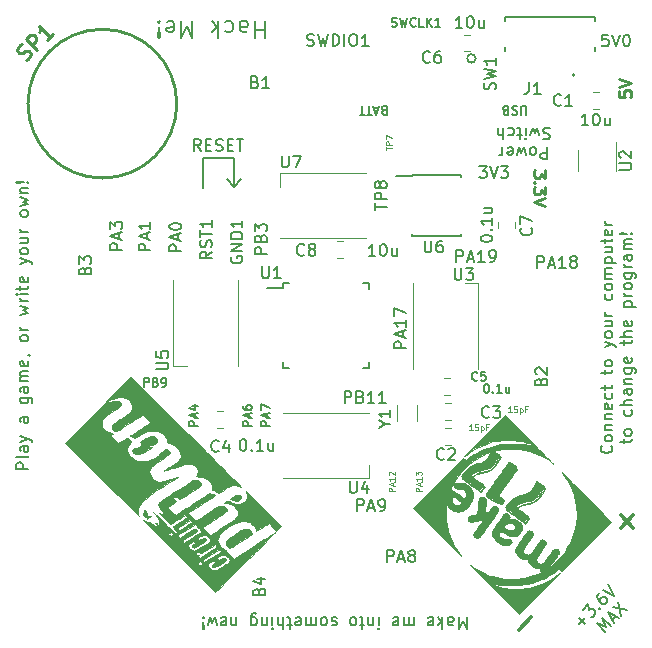
<source format=gbr>
G04 #@! TF.GenerationSoftware,KiCad,Pcbnew,(5.0.1-3-g963ef8bb5)*
G04 #@! TF.CreationDate,2019-03-08T12:42:58-05:00*
G04 #@! TF.ProjectId,badge,62616467652E6B696361645F70636200,rev?*
G04 #@! TF.SameCoordinates,Original*
G04 #@! TF.FileFunction,Legend,Top*
G04 #@! TF.FilePolarity,Positive*
%FSLAX46Y46*%
G04 Gerber Fmt 4.6, Leading zero omitted, Abs format (unit mm)*
G04 Created by KiCad (PCBNEW (5.0.1-3-g963ef8bb5)) date Friday, March 08, 2019 at 12:42:58 PM*
%MOMM*%
%LPD*%
G01*
G04 APERTURE LIST*
%ADD10C,0.150000*%
%ADD11C,0.250000*%
%ADD12C,0.300000*%
%ADD13C,0.146400*%
%ADD14C,0.200000*%
%ADD15C,0.010000*%
%ADD16C,0.254000*%
%ADD17C,0.120000*%
%ADD18C,0.127000*%
%ADD19C,0.125000*%
G04 APERTURE END LIST*
D10*
X176345557Y-119260732D02*
X176884305Y-118721984D01*
X176884305Y-119260732D02*
X176345557Y-118721984D01*
X176715946Y-118014877D02*
X177153679Y-117577144D01*
X177187350Y-118082220D01*
X177288366Y-117981205D01*
X177389381Y-117947533D01*
X177456724Y-117947533D01*
X177557740Y-117981205D01*
X177726098Y-118149564D01*
X177759770Y-118250579D01*
X177759770Y-118317923D01*
X177726098Y-118418938D01*
X177524068Y-118620968D01*
X177423053Y-118654640D01*
X177355709Y-118654640D01*
X178096488Y-117913862D02*
X178163831Y-117913862D01*
X178163831Y-117981205D01*
X178096488Y-117981205D01*
X178096488Y-117913862D01*
X178163831Y-117981205D01*
X178096488Y-116634335D02*
X177961801Y-116769022D01*
X177928129Y-116870037D01*
X177928129Y-116937381D01*
X177961801Y-117105740D01*
X178062816Y-117274098D01*
X178332190Y-117543472D01*
X178433205Y-117577144D01*
X178500549Y-117577144D01*
X178601564Y-117543472D01*
X178736251Y-117408785D01*
X178769923Y-117307770D01*
X178769923Y-117240427D01*
X178736251Y-117139411D01*
X178567892Y-116971053D01*
X178466877Y-116937381D01*
X178399533Y-116937381D01*
X178298518Y-116971053D01*
X178163831Y-117105740D01*
X178130159Y-117206755D01*
X178130159Y-117274098D01*
X178163831Y-117375114D01*
X178365862Y-116364961D02*
X179308671Y-116836366D01*
X178837266Y-115893557D01*
X178589779Y-119888710D02*
X177882672Y-119181603D01*
X178623450Y-119450977D01*
X178354076Y-118710198D01*
X179061183Y-119417305D01*
X179162198Y-118912229D02*
X179498916Y-118575511D01*
X179296885Y-119181603D02*
X178825481Y-118238794D01*
X179768290Y-118710198D01*
X179229542Y-117834733D02*
X180408053Y-118070435D01*
X179700946Y-117363328D02*
X179936649Y-118541840D01*
X144343619Y-79192380D02*
X144010285Y-78716190D01*
X143772190Y-79192380D02*
X143772190Y-78192380D01*
X144153142Y-78192380D01*
X144248380Y-78240000D01*
X144296000Y-78287619D01*
X144343619Y-78382857D01*
X144343619Y-78525714D01*
X144296000Y-78620952D01*
X144248380Y-78668571D01*
X144153142Y-78716190D01*
X143772190Y-78716190D01*
X144772190Y-78668571D02*
X145105523Y-78668571D01*
X145248380Y-79192380D02*
X144772190Y-79192380D01*
X144772190Y-78192380D01*
X145248380Y-78192380D01*
X145629333Y-79144761D02*
X145772190Y-79192380D01*
X146010285Y-79192380D01*
X146105523Y-79144761D01*
X146153142Y-79097142D01*
X146200761Y-79001904D01*
X146200761Y-78906666D01*
X146153142Y-78811428D01*
X146105523Y-78763809D01*
X146010285Y-78716190D01*
X145819809Y-78668571D01*
X145724571Y-78620952D01*
X145676952Y-78573333D01*
X145629333Y-78478095D01*
X145629333Y-78382857D01*
X145676952Y-78287619D01*
X145724571Y-78240000D01*
X145819809Y-78192380D01*
X146057904Y-78192380D01*
X146200761Y-78240000D01*
X146629333Y-78668571D02*
X146962666Y-78668571D01*
X147105523Y-79192380D02*
X146629333Y-79192380D01*
X146629333Y-78192380D01*
X147105523Y-78192380D01*
X147391238Y-78192380D02*
X147962666Y-78192380D01*
X147676952Y-79192380D02*
X147676952Y-78192380D01*
X173680190Y-78858619D02*
X173680190Y-79858619D01*
X173299238Y-79858619D01*
X173204000Y-79811000D01*
X173156380Y-79763380D01*
X173108761Y-79668142D01*
X173108761Y-79525285D01*
X173156380Y-79430047D01*
X173204000Y-79382428D01*
X173299238Y-79334809D01*
X173680190Y-79334809D01*
X172537333Y-78858619D02*
X172632571Y-78906238D01*
X172680190Y-78953857D01*
X172727809Y-79049095D01*
X172727809Y-79334809D01*
X172680190Y-79430047D01*
X172632571Y-79477666D01*
X172537333Y-79525285D01*
X172394476Y-79525285D01*
X172299238Y-79477666D01*
X172251619Y-79430047D01*
X172204000Y-79334809D01*
X172204000Y-79049095D01*
X172251619Y-78953857D01*
X172299238Y-78906238D01*
X172394476Y-78858619D01*
X172537333Y-78858619D01*
X171870666Y-79525285D02*
X171680190Y-78858619D01*
X171489714Y-79334809D01*
X171299238Y-78858619D01*
X171108761Y-79525285D01*
X170346857Y-78906238D02*
X170442095Y-78858619D01*
X170632571Y-78858619D01*
X170727809Y-78906238D01*
X170775428Y-79001476D01*
X170775428Y-79382428D01*
X170727809Y-79477666D01*
X170632571Y-79525285D01*
X170442095Y-79525285D01*
X170346857Y-79477666D01*
X170299238Y-79382428D01*
X170299238Y-79287190D01*
X170775428Y-79191952D01*
X169870666Y-78858619D02*
X169870666Y-79525285D01*
X169870666Y-79334809D02*
X169823047Y-79430047D01*
X169775428Y-79477666D01*
X169680190Y-79525285D01*
X169584952Y-79525285D01*
X173918285Y-77256238D02*
X173775428Y-77208619D01*
X173537333Y-77208619D01*
X173442095Y-77256238D01*
X173394476Y-77303857D01*
X173346857Y-77399095D01*
X173346857Y-77494333D01*
X173394476Y-77589571D01*
X173442095Y-77637190D01*
X173537333Y-77684809D01*
X173727809Y-77732428D01*
X173823047Y-77780047D01*
X173870666Y-77827666D01*
X173918285Y-77922904D01*
X173918285Y-78018142D01*
X173870666Y-78113380D01*
X173823047Y-78161000D01*
X173727809Y-78208619D01*
X173489714Y-78208619D01*
X173346857Y-78161000D01*
X173013523Y-77875285D02*
X172823047Y-77208619D01*
X172632571Y-77684809D01*
X172442095Y-77208619D01*
X172251619Y-77875285D01*
X171870666Y-77208619D02*
X171870666Y-77875285D01*
X171870666Y-78208619D02*
X171918285Y-78161000D01*
X171870666Y-78113380D01*
X171823047Y-78161000D01*
X171870666Y-78208619D01*
X171870666Y-78113380D01*
X171537333Y-77875285D02*
X171156380Y-77875285D01*
X171394476Y-78208619D02*
X171394476Y-77351476D01*
X171346857Y-77256238D01*
X171251619Y-77208619D01*
X171156380Y-77208619D01*
X170394476Y-77256238D02*
X170489714Y-77208619D01*
X170680190Y-77208619D01*
X170775428Y-77256238D01*
X170823047Y-77303857D01*
X170870666Y-77399095D01*
X170870666Y-77684809D01*
X170823047Y-77780047D01*
X170775428Y-77827666D01*
X170680190Y-77875285D01*
X170489714Y-77875285D01*
X170394476Y-77827666D01*
X169965904Y-77208619D02*
X169965904Y-78208619D01*
X169537333Y-77208619D02*
X169537333Y-77732428D01*
X169584952Y-77827666D01*
X169680190Y-77875285D01*
X169823047Y-77875285D01*
X169918285Y-77827666D01*
X169965904Y-77780047D01*
X149754666Y-68200666D02*
X149754666Y-69600666D01*
X149754666Y-68934000D02*
X148954666Y-68934000D01*
X148954666Y-68200666D02*
X148954666Y-69600666D01*
X147688000Y-68200666D02*
X147688000Y-68934000D01*
X147754666Y-69067333D01*
X147888000Y-69134000D01*
X148154666Y-69134000D01*
X148288000Y-69067333D01*
X147688000Y-68267333D02*
X147821333Y-68200666D01*
X148154666Y-68200666D01*
X148288000Y-68267333D01*
X148354666Y-68400666D01*
X148354666Y-68534000D01*
X148288000Y-68667333D01*
X148154666Y-68734000D01*
X147821333Y-68734000D01*
X147688000Y-68800666D01*
X146421333Y-68267333D02*
X146554666Y-68200666D01*
X146821333Y-68200666D01*
X146954666Y-68267333D01*
X147021333Y-68334000D01*
X147088000Y-68467333D01*
X147088000Y-68867333D01*
X147021333Y-69000666D01*
X146954666Y-69067333D01*
X146821333Y-69134000D01*
X146554666Y-69134000D01*
X146421333Y-69067333D01*
X145821333Y-68200666D02*
X145821333Y-69600666D01*
X145688000Y-68734000D02*
X145288000Y-68200666D01*
X145288000Y-69134000D02*
X145821333Y-68600666D01*
X143621333Y-68200666D02*
X143621333Y-69600666D01*
X143154666Y-68600666D01*
X142688000Y-69600666D01*
X142688000Y-68200666D01*
X141488000Y-68267333D02*
X141621333Y-68200666D01*
X141888000Y-68200666D01*
X142021333Y-68267333D01*
X142088000Y-68400666D01*
X142088000Y-68934000D01*
X142021333Y-69067333D01*
X141888000Y-69134000D01*
X141621333Y-69134000D01*
X141488000Y-69067333D01*
X141421333Y-68934000D01*
X141421333Y-68800666D01*
X142088000Y-68667333D01*
X140821333Y-68334000D02*
X140754666Y-68267333D01*
X140821333Y-68200666D01*
X140888000Y-68267333D01*
X140821333Y-68334000D01*
X140821333Y-68200666D01*
X140821333Y-68734000D02*
X140888000Y-69534000D01*
X140821333Y-69600666D01*
X140754666Y-69534000D01*
X140821333Y-68734000D01*
X140821333Y-69600666D01*
X166844857Y-118673619D02*
X166844857Y-119673619D01*
X166511523Y-118959333D01*
X166178190Y-119673619D01*
X166178190Y-118673619D01*
X165273428Y-118673619D02*
X165273428Y-119197428D01*
X165321047Y-119292666D01*
X165416285Y-119340285D01*
X165606761Y-119340285D01*
X165702000Y-119292666D01*
X165273428Y-118721238D02*
X165368666Y-118673619D01*
X165606761Y-118673619D01*
X165702000Y-118721238D01*
X165749619Y-118816476D01*
X165749619Y-118911714D01*
X165702000Y-119006952D01*
X165606761Y-119054571D01*
X165368666Y-119054571D01*
X165273428Y-119102190D01*
X164797238Y-118673619D02*
X164797238Y-119673619D01*
X164702000Y-119054571D02*
X164416285Y-118673619D01*
X164416285Y-119340285D02*
X164797238Y-118959333D01*
X163606761Y-118721238D02*
X163702000Y-118673619D01*
X163892476Y-118673619D01*
X163987714Y-118721238D01*
X164035333Y-118816476D01*
X164035333Y-119197428D01*
X163987714Y-119292666D01*
X163892476Y-119340285D01*
X163702000Y-119340285D01*
X163606761Y-119292666D01*
X163559142Y-119197428D01*
X163559142Y-119102190D01*
X164035333Y-119006952D01*
X162368666Y-118673619D02*
X162368666Y-119340285D01*
X162368666Y-119245047D02*
X162321047Y-119292666D01*
X162225809Y-119340285D01*
X162082952Y-119340285D01*
X161987714Y-119292666D01*
X161940095Y-119197428D01*
X161940095Y-118673619D01*
X161940095Y-119197428D02*
X161892476Y-119292666D01*
X161797238Y-119340285D01*
X161654380Y-119340285D01*
X161559142Y-119292666D01*
X161511523Y-119197428D01*
X161511523Y-118673619D01*
X160654380Y-118721238D02*
X160749619Y-118673619D01*
X160940095Y-118673619D01*
X161035333Y-118721238D01*
X161082952Y-118816476D01*
X161082952Y-119197428D01*
X161035333Y-119292666D01*
X160940095Y-119340285D01*
X160749619Y-119340285D01*
X160654380Y-119292666D01*
X160606761Y-119197428D01*
X160606761Y-119102190D01*
X161082952Y-119006952D01*
X159416285Y-118673619D02*
X159416285Y-119340285D01*
X159416285Y-119673619D02*
X159463904Y-119626000D01*
X159416285Y-119578380D01*
X159368666Y-119626000D01*
X159416285Y-119673619D01*
X159416285Y-119578380D01*
X158940095Y-119340285D02*
X158940095Y-118673619D01*
X158940095Y-119245047D02*
X158892476Y-119292666D01*
X158797238Y-119340285D01*
X158654380Y-119340285D01*
X158559142Y-119292666D01*
X158511523Y-119197428D01*
X158511523Y-118673619D01*
X158178190Y-119340285D02*
X157797238Y-119340285D01*
X158035333Y-119673619D02*
X158035333Y-118816476D01*
X157987714Y-118721238D01*
X157892476Y-118673619D01*
X157797238Y-118673619D01*
X157321047Y-118673619D02*
X157416285Y-118721238D01*
X157463904Y-118768857D01*
X157511523Y-118864095D01*
X157511523Y-119149809D01*
X157463904Y-119245047D01*
X157416285Y-119292666D01*
X157321047Y-119340285D01*
X157178190Y-119340285D01*
X157082952Y-119292666D01*
X157035333Y-119245047D01*
X156987714Y-119149809D01*
X156987714Y-118864095D01*
X157035333Y-118768857D01*
X157082952Y-118721238D01*
X157178190Y-118673619D01*
X157321047Y-118673619D01*
X155844857Y-118721238D02*
X155749619Y-118673619D01*
X155559142Y-118673619D01*
X155463904Y-118721238D01*
X155416285Y-118816476D01*
X155416285Y-118864095D01*
X155463904Y-118959333D01*
X155559142Y-119006952D01*
X155702000Y-119006952D01*
X155797238Y-119054571D01*
X155844857Y-119149809D01*
X155844857Y-119197428D01*
X155797238Y-119292666D01*
X155702000Y-119340285D01*
X155559142Y-119340285D01*
X155463904Y-119292666D01*
X154844857Y-118673619D02*
X154940095Y-118721238D01*
X154987714Y-118768857D01*
X155035333Y-118864095D01*
X155035333Y-119149809D01*
X154987714Y-119245047D01*
X154940095Y-119292666D01*
X154844857Y-119340285D01*
X154702000Y-119340285D01*
X154606761Y-119292666D01*
X154559142Y-119245047D01*
X154511523Y-119149809D01*
X154511523Y-118864095D01*
X154559142Y-118768857D01*
X154606761Y-118721238D01*
X154702000Y-118673619D01*
X154844857Y-118673619D01*
X154082952Y-118673619D02*
X154082952Y-119340285D01*
X154082952Y-119245047D02*
X154035333Y-119292666D01*
X153940095Y-119340285D01*
X153797238Y-119340285D01*
X153702000Y-119292666D01*
X153654380Y-119197428D01*
X153654380Y-118673619D01*
X153654380Y-119197428D02*
X153606761Y-119292666D01*
X153511523Y-119340285D01*
X153368666Y-119340285D01*
X153273428Y-119292666D01*
X153225809Y-119197428D01*
X153225809Y-118673619D01*
X152368666Y-118721238D02*
X152463904Y-118673619D01*
X152654380Y-118673619D01*
X152749619Y-118721238D01*
X152797238Y-118816476D01*
X152797238Y-119197428D01*
X152749619Y-119292666D01*
X152654380Y-119340285D01*
X152463904Y-119340285D01*
X152368666Y-119292666D01*
X152321047Y-119197428D01*
X152321047Y-119102190D01*
X152797238Y-119006952D01*
X152035333Y-119340285D02*
X151654380Y-119340285D01*
X151892476Y-119673619D02*
X151892476Y-118816476D01*
X151844857Y-118721238D01*
X151749619Y-118673619D01*
X151654380Y-118673619D01*
X151321047Y-118673619D02*
X151321047Y-119673619D01*
X150892476Y-118673619D02*
X150892476Y-119197428D01*
X150940095Y-119292666D01*
X151035333Y-119340285D01*
X151178190Y-119340285D01*
X151273428Y-119292666D01*
X151321047Y-119245047D01*
X150416285Y-118673619D02*
X150416285Y-119340285D01*
X150416285Y-119673619D02*
X150463904Y-119626000D01*
X150416285Y-119578380D01*
X150368666Y-119626000D01*
X150416285Y-119673619D01*
X150416285Y-119578380D01*
X149940095Y-119340285D02*
X149940095Y-118673619D01*
X149940095Y-119245047D02*
X149892476Y-119292666D01*
X149797238Y-119340285D01*
X149654380Y-119340285D01*
X149559142Y-119292666D01*
X149511523Y-119197428D01*
X149511523Y-118673619D01*
X148606761Y-119340285D02*
X148606761Y-118530761D01*
X148654380Y-118435523D01*
X148702000Y-118387904D01*
X148797238Y-118340285D01*
X148940095Y-118340285D01*
X149035333Y-118387904D01*
X148606761Y-118721238D02*
X148702000Y-118673619D01*
X148892476Y-118673619D01*
X148987714Y-118721238D01*
X149035333Y-118768857D01*
X149082952Y-118864095D01*
X149082952Y-119149809D01*
X149035333Y-119245047D01*
X148987714Y-119292666D01*
X148892476Y-119340285D01*
X148702000Y-119340285D01*
X148606761Y-119292666D01*
X147368666Y-119340285D02*
X147368666Y-118673619D01*
X147368666Y-119245047D02*
X147321047Y-119292666D01*
X147225809Y-119340285D01*
X147082952Y-119340285D01*
X146987714Y-119292666D01*
X146940095Y-119197428D01*
X146940095Y-118673619D01*
X146082952Y-118721238D02*
X146178190Y-118673619D01*
X146368666Y-118673619D01*
X146463904Y-118721238D01*
X146511523Y-118816476D01*
X146511523Y-119197428D01*
X146463904Y-119292666D01*
X146368666Y-119340285D01*
X146178190Y-119340285D01*
X146082952Y-119292666D01*
X146035333Y-119197428D01*
X146035333Y-119102190D01*
X146511523Y-119006952D01*
X145702000Y-119340285D02*
X145511523Y-118673619D01*
X145321047Y-119149809D01*
X145130571Y-118673619D01*
X144940095Y-119340285D01*
X144559142Y-118768857D02*
X144511523Y-118721238D01*
X144559142Y-118673619D01*
X144606761Y-118721238D01*
X144559142Y-118768857D01*
X144559142Y-118673619D01*
X144559142Y-119054571D02*
X144606761Y-119626000D01*
X144559142Y-119673619D01*
X144511523Y-119626000D01*
X144559142Y-119054571D01*
X144559142Y-119673619D01*
X179110142Y-104138857D02*
X179157761Y-104186476D01*
X179205380Y-104329333D01*
X179205380Y-104424571D01*
X179157761Y-104567428D01*
X179062523Y-104662666D01*
X178967285Y-104710285D01*
X178776809Y-104757904D01*
X178633952Y-104757904D01*
X178443476Y-104710285D01*
X178348238Y-104662666D01*
X178253000Y-104567428D01*
X178205380Y-104424571D01*
X178205380Y-104329333D01*
X178253000Y-104186476D01*
X178300619Y-104138857D01*
X179205380Y-103567428D02*
X179157761Y-103662666D01*
X179110142Y-103710285D01*
X179014904Y-103757904D01*
X178729190Y-103757904D01*
X178633952Y-103710285D01*
X178586333Y-103662666D01*
X178538714Y-103567428D01*
X178538714Y-103424571D01*
X178586333Y-103329333D01*
X178633952Y-103281714D01*
X178729190Y-103234095D01*
X179014904Y-103234095D01*
X179110142Y-103281714D01*
X179157761Y-103329333D01*
X179205380Y-103424571D01*
X179205380Y-103567428D01*
X178538714Y-102805523D02*
X179205380Y-102805523D01*
X178633952Y-102805523D02*
X178586333Y-102757904D01*
X178538714Y-102662666D01*
X178538714Y-102519809D01*
X178586333Y-102424571D01*
X178681571Y-102376952D01*
X179205380Y-102376952D01*
X178538714Y-101900761D02*
X179205380Y-101900761D01*
X178633952Y-101900761D02*
X178586333Y-101853142D01*
X178538714Y-101757904D01*
X178538714Y-101615047D01*
X178586333Y-101519809D01*
X178681571Y-101472190D01*
X179205380Y-101472190D01*
X179157761Y-100615047D02*
X179205380Y-100710285D01*
X179205380Y-100900761D01*
X179157761Y-100996000D01*
X179062523Y-101043619D01*
X178681571Y-101043619D01*
X178586333Y-100996000D01*
X178538714Y-100900761D01*
X178538714Y-100710285D01*
X178586333Y-100615047D01*
X178681571Y-100567428D01*
X178776809Y-100567428D01*
X178872047Y-101043619D01*
X179157761Y-99710285D02*
X179205380Y-99805523D01*
X179205380Y-99996000D01*
X179157761Y-100091238D01*
X179110142Y-100138857D01*
X179014904Y-100186476D01*
X178729190Y-100186476D01*
X178633952Y-100138857D01*
X178586333Y-100091238D01*
X178538714Y-99996000D01*
X178538714Y-99805523D01*
X178586333Y-99710285D01*
X178538714Y-99424571D02*
X178538714Y-99043619D01*
X178205380Y-99281714D02*
X179062523Y-99281714D01*
X179157761Y-99234095D01*
X179205380Y-99138857D01*
X179205380Y-99043619D01*
X178538714Y-98091238D02*
X178538714Y-97710285D01*
X178205380Y-97948380D02*
X179062523Y-97948380D01*
X179157761Y-97900761D01*
X179205380Y-97805523D01*
X179205380Y-97710285D01*
X179205380Y-97234095D02*
X179157761Y-97329333D01*
X179110142Y-97376952D01*
X179014904Y-97424571D01*
X178729190Y-97424571D01*
X178633952Y-97376952D01*
X178586333Y-97329333D01*
X178538714Y-97234095D01*
X178538714Y-97091238D01*
X178586333Y-96996000D01*
X178633952Y-96948380D01*
X178729190Y-96900761D01*
X179014904Y-96900761D01*
X179110142Y-96948380D01*
X179157761Y-96996000D01*
X179205380Y-97091238D01*
X179205380Y-97234095D01*
X178538714Y-95805523D02*
X179205380Y-95567428D01*
X178538714Y-95329333D02*
X179205380Y-95567428D01*
X179443476Y-95662666D01*
X179491095Y-95710285D01*
X179538714Y-95805523D01*
X179205380Y-94805523D02*
X179157761Y-94900761D01*
X179110142Y-94948380D01*
X179014904Y-94996000D01*
X178729190Y-94996000D01*
X178633952Y-94948380D01*
X178586333Y-94900761D01*
X178538714Y-94805523D01*
X178538714Y-94662666D01*
X178586333Y-94567428D01*
X178633952Y-94519809D01*
X178729190Y-94472190D01*
X179014904Y-94472190D01*
X179110142Y-94519809D01*
X179157761Y-94567428D01*
X179205380Y-94662666D01*
X179205380Y-94805523D01*
X178538714Y-93615047D02*
X179205380Y-93615047D01*
X178538714Y-94043619D02*
X179062523Y-94043619D01*
X179157761Y-93996000D01*
X179205380Y-93900761D01*
X179205380Y-93757904D01*
X179157761Y-93662666D01*
X179110142Y-93615047D01*
X179205380Y-93138857D02*
X178538714Y-93138857D01*
X178729190Y-93138857D02*
X178633952Y-93091238D01*
X178586333Y-93043619D01*
X178538714Y-92948380D01*
X178538714Y-92853142D01*
X179157761Y-91329333D02*
X179205380Y-91424571D01*
X179205380Y-91615047D01*
X179157761Y-91710285D01*
X179110142Y-91757904D01*
X179014904Y-91805523D01*
X178729190Y-91805523D01*
X178633952Y-91757904D01*
X178586333Y-91710285D01*
X178538714Y-91615047D01*
X178538714Y-91424571D01*
X178586333Y-91329333D01*
X179205380Y-90757904D02*
X179157761Y-90853142D01*
X179110142Y-90900761D01*
X179014904Y-90948380D01*
X178729190Y-90948380D01*
X178633952Y-90900761D01*
X178586333Y-90853142D01*
X178538714Y-90757904D01*
X178538714Y-90615047D01*
X178586333Y-90519809D01*
X178633952Y-90472190D01*
X178729190Y-90424571D01*
X179014904Y-90424571D01*
X179110142Y-90472190D01*
X179157761Y-90519809D01*
X179205380Y-90615047D01*
X179205380Y-90757904D01*
X179205380Y-89996000D02*
X178538714Y-89996000D01*
X178633952Y-89996000D02*
X178586333Y-89948380D01*
X178538714Y-89853142D01*
X178538714Y-89710285D01*
X178586333Y-89615047D01*
X178681571Y-89567428D01*
X179205380Y-89567428D01*
X178681571Y-89567428D02*
X178586333Y-89519809D01*
X178538714Y-89424571D01*
X178538714Y-89281714D01*
X178586333Y-89186476D01*
X178681571Y-89138857D01*
X179205380Y-89138857D01*
X178538714Y-88662666D02*
X179538714Y-88662666D01*
X178586333Y-88662666D02*
X178538714Y-88567428D01*
X178538714Y-88376952D01*
X178586333Y-88281714D01*
X178633952Y-88234095D01*
X178729190Y-88186476D01*
X179014904Y-88186476D01*
X179110142Y-88234095D01*
X179157761Y-88281714D01*
X179205380Y-88376952D01*
X179205380Y-88567428D01*
X179157761Y-88662666D01*
X178538714Y-87329333D02*
X179205380Y-87329333D01*
X178538714Y-87757904D02*
X179062523Y-87757904D01*
X179157761Y-87710285D01*
X179205380Y-87615047D01*
X179205380Y-87472190D01*
X179157761Y-87376952D01*
X179110142Y-87329333D01*
X178538714Y-86996000D02*
X178538714Y-86615047D01*
X178205380Y-86853142D02*
X179062523Y-86853142D01*
X179157761Y-86805523D01*
X179205380Y-86710285D01*
X179205380Y-86615047D01*
X179157761Y-85900761D02*
X179205380Y-85996000D01*
X179205380Y-86186476D01*
X179157761Y-86281714D01*
X179062523Y-86329333D01*
X178681571Y-86329333D01*
X178586333Y-86281714D01*
X178538714Y-86186476D01*
X178538714Y-85996000D01*
X178586333Y-85900761D01*
X178681571Y-85853142D01*
X178776809Y-85853142D01*
X178872047Y-86329333D01*
X179205380Y-85424571D02*
X178538714Y-85424571D01*
X178729190Y-85424571D02*
X178633952Y-85376952D01*
X178586333Y-85329333D01*
X178538714Y-85234095D01*
X178538714Y-85138857D01*
X180188714Y-103948380D02*
X180188714Y-103567428D01*
X179855380Y-103805523D02*
X180712523Y-103805523D01*
X180807761Y-103757904D01*
X180855380Y-103662666D01*
X180855380Y-103567428D01*
X180855380Y-103091238D02*
X180807761Y-103186476D01*
X180760142Y-103234095D01*
X180664904Y-103281714D01*
X180379190Y-103281714D01*
X180283952Y-103234095D01*
X180236333Y-103186476D01*
X180188714Y-103091238D01*
X180188714Y-102948380D01*
X180236333Y-102853142D01*
X180283952Y-102805523D01*
X180379190Y-102757904D01*
X180664904Y-102757904D01*
X180760142Y-102805523D01*
X180807761Y-102853142D01*
X180855380Y-102948380D01*
X180855380Y-103091238D01*
X180807761Y-101138857D02*
X180855380Y-101234095D01*
X180855380Y-101424571D01*
X180807761Y-101519809D01*
X180760142Y-101567428D01*
X180664904Y-101615047D01*
X180379190Y-101615047D01*
X180283952Y-101567428D01*
X180236333Y-101519809D01*
X180188714Y-101424571D01*
X180188714Y-101234095D01*
X180236333Y-101138857D01*
X180855380Y-100710285D02*
X179855380Y-100710285D01*
X180855380Y-100281714D02*
X180331571Y-100281714D01*
X180236333Y-100329333D01*
X180188714Y-100424571D01*
X180188714Y-100567428D01*
X180236333Y-100662666D01*
X180283952Y-100710285D01*
X180855380Y-99376952D02*
X180331571Y-99376952D01*
X180236333Y-99424571D01*
X180188714Y-99519809D01*
X180188714Y-99710285D01*
X180236333Y-99805523D01*
X180807761Y-99376952D02*
X180855380Y-99472190D01*
X180855380Y-99710285D01*
X180807761Y-99805523D01*
X180712523Y-99853142D01*
X180617285Y-99853142D01*
X180522047Y-99805523D01*
X180474428Y-99710285D01*
X180474428Y-99472190D01*
X180426809Y-99376952D01*
X180188714Y-98900761D02*
X180855380Y-98900761D01*
X180283952Y-98900761D02*
X180236333Y-98853142D01*
X180188714Y-98757904D01*
X180188714Y-98615047D01*
X180236333Y-98519809D01*
X180331571Y-98472190D01*
X180855380Y-98472190D01*
X180188714Y-97567428D02*
X180998238Y-97567428D01*
X181093476Y-97615047D01*
X181141095Y-97662666D01*
X181188714Y-97757904D01*
X181188714Y-97900761D01*
X181141095Y-97996000D01*
X180807761Y-97567428D02*
X180855380Y-97662666D01*
X180855380Y-97853142D01*
X180807761Y-97948380D01*
X180760142Y-97996000D01*
X180664904Y-98043619D01*
X180379190Y-98043619D01*
X180283952Y-97996000D01*
X180236333Y-97948380D01*
X180188714Y-97853142D01*
X180188714Y-97662666D01*
X180236333Y-97567428D01*
X180807761Y-96710285D02*
X180855380Y-96805523D01*
X180855380Y-96996000D01*
X180807761Y-97091238D01*
X180712523Y-97138857D01*
X180331571Y-97138857D01*
X180236333Y-97091238D01*
X180188714Y-96996000D01*
X180188714Y-96805523D01*
X180236333Y-96710285D01*
X180331571Y-96662666D01*
X180426809Y-96662666D01*
X180522047Y-97138857D01*
X180188714Y-95615047D02*
X180188714Y-95234095D01*
X179855380Y-95472190D02*
X180712523Y-95472190D01*
X180807761Y-95424571D01*
X180855380Y-95329333D01*
X180855380Y-95234095D01*
X180855380Y-94900761D02*
X179855380Y-94900761D01*
X180855380Y-94472190D02*
X180331571Y-94472190D01*
X180236333Y-94519809D01*
X180188714Y-94615047D01*
X180188714Y-94757904D01*
X180236333Y-94853142D01*
X180283952Y-94900761D01*
X180807761Y-93615047D02*
X180855380Y-93710285D01*
X180855380Y-93900761D01*
X180807761Y-93996000D01*
X180712523Y-94043619D01*
X180331571Y-94043619D01*
X180236333Y-93996000D01*
X180188714Y-93900761D01*
X180188714Y-93710285D01*
X180236333Y-93615047D01*
X180331571Y-93567428D01*
X180426809Y-93567428D01*
X180522047Y-94043619D01*
X180188714Y-92376952D02*
X181188714Y-92376952D01*
X180236333Y-92376952D02*
X180188714Y-92281714D01*
X180188714Y-92091238D01*
X180236333Y-91996000D01*
X180283952Y-91948380D01*
X180379190Y-91900761D01*
X180664904Y-91900761D01*
X180760142Y-91948380D01*
X180807761Y-91996000D01*
X180855380Y-92091238D01*
X180855380Y-92281714D01*
X180807761Y-92376952D01*
X180855380Y-91472190D02*
X180188714Y-91472190D01*
X180379190Y-91472190D02*
X180283952Y-91424571D01*
X180236333Y-91376952D01*
X180188714Y-91281714D01*
X180188714Y-91186476D01*
X180855380Y-90710285D02*
X180807761Y-90805523D01*
X180760142Y-90853142D01*
X180664904Y-90900761D01*
X180379190Y-90900761D01*
X180283952Y-90853142D01*
X180236333Y-90805523D01*
X180188714Y-90710285D01*
X180188714Y-90567428D01*
X180236333Y-90472190D01*
X180283952Y-90424571D01*
X180379190Y-90376952D01*
X180664904Y-90376952D01*
X180760142Y-90424571D01*
X180807761Y-90472190D01*
X180855380Y-90567428D01*
X180855380Y-90710285D01*
X180188714Y-89519809D02*
X180998238Y-89519809D01*
X181093476Y-89567428D01*
X181141095Y-89615047D01*
X181188714Y-89710285D01*
X181188714Y-89853142D01*
X181141095Y-89948380D01*
X180807761Y-89519809D02*
X180855380Y-89615047D01*
X180855380Y-89805523D01*
X180807761Y-89900761D01*
X180760142Y-89948380D01*
X180664904Y-89996000D01*
X180379190Y-89996000D01*
X180283952Y-89948380D01*
X180236333Y-89900761D01*
X180188714Y-89805523D01*
X180188714Y-89615047D01*
X180236333Y-89519809D01*
X180855380Y-89043619D02*
X180188714Y-89043619D01*
X180379190Y-89043619D02*
X180283952Y-88996000D01*
X180236333Y-88948380D01*
X180188714Y-88853142D01*
X180188714Y-88757904D01*
X180855380Y-87996000D02*
X180331571Y-87996000D01*
X180236333Y-88043619D01*
X180188714Y-88138857D01*
X180188714Y-88329333D01*
X180236333Y-88424571D01*
X180807761Y-87996000D02*
X180855380Y-88091238D01*
X180855380Y-88329333D01*
X180807761Y-88424571D01*
X180712523Y-88472190D01*
X180617285Y-88472190D01*
X180522047Y-88424571D01*
X180474428Y-88329333D01*
X180474428Y-88091238D01*
X180426809Y-87996000D01*
X180855380Y-87519809D02*
X180188714Y-87519809D01*
X180283952Y-87519809D02*
X180236333Y-87472190D01*
X180188714Y-87376952D01*
X180188714Y-87234095D01*
X180236333Y-87138857D01*
X180331571Y-87091238D01*
X180855380Y-87091238D01*
X180331571Y-87091238D02*
X180236333Y-87043619D01*
X180188714Y-86948380D01*
X180188714Y-86805523D01*
X180236333Y-86710285D01*
X180331571Y-86662666D01*
X180855380Y-86662666D01*
X180760142Y-86186476D02*
X180807761Y-86138857D01*
X180855380Y-86186476D01*
X180807761Y-86234095D01*
X180760142Y-86186476D01*
X180855380Y-86186476D01*
X180474428Y-86186476D02*
X179903000Y-86234095D01*
X179855380Y-86186476D01*
X179903000Y-86138857D01*
X180474428Y-86186476D01*
X179855380Y-86186476D01*
X129738380Y-106122857D02*
X128738380Y-106122857D01*
X128738380Y-105741904D01*
X128786000Y-105646666D01*
X128833619Y-105599047D01*
X128928857Y-105551428D01*
X129071714Y-105551428D01*
X129166952Y-105599047D01*
X129214571Y-105646666D01*
X129262190Y-105741904D01*
X129262190Y-106122857D01*
X129738380Y-104980000D02*
X129690761Y-105075238D01*
X129595523Y-105122857D01*
X128738380Y-105122857D01*
X129738380Y-104170476D02*
X129214571Y-104170476D01*
X129119333Y-104218095D01*
X129071714Y-104313333D01*
X129071714Y-104503809D01*
X129119333Y-104599047D01*
X129690761Y-104170476D02*
X129738380Y-104265714D01*
X129738380Y-104503809D01*
X129690761Y-104599047D01*
X129595523Y-104646666D01*
X129500285Y-104646666D01*
X129405047Y-104599047D01*
X129357428Y-104503809D01*
X129357428Y-104265714D01*
X129309809Y-104170476D01*
X129071714Y-103789523D02*
X129738380Y-103551428D01*
X129071714Y-103313333D02*
X129738380Y-103551428D01*
X129976476Y-103646666D01*
X130024095Y-103694285D01*
X130071714Y-103789523D01*
X129738380Y-101741904D02*
X129214571Y-101741904D01*
X129119333Y-101789523D01*
X129071714Y-101884761D01*
X129071714Y-102075238D01*
X129119333Y-102170476D01*
X129690761Y-101741904D02*
X129738380Y-101837142D01*
X129738380Y-102075238D01*
X129690761Y-102170476D01*
X129595523Y-102218095D01*
X129500285Y-102218095D01*
X129405047Y-102170476D01*
X129357428Y-102075238D01*
X129357428Y-101837142D01*
X129309809Y-101741904D01*
X129071714Y-100075238D02*
X129881238Y-100075238D01*
X129976476Y-100122857D01*
X130024095Y-100170476D01*
X130071714Y-100265714D01*
X130071714Y-100408571D01*
X130024095Y-100503809D01*
X129690761Y-100075238D02*
X129738380Y-100170476D01*
X129738380Y-100360952D01*
X129690761Y-100456190D01*
X129643142Y-100503809D01*
X129547904Y-100551428D01*
X129262190Y-100551428D01*
X129166952Y-100503809D01*
X129119333Y-100456190D01*
X129071714Y-100360952D01*
X129071714Y-100170476D01*
X129119333Y-100075238D01*
X129738380Y-99170476D02*
X129214571Y-99170476D01*
X129119333Y-99218095D01*
X129071714Y-99313333D01*
X129071714Y-99503809D01*
X129119333Y-99599047D01*
X129690761Y-99170476D02*
X129738380Y-99265714D01*
X129738380Y-99503809D01*
X129690761Y-99599047D01*
X129595523Y-99646666D01*
X129500285Y-99646666D01*
X129405047Y-99599047D01*
X129357428Y-99503809D01*
X129357428Y-99265714D01*
X129309809Y-99170476D01*
X129738380Y-98694285D02*
X129071714Y-98694285D01*
X129166952Y-98694285D02*
X129119333Y-98646666D01*
X129071714Y-98551428D01*
X129071714Y-98408571D01*
X129119333Y-98313333D01*
X129214571Y-98265714D01*
X129738380Y-98265714D01*
X129214571Y-98265714D02*
X129119333Y-98218095D01*
X129071714Y-98122857D01*
X129071714Y-97980000D01*
X129119333Y-97884761D01*
X129214571Y-97837142D01*
X129738380Y-97837142D01*
X129690761Y-96980000D02*
X129738380Y-97075238D01*
X129738380Y-97265714D01*
X129690761Y-97360952D01*
X129595523Y-97408571D01*
X129214571Y-97408571D01*
X129119333Y-97360952D01*
X129071714Y-97265714D01*
X129071714Y-97075238D01*
X129119333Y-96980000D01*
X129214571Y-96932380D01*
X129309809Y-96932380D01*
X129405047Y-97408571D01*
X129690761Y-96456190D02*
X129738380Y-96456190D01*
X129833619Y-96503809D01*
X129881238Y-96551428D01*
X129738380Y-95122857D02*
X129690761Y-95218095D01*
X129643142Y-95265714D01*
X129547904Y-95313333D01*
X129262190Y-95313333D01*
X129166952Y-95265714D01*
X129119333Y-95218095D01*
X129071714Y-95122857D01*
X129071714Y-94980000D01*
X129119333Y-94884761D01*
X129166952Y-94837142D01*
X129262190Y-94789523D01*
X129547904Y-94789523D01*
X129643142Y-94837142D01*
X129690761Y-94884761D01*
X129738380Y-94980000D01*
X129738380Y-95122857D01*
X129738380Y-94360952D02*
X129071714Y-94360952D01*
X129262190Y-94360952D02*
X129166952Y-94313333D01*
X129119333Y-94265714D01*
X129071714Y-94170476D01*
X129071714Y-94075238D01*
X129071714Y-93075238D02*
X129738380Y-92884761D01*
X129262190Y-92694285D01*
X129738380Y-92503809D01*
X129071714Y-92313333D01*
X129738380Y-91932380D02*
X129071714Y-91932380D01*
X129262190Y-91932380D02*
X129166952Y-91884761D01*
X129119333Y-91837142D01*
X129071714Y-91741904D01*
X129071714Y-91646666D01*
X129738380Y-91313333D02*
X129071714Y-91313333D01*
X128738380Y-91313333D02*
X128786000Y-91360952D01*
X128833619Y-91313333D01*
X128786000Y-91265714D01*
X128738380Y-91313333D01*
X128833619Y-91313333D01*
X129071714Y-90980000D02*
X129071714Y-90599047D01*
X128738380Y-90837142D02*
X129595523Y-90837142D01*
X129690761Y-90789523D01*
X129738380Y-90694285D01*
X129738380Y-90599047D01*
X129690761Y-89884761D02*
X129738380Y-89980000D01*
X129738380Y-90170476D01*
X129690761Y-90265714D01*
X129595523Y-90313333D01*
X129214571Y-90313333D01*
X129119333Y-90265714D01*
X129071714Y-90170476D01*
X129071714Y-89980000D01*
X129119333Y-89884761D01*
X129214571Y-89837142D01*
X129309809Y-89837142D01*
X129405047Y-90313333D01*
X129071714Y-88741904D02*
X129738380Y-88503809D01*
X129071714Y-88265714D02*
X129738380Y-88503809D01*
X129976476Y-88599047D01*
X130024095Y-88646666D01*
X130071714Y-88741904D01*
X129738380Y-87741904D02*
X129690761Y-87837142D01*
X129643142Y-87884761D01*
X129547904Y-87932380D01*
X129262190Y-87932380D01*
X129166952Y-87884761D01*
X129119333Y-87837142D01*
X129071714Y-87741904D01*
X129071714Y-87599047D01*
X129119333Y-87503809D01*
X129166952Y-87456190D01*
X129262190Y-87408571D01*
X129547904Y-87408571D01*
X129643142Y-87456190D01*
X129690761Y-87503809D01*
X129738380Y-87599047D01*
X129738380Y-87741904D01*
X129071714Y-86551428D02*
X129738380Y-86551428D01*
X129071714Y-86980000D02*
X129595523Y-86980000D01*
X129690761Y-86932380D01*
X129738380Y-86837142D01*
X129738380Y-86694285D01*
X129690761Y-86599047D01*
X129643142Y-86551428D01*
X129738380Y-86075238D02*
X129071714Y-86075238D01*
X129262190Y-86075238D02*
X129166952Y-86027619D01*
X129119333Y-85980000D01*
X129071714Y-85884761D01*
X129071714Y-85789523D01*
X129738380Y-84551428D02*
X129690761Y-84646666D01*
X129643142Y-84694285D01*
X129547904Y-84741904D01*
X129262190Y-84741904D01*
X129166952Y-84694285D01*
X129119333Y-84646666D01*
X129071714Y-84551428D01*
X129071714Y-84408571D01*
X129119333Y-84313333D01*
X129166952Y-84265714D01*
X129262190Y-84218095D01*
X129547904Y-84218095D01*
X129643142Y-84265714D01*
X129690761Y-84313333D01*
X129738380Y-84408571D01*
X129738380Y-84551428D01*
X129071714Y-83884761D02*
X129738380Y-83694285D01*
X129262190Y-83503809D01*
X129738380Y-83313333D01*
X129071714Y-83122857D01*
X129071714Y-82741904D02*
X129738380Y-82741904D01*
X129166952Y-82741904D02*
X129119333Y-82694285D01*
X129071714Y-82599047D01*
X129071714Y-82456190D01*
X129119333Y-82360952D01*
X129214571Y-82313333D01*
X129738380Y-82313333D01*
X129643142Y-81837142D02*
X129690761Y-81789523D01*
X129738380Y-81837142D01*
X129690761Y-81884761D01*
X129643142Y-81837142D01*
X129738380Y-81837142D01*
X129357428Y-81837142D02*
X128786000Y-81884761D01*
X128738380Y-81837142D01*
X128786000Y-81789523D01*
X129357428Y-81837142D01*
X128738380Y-81837142D01*
D11*
X179792380Y-74104476D02*
X179792380Y-74580666D01*
X180268571Y-74628285D01*
X180220952Y-74580666D01*
X180173333Y-74485428D01*
X180173333Y-74247333D01*
X180220952Y-74152095D01*
X180268571Y-74104476D01*
X180363809Y-74056857D01*
X180601904Y-74056857D01*
X180697142Y-74104476D01*
X180744761Y-74152095D01*
X180792380Y-74247333D01*
X180792380Y-74485428D01*
X180744761Y-74580666D01*
X180697142Y-74628285D01*
X179792380Y-73771142D02*
X180792380Y-73437809D01*
X179792380Y-73104476D01*
X173521619Y-80819809D02*
X173521619Y-81438857D01*
X173140666Y-81105523D01*
X173140666Y-81248380D01*
X173093047Y-81343619D01*
X173045428Y-81391238D01*
X172950190Y-81438857D01*
X172712095Y-81438857D01*
X172616857Y-81391238D01*
X172569238Y-81343619D01*
X172521619Y-81248380D01*
X172521619Y-80962666D01*
X172569238Y-80867428D01*
X172616857Y-80819809D01*
X172616857Y-81867428D02*
X172569238Y-81915047D01*
X172521619Y-81867428D01*
X172569238Y-81819809D01*
X172616857Y-81867428D01*
X172521619Y-81867428D01*
X173521619Y-82248380D02*
X173521619Y-82867428D01*
X173140666Y-82534095D01*
X173140666Y-82676952D01*
X173093047Y-82772190D01*
X173045428Y-82819809D01*
X172950190Y-82867428D01*
X172712095Y-82867428D01*
X172616857Y-82819809D01*
X172569238Y-82772190D01*
X172521619Y-82676952D01*
X172521619Y-82391238D01*
X172569238Y-82296000D01*
X172616857Y-82248380D01*
X173521619Y-83153142D02*
X172521619Y-83486476D01*
X173521619Y-83819809D01*
D12*
X179902267Y-111129763D02*
X180979763Y-110052267D01*
X180979763Y-111129763D02*
X179902267Y-110052267D01*
X171266267Y-119765763D02*
X172343763Y-118688267D01*
D13*
X171888428Y-76102714D02*
X171888428Y-75495571D01*
X171852714Y-75424142D01*
X171817000Y-75388428D01*
X171745571Y-75352714D01*
X171602714Y-75352714D01*
X171531285Y-75388428D01*
X171495571Y-75424142D01*
X171459857Y-75495571D01*
X171459857Y-76102714D01*
X171138428Y-75388428D02*
X171031285Y-75352714D01*
X170852714Y-75352714D01*
X170781285Y-75388428D01*
X170745571Y-75424142D01*
X170709857Y-75495571D01*
X170709857Y-75567000D01*
X170745571Y-75638428D01*
X170781285Y-75674142D01*
X170852714Y-75709857D01*
X170995571Y-75745571D01*
X171067000Y-75781285D01*
X171102714Y-75817000D01*
X171138428Y-75888428D01*
X171138428Y-75959857D01*
X171102714Y-76031285D01*
X171067000Y-76067000D01*
X170995571Y-76102714D01*
X170817000Y-76102714D01*
X170709857Y-76067000D01*
X170138428Y-75745571D02*
X170031285Y-75709857D01*
X169995571Y-75674142D01*
X169959857Y-75602714D01*
X169959857Y-75495571D01*
X169995571Y-75424142D01*
X170031285Y-75388428D01*
X170102714Y-75352714D01*
X170388428Y-75352714D01*
X170388428Y-76102714D01*
X170138428Y-76102714D01*
X170067000Y-76067000D01*
X170031285Y-76031285D01*
X169995571Y-75959857D01*
X169995571Y-75888428D01*
X170031285Y-75817000D01*
X170067000Y-75781285D01*
X170138428Y-75745571D01*
X170388428Y-75745571D01*
X159843285Y-75745571D02*
X159736142Y-75709857D01*
X159700428Y-75674142D01*
X159664714Y-75602714D01*
X159664714Y-75495571D01*
X159700428Y-75424142D01*
X159736142Y-75388428D01*
X159807571Y-75352714D01*
X160093285Y-75352714D01*
X160093285Y-76102714D01*
X159843285Y-76102714D01*
X159771857Y-76067000D01*
X159736142Y-76031285D01*
X159700428Y-75959857D01*
X159700428Y-75888428D01*
X159736142Y-75817000D01*
X159771857Y-75781285D01*
X159843285Y-75745571D01*
X160093285Y-75745571D01*
X159379000Y-75567000D02*
X159021857Y-75567000D01*
X159450428Y-75352714D02*
X159200428Y-76102714D01*
X158950428Y-75352714D01*
X158807571Y-76102714D02*
X158379000Y-76102714D01*
X158593285Y-75352714D02*
X158593285Y-76102714D01*
X158236142Y-76102714D02*
X157807571Y-76102714D01*
X158021857Y-75352714D02*
X158021857Y-76102714D01*
D14*
X147142200Y-82219800D02*
X146608800Y-81559400D01*
X147726400Y-81559400D02*
X147142200Y-82219800D01*
X147167600Y-79806800D02*
X147167600Y-82067400D01*
X144526000Y-79806800D02*
X147167600Y-79806800D01*
X144526000Y-82296000D02*
X144526000Y-79806800D01*
D15*
G04 #@! TO.C,G\002A\002A\002A*
G36*
X169159237Y-116262814D02*
X168863020Y-115966086D01*
X168595541Y-115698008D01*
X168355574Y-115457326D01*
X168141893Y-115242786D01*
X167953272Y-115053138D01*
X167788482Y-114887125D01*
X167646300Y-114743497D01*
X167525496Y-114620999D01*
X167424844Y-114518379D01*
X167343119Y-114434383D01*
X167279093Y-114367758D01*
X167231541Y-114317251D01*
X167199235Y-114281609D01*
X167180948Y-114259578D01*
X167175454Y-114249906D01*
X167181526Y-114251339D01*
X167197939Y-114262624D01*
X167211992Y-114273409D01*
X167499832Y-114482833D01*
X167810812Y-114679549D01*
X168135188Y-114858406D01*
X168463209Y-115014253D01*
X168785133Y-115141937D01*
X168969848Y-115202452D01*
X169322527Y-115298512D01*
X169657627Y-115368822D01*
X169989447Y-115415488D01*
X170332287Y-115440615D01*
X170628129Y-115446625D01*
X171115248Y-115426731D01*
X171590222Y-115367259D01*
X172051585Y-115268518D01*
X172497879Y-115130816D01*
X172896908Y-114968612D01*
X173001281Y-114920104D01*
X173071286Y-114884262D01*
X173111460Y-114857063D01*
X173126338Y-114834484D01*
X173120456Y-114812502D01*
X173099887Y-114788623D01*
X173066039Y-114728169D01*
X173054593Y-114646095D01*
X173066834Y-114557469D01*
X173077512Y-114526308D01*
X173103754Y-114461987D01*
X172981311Y-114488142D01*
X172806683Y-114504016D01*
X172629168Y-114477668D01*
X172545137Y-114450840D01*
X172488898Y-114426407D01*
X172436515Y-114394047D01*
X172378156Y-114346424D01*
X172303996Y-114276206D01*
X172282338Y-114254762D01*
X172192020Y-114159073D01*
X172130305Y-114076462D01*
X172091391Y-113995342D01*
X172069477Y-113904128D01*
X172059924Y-113810660D01*
X172053859Y-113717293D01*
X171947050Y-113741326D01*
X171783186Y-113757426D01*
X171618444Y-113735813D01*
X171459469Y-113680430D01*
X171312907Y-113595224D01*
X171185400Y-113484139D01*
X171083595Y-113351121D01*
X171014135Y-113200114D01*
X171009329Y-113184535D01*
X170990535Y-113111954D01*
X170980174Y-113043689D01*
X170979965Y-112975877D01*
X170991633Y-112904658D01*
X171016898Y-112826167D01*
X171057482Y-112736546D01*
X171115107Y-112631933D01*
X171191495Y-112508463D01*
X171288368Y-112362278D01*
X171407447Y-112189512D01*
X171531842Y-112012613D01*
X171648964Y-111847244D01*
X171744597Y-111713029D01*
X171821516Y-111606429D01*
X171882496Y-111523909D01*
X171930307Y-111461929D01*
X171967725Y-111416954D01*
X171997524Y-111385444D01*
X172022477Y-111363862D01*
X172045358Y-111348671D01*
X172057665Y-111341964D01*
X172156379Y-111312632D01*
X172254954Y-111324496D01*
X172348792Y-111376655D01*
X172380790Y-111405383D01*
X172429180Y-111461146D01*
X172465679Y-111516181D01*
X172473660Y-111533328D01*
X172483870Y-111568606D01*
X172486216Y-111605306D01*
X172478573Y-111647475D01*
X172458810Y-111699164D01*
X172424803Y-111764418D01*
X172374424Y-111847288D01*
X172305544Y-111951821D01*
X172216038Y-112082068D01*
X172103778Y-112242074D01*
X172093932Y-112256024D01*
X171999380Y-112390395D01*
X171910828Y-112517084D01*
X171831796Y-112630985D01*
X171765809Y-112726994D01*
X171716386Y-112800007D01*
X171687051Y-112844920D01*
X171683193Y-112851292D01*
X171645766Y-112946186D01*
X171635593Y-113046387D01*
X171654375Y-113134786D01*
X171654890Y-113135942D01*
X171715434Y-113224354D01*
X171804275Y-113296636D01*
X171909364Y-113346478D01*
X172018651Y-113367571D01*
X172087646Y-113362593D01*
X172133497Y-113351256D01*
X172175748Y-113334511D01*
X172217712Y-113308766D01*
X172262703Y-113270426D01*
X172314034Y-113215897D01*
X172375017Y-113141584D01*
X172448965Y-113043893D01*
X172539191Y-112919228D01*
X172649009Y-112763996D01*
X172679812Y-112720135D01*
X172798444Y-112552132D01*
X172896558Y-112416109D01*
X172977067Y-112308784D01*
X173042887Y-112226879D01*
X173096926Y-112167114D01*
X173142100Y-112126209D01*
X173181319Y-112100882D01*
X173217497Y-112087855D01*
X173244534Y-112084175D01*
X173334325Y-112096098D01*
X173423765Y-112136428D01*
X173502020Y-112197044D01*
X173558251Y-112269817D01*
X173580777Y-112336284D01*
X173582061Y-112371761D01*
X173576033Y-112410485D01*
X173560466Y-112456326D01*
X173533132Y-112513154D01*
X173491805Y-112584838D01*
X173434256Y-112675249D01*
X173358259Y-112788254D01*
X173261587Y-112927727D01*
X173145306Y-113092875D01*
X173051772Y-113226060D01*
X172965239Y-113351075D01*
X172889062Y-113462928D01*
X172826601Y-113556628D01*
X172781211Y-113627182D01*
X172756251Y-113669601D01*
X172753538Y-113675366D01*
X172736981Y-113742437D01*
X172732388Y-113819451D01*
X172733164Y-113832097D01*
X172744385Y-113894104D01*
X172771668Y-113945535D01*
X172822439Y-114002294D01*
X172930563Y-114086580D01*
X173043964Y-114129538D01*
X173160723Y-114130849D01*
X173278921Y-114090197D01*
X173296536Y-114080530D01*
X173320781Y-114066268D01*
X173342668Y-114051411D01*
X173365101Y-114032268D01*
X173390980Y-114005153D01*
X173423206Y-113966374D01*
X173464685Y-113912244D01*
X173518315Y-113839075D01*
X173587001Y-113743176D01*
X173673642Y-113620858D01*
X173781142Y-113468435D01*
X173807606Y-113430883D01*
X173895475Y-113306974D01*
X173977816Y-113192316D01*
X174050758Y-113092187D01*
X174110430Y-113011861D01*
X174152961Y-112956617D01*
X174172440Y-112933622D01*
X174258114Y-112874745D01*
X174355399Y-112855850D01*
X174450321Y-112874536D01*
X174555045Y-112930876D01*
X174628227Y-113006495D01*
X174666708Y-113095849D01*
X174667333Y-113193391D01*
X174655651Y-113235181D01*
X174636825Y-113270812D01*
X174596646Y-113335871D01*
X174538420Y-113425378D01*
X174465454Y-113534353D01*
X174381053Y-113657815D01*
X174288526Y-113790785D01*
X174257305Y-113835149D01*
X174164754Y-113966675D01*
X174080625Y-114086983D01*
X174007895Y-114191752D01*
X173949541Y-114276667D01*
X173908542Y-114337407D01*
X173887875Y-114369658D01*
X173885968Y-114373605D01*
X173900362Y-114377568D01*
X173940934Y-114355043D01*
X174003774Y-114309320D01*
X174084970Y-114243689D01*
X174180613Y-114161442D01*
X174286790Y-114065866D01*
X174399590Y-113960253D01*
X174515102Y-113847891D01*
X174537786Y-113825299D01*
X174860879Y-113477404D01*
X175144941Y-113117826D01*
X175392628Y-112742249D01*
X175606599Y-112346356D01*
X175789510Y-111925829D01*
X175902848Y-111607267D01*
X176028899Y-111154192D01*
X176114171Y-110693014D01*
X176159043Y-110221301D01*
X176166743Y-109922109D01*
X176163741Y-109695273D01*
X176153709Y-109491353D01*
X176135151Y-109295536D01*
X176106571Y-109093009D01*
X176066476Y-108868959D01*
X176054080Y-108805850D01*
X175943522Y-108357194D01*
X175792913Y-107915193D01*
X175604487Y-107484524D01*
X175380479Y-107069863D01*
X175123125Y-106675884D01*
X174892569Y-106376115D01*
X174893489Y-106374161D01*
X174922848Y-106400696D01*
X174979168Y-106454264D01*
X175060968Y-106533402D01*
X175166768Y-106636652D01*
X175295090Y-106762556D01*
X175444453Y-106909654D01*
X175613378Y-107076486D01*
X175800386Y-107261592D01*
X176003997Y-107463515D01*
X176222731Y-107680795D01*
X176455108Y-107911972D01*
X176699650Y-108155588D01*
X176945947Y-108401269D01*
X179114473Y-110565717D01*
X174911424Y-114768765D01*
X174785626Y-114677541D01*
X174708263Y-114621827D01*
X174656594Y-114588589D01*
X174621683Y-114575954D01*
X174594598Y-114582046D01*
X174566403Y-114604993D01*
X174544372Y-114626937D01*
X174453991Y-114706685D01*
X174331259Y-114799236D01*
X174182700Y-114900639D01*
X174014840Y-115006943D01*
X173834204Y-115114196D01*
X173647318Y-115218450D01*
X173460706Y-115315750D01*
X173280894Y-115402149D01*
X173216412Y-115430992D01*
X173018929Y-115512740D01*
X172806138Y-115592812D01*
X172588900Y-115667612D01*
X172378078Y-115733551D01*
X172184536Y-115787036D01*
X172036873Y-115821001D01*
X171701816Y-115876236D01*
X171334700Y-115914944D01*
X170942458Y-115937092D01*
X170532023Y-115942642D01*
X170110325Y-115931555D01*
X169684299Y-115903797D01*
X169260875Y-115859328D01*
X169093172Y-115836765D01*
X168994054Y-115823821D01*
X168913033Y-115815671D01*
X168857602Y-115812884D01*
X168835254Y-115816028D01*
X168835269Y-115817162D01*
X168861003Y-115836008D01*
X168920755Y-115863800D01*
X169007749Y-115898177D01*
X169115206Y-115936779D01*
X169236349Y-115977243D01*
X169364402Y-116017210D01*
X169492586Y-116054319D01*
X169591392Y-116080543D01*
X170057451Y-116178267D01*
X170535611Y-116240073D01*
X171017601Y-116265447D01*
X171495144Y-116253877D01*
X171847968Y-116220322D01*
X172220078Y-116155203D01*
X172603738Y-116054509D01*
X172992676Y-115921062D01*
X173380624Y-115757688D01*
X173761313Y-115567212D01*
X174128472Y-115352456D01*
X174475832Y-115116248D01*
X174719658Y-114926652D01*
X174727714Y-114922504D01*
X174706551Y-114947365D01*
X174656981Y-115000411D01*
X174579817Y-115080813D01*
X174475870Y-115187742D01*
X174345952Y-115320375D01*
X174190878Y-115477883D01*
X174011458Y-115659439D01*
X173808503Y-115864216D01*
X173582827Y-116091388D01*
X173335242Y-116340127D01*
X173076970Y-116599175D01*
X171286683Y-118393506D01*
X169159237Y-116262814D01*
X169159237Y-116262814D01*
G37*
X169159237Y-116262814D02*
X168863020Y-115966086D01*
X168595541Y-115698008D01*
X168355574Y-115457326D01*
X168141893Y-115242786D01*
X167953272Y-115053138D01*
X167788482Y-114887125D01*
X167646300Y-114743497D01*
X167525496Y-114620999D01*
X167424844Y-114518379D01*
X167343119Y-114434383D01*
X167279093Y-114367758D01*
X167231541Y-114317251D01*
X167199235Y-114281609D01*
X167180948Y-114259578D01*
X167175454Y-114249906D01*
X167181526Y-114251339D01*
X167197939Y-114262624D01*
X167211992Y-114273409D01*
X167499832Y-114482833D01*
X167810812Y-114679549D01*
X168135188Y-114858406D01*
X168463209Y-115014253D01*
X168785133Y-115141937D01*
X168969848Y-115202452D01*
X169322527Y-115298512D01*
X169657627Y-115368822D01*
X169989447Y-115415488D01*
X170332287Y-115440615D01*
X170628129Y-115446625D01*
X171115248Y-115426731D01*
X171590222Y-115367259D01*
X172051585Y-115268518D01*
X172497879Y-115130816D01*
X172896908Y-114968612D01*
X173001281Y-114920104D01*
X173071286Y-114884262D01*
X173111460Y-114857063D01*
X173126338Y-114834484D01*
X173120456Y-114812502D01*
X173099887Y-114788623D01*
X173066039Y-114728169D01*
X173054593Y-114646095D01*
X173066834Y-114557469D01*
X173077512Y-114526308D01*
X173103754Y-114461987D01*
X172981311Y-114488142D01*
X172806683Y-114504016D01*
X172629168Y-114477668D01*
X172545137Y-114450840D01*
X172488898Y-114426407D01*
X172436515Y-114394047D01*
X172378156Y-114346424D01*
X172303996Y-114276206D01*
X172282338Y-114254762D01*
X172192020Y-114159073D01*
X172130305Y-114076462D01*
X172091391Y-113995342D01*
X172069477Y-113904128D01*
X172059924Y-113810660D01*
X172053859Y-113717293D01*
X171947050Y-113741326D01*
X171783186Y-113757426D01*
X171618444Y-113735813D01*
X171459469Y-113680430D01*
X171312907Y-113595224D01*
X171185400Y-113484139D01*
X171083595Y-113351121D01*
X171014135Y-113200114D01*
X171009329Y-113184535D01*
X170990535Y-113111954D01*
X170980174Y-113043689D01*
X170979965Y-112975877D01*
X170991633Y-112904658D01*
X171016898Y-112826167D01*
X171057482Y-112736546D01*
X171115107Y-112631933D01*
X171191495Y-112508463D01*
X171288368Y-112362278D01*
X171407447Y-112189512D01*
X171531842Y-112012613D01*
X171648964Y-111847244D01*
X171744597Y-111713029D01*
X171821516Y-111606429D01*
X171882496Y-111523909D01*
X171930307Y-111461929D01*
X171967725Y-111416954D01*
X171997524Y-111385444D01*
X172022477Y-111363862D01*
X172045358Y-111348671D01*
X172057665Y-111341964D01*
X172156379Y-111312632D01*
X172254954Y-111324496D01*
X172348792Y-111376655D01*
X172380790Y-111405383D01*
X172429180Y-111461146D01*
X172465679Y-111516181D01*
X172473660Y-111533328D01*
X172483870Y-111568606D01*
X172486216Y-111605306D01*
X172478573Y-111647475D01*
X172458810Y-111699164D01*
X172424803Y-111764418D01*
X172374424Y-111847288D01*
X172305544Y-111951821D01*
X172216038Y-112082068D01*
X172103778Y-112242074D01*
X172093932Y-112256024D01*
X171999380Y-112390395D01*
X171910828Y-112517084D01*
X171831796Y-112630985D01*
X171765809Y-112726994D01*
X171716386Y-112800007D01*
X171687051Y-112844920D01*
X171683193Y-112851292D01*
X171645766Y-112946186D01*
X171635593Y-113046387D01*
X171654375Y-113134786D01*
X171654890Y-113135942D01*
X171715434Y-113224354D01*
X171804275Y-113296636D01*
X171909364Y-113346478D01*
X172018651Y-113367571D01*
X172087646Y-113362593D01*
X172133497Y-113351256D01*
X172175748Y-113334511D01*
X172217712Y-113308766D01*
X172262703Y-113270426D01*
X172314034Y-113215897D01*
X172375017Y-113141584D01*
X172448965Y-113043893D01*
X172539191Y-112919228D01*
X172649009Y-112763996D01*
X172679812Y-112720135D01*
X172798444Y-112552132D01*
X172896558Y-112416109D01*
X172977067Y-112308784D01*
X173042887Y-112226879D01*
X173096926Y-112167114D01*
X173142100Y-112126209D01*
X173181319Y-112100882D01*
X173217497Y-112087855D01*
X173244534Y-112084175D01*
X173334325Y-112096098D01*
X173423765Y-112136428D01*
X173502020Y-112197044D01*
X173558251Y-112269817D01*
X173580777Y-112336284D01*
X173582061Y-112371761D01*
X173576033Y-112410485D01*
X173560466Y-112456326D01*
X173533132Y-112513154D01*
X173491805Y-112584838D01*
X173434256Y-112675249D01*
X173358259Y-112788254D01*
X173261587Y-112927727D01*
X173145306Y-113092875D01*
X173051772Y-113226060D01*
X172965239Y-113351075D01*
X172889062Y-113462928D01*
X172826601Y-113556628D01*
X172781211Y-113627182D01*
X172756251Y-113669601D01*
X172753538Y-113675366D01*
X172736981Y-113742437D01*
X172732388Y-113819451D01*
X172733164Y-113832097D01*
X172744385Y-113894104D01*
X172771668Y-113945535D01*
X172822439Y-114002294D01*
X172930563Y-114086580D01*
X173043964Y-114129538D01*
X173160723Y-114130849D01*
X173278921Y-114090197D01*
X173296536Y-114080530D01*
X173320781Y-114066268D01*
X173342668Y-114051411D01*
X173365101Y-114032268D01*
X173390980Y-114005153D01*
X173423206Y-113966374D01*
X173464685Y-113912244D01*
X173518315Y-113839075D01*
X173587001Y-113743176D01*
X173673642Y-113620858D01*
X173781142Y-113468435D01*
X173807606Y-113430883D01*
X173895475Y-113306974D01*
X173977816Y-113192316D01*
X174050758Y-113092187D01*
X174110430Y-113011861D01*
X174152961Y-112956617D01*
X174172440Y-112933622D01*
X174258114Y-112874745D01*
X174355399Y-112855850D01*
X174450321Y-112874536D01*
X174555045Y-112930876D01*
X174628227Y-113006495D01*
X174666708Y-113095849D01*
X174667333Y-113193391D01*
X174655651Y-113235181D01*
X174636825Y-113270812D01*
X174596646Y-113335871D01*
X174538420Y-113425378D01*
X174465454Y-113534353D01*
X174381053Y-113657815D01*
X174288526Y-113790785D01*
X174257305Y-113835149D01*
X174164754Y-113966675D01*
X174080625Y-114086983D01*
X174007895Y-114191752D01*
X173949541Y-114276667D01*
X173908542Y-114337407D01*
X173887875Y-114369658D01*
X173885968Y-114373605D01*
X173900362Y-114377568D01*
X173940934Y-114355043D01*
X174003774Y-114309320D01*
X174084970Y-114243689D01*
X174180613Y-114161442D01*
X174286790Y-114065866D01*
X174399590Y-113960253D01*
X174515102Y-113847891D01*
X174537786Y-113825299D01*
X174860879Y-113477404D01*
X175144941Y-113117826D01*
X175392628Y-112742249D01*
X175606599Y-112346356D01*
X175789510Y-111925829D01*
X175902848Y-111607267D01*
X176028899Y-111154192D01*
X176114171Y-110693014D01*
X176159043Y-110221301D01*
X176166743Y-109922109D01*
X176163741Y-109695273D01*
X176153709Y-109491353D01*
X176135151Y-109295536D01*
X176106571Y-109093009D01*
X176066476Y-108868959D01*
X176054080Y-108805850D01*
X175943522Y-108357194D01*
X175792913Y-107915193D01*
X175604487Y-107484524D01*
X175380479Y-107069863D01*
X175123125Y-106675884D01*
X174892569Y-106376115D01*
X174893489Y-106374161D01*
X174922848Y-106400696D01*
X174979168Y-106454264D01*
X175060968Y-106533402D01*
X175166768Y-106636652D01*
X175295090Y-106762556D01*
X175444453Y-106909654D01*
X175613378Y-107076486D01*
X175800386Y-107261592D01*
X176003997Y-107463515D01*
X176222731Y-107680795D01*
X176455108Y-107911972D01*
X176699650Y-108155588D01*
X176945947Y-108401269D01*
X179114473Y-110565717D01*
X174911424Y-114768765D01*
X174785626Y-114677541D01*
X174708263Y-114621827D01*
X174656594Y-114588589D01*
X174621683Y-114575954D01*
X174594598Y-114582046D01*
X174566403Y-114604993D01*
X174544372Y-114626937D01*
X174453991Y-114706685D01*
X174331259Y-114799236D01*
X174182700Y-114900639D01*
X174014840Y-115006943D01*
X173834204Y-115114196D01*
X173647318Y-115218450D01*
X173460706Y-115315750D01*
X173280894Y-115402149D01*
X173216412Y-115430992D01*
X173018929Y-115512740D01*
X172806138Y-115592812D01*
X172588900Y-115667612D01*
X172378078Y-115733551D01*
X172184536Y-115787036D01*
X172036873Y-115821001D01*
X171701816Y-115876236D01*
X171334700Y-115914944D01*
X170942458Y-115937092D01*
X170532023Y-115942642D01*
X170110325Y-115931555D01*
X169684299Y-115903797D01*
X169260875Y-115859328D01*
X169093172Y-115836765D01*
X168994054Y-115823821D01*
X168913033Y-115815671D01*
X168857602Y-115812884D01*
X168835254Y-115816028D01*
X168835269Y-115817162D01*
X168861003Y-115836008D01*
X168920755Y-115863800D01*
X169007749Y-115898177D01*
X169115206Y-115936779D01*
X169236349Y-115977243D01*
X169364402Y-116017210D01*
X169492586Y-116054319D01*
X169591392Y-116080543D01*
X170057451Y-116178267D01*
X170535611Y-116240073D01*
X171017601Y-116265447D01*
X171495144Y-116253877D01*
X171847968Y-116220322D01*
X172220078Y-116155203D01*
X172603738Y-116054509D01*
X172992676Y-115921062D01*
X173380624Y-115757688D01*
X173761313Y-115567212D01*
X174128472Y-115352456D01*
X174475832Y-115116248D01*
X174719658Y-114926652D01*
X174727714Y-114922504D01*
X174706551Y-114947365D01*
X174656981Y-115000411D01*
X174579817Y-115080813D01*
X174475870Y-115187742D01*
X174345952Y-115320375D01*
X174190878Y-115477883D01*
X174011458Y-115659439D01*
X173808503Y-115864216D01*
X173582827Y-116091388D01*
X173335242Y-116340127D01*
X173076970Y-116599175D01*
X171286683Y-118393506D01*
X169159237Y-116262814D01*
G36*
X166508521Y-105151288D02*
X166646486Y-105252108D01*
X166705918Y-105296021D01*
X166748921Y-105323488D01*
X166784493Y-105332969D01*
X166821630Y-105322928D01*
X166869329Y-105291826D01*
X166936587Y-105238125D01*
X166991695Y-105193098D01*
X167204658Y-105035143D01*
X167452023Y-104877397D01*
X167725992Y-104723418D01*
X168018767Y-104576766D01*
X168322552Y-104441001D01*
X168629547Y-104319681D01*
X168931954Y-104216367D01*
X169221976Y-104134618D01*
X169396378Y-104095480D01*
X169729138Y-104041104D01*
X170093851Y-104003117D01*
X170483418Y-103981561D01*
X170890745Y-103976478D01*
X171308733Y-103987910D01*
X171730285Y-104015900D01*
X172148304Y-104060488D01*
X172281078Y-104078399D01*
X172384221Y-104093025D01*
X172471528Y-104105349D01*
X172534830Y-104114223D01*
X172565955Y-104118497D01*
X172567563Y-104118695D01*
X172578833Y-104104507D01*
X172578842Y-104103840D01*
X172559829Y-104088160D01*
X172507598Y-104062683D01*
X172429365Y-104030156D01*
X172332346Y-103993327D01*
X172223755Y-103954941D01*
X172110807Y-103917747D01*
X172008711Y-103886785D01*
X171603050Y-103786329D01*
X171183231Y-103713702D01*
X170756648Y-103669178D01*
X170330695Y-103653030D01*
X169912765Y-103665534D01*
X169510249Y-103706963D01*
X169130540Y-103777593D01*
X169121645Y-103779679D01*
X168703688Y-103895129D01*
X168296612Y-104042593D01*
X167896779Y-104223919D01*
X167500554Y-104440958D01*
X167104300Y-104695557D01*
X166704381Y-104989567D01*
X166634037Y-105044979D01*
X166642170Y-105035493D01*
X166678444Y-104997846D01*
X166741079Y-104933831D01*
X166828299Y-104845238D01*
X166938328Y-104733861D01*
X167069388Y-104601492D01*
X167219704Y-104449921D01*
X167387498Y-104280942D01*
X167570993Y-104096347D01*
X167768413Y-103897927D01*
X167977982Y-103687474D01*
X168197922Y-103466780D01*
X168344150Y-103320145D01*
X170104283Y-101555527D01*
X172208862Y-103664184D01*
X172460319Y-103916296D01*
X172700481Y-104157414D01*
X172927887Y-104386058D01*
X173141074Y-104600741D01*
X173338579Y-104799980D01*
X173518939Y-104982292D01*
X173680692Y-105146192D01*
X173822375Y-105290199D01*
X173942525Y-105412825D01*
X174039678Y-105512591D01*
X174112375Y-105588009D01*
X174159149Y-105637598D01*
X174178540Y-105659874D01*
X174174148Y-105657694D01*
X173803998Y-105377566D01*
X173409152Y-105127544D01*
X172994804Y-104910112D01*
X172566147Y-104727755D01*
X172128377Y-104582956D01*
X171722879Y-104485215D01*
X171269534Y-104414639D01*
X170811821Y-104380399D01*
X170355768Y-104382347D01*
X169907399Y-104420336D01*
X169472739Y-104494218D01*
X169259190Y-104545431D01*
X169149988Y-104574353D01*
X169189451Y-104602705D01*
X169222466Y-104626119D01*
X169281201Y-104667490D01*
X169356688Y-104720511D01*
X169422560Y-104766688D01*
X169506937Y-104826352D01*
X169562173Y-104867744D01*
X169594090Y-104896464D01*
X169608512Y-104918109D01*
X169611262Y-104938274D01*
X169610389Y-104947241D01*
X169624169Y-105000774D01*
X169667083Y-105054671D01*
X169729591Y-105117180D01*
X169615339Y-105330001D01*
X169451686Y-105605708D01*
X169278844Y-105840301D01*
X169153139Y-105973913D01*
X169110799Y-105931573D01*
X169239509Y-105791823D01*
X169354957Y-105641149D01*
X169464888Y-105468646D01*
X169554320Y-105307111D01*
X169599299Y-105220131D01*
X169625890Y-105162765D01*
X169636109Y-105127538D01*
X169631973Y-105106973D01*
X169615499Y-105093593D01*
X169612361Y-105091888D01*
X169575037Y-105073697D01*
X169560240Y-105068417D01*
X169546535Y-105085257D01*
X169518831Y-105130195D01*
X169482861Y-105193875D01*
X169479171Y-105200653D01*
X169349718Y-105414612D01*
X169205314Y-105609397D01*
X169051400Y-105778819D01*
X168893417Y-105916692D01*
X168784504Y-105990420D01*
X168689314Y-106042866D01*
X168593889Y-106085850D01*
X168488843Y-106122446D01*
X168364786Y-106155729D01*
X168212329Y-106188772D01*
X168129822Y-106204785D01*
X167910955Y-106251138D01*
X167729168Y-106301183D01*
X167579239Y-106357030D01*
X167455944Y-106420792D01*
X167354061Y-106494579D01*
X167308646Y-106536768D01*
X167247453Y-106606448D01*
X167220930Y-106658921D01*
X167227282Y-106698481D01*
X167236318Y-106709465D01*
X167270868Y-106736207D01*
X167305657Y-106741361D01*
X167348994Y-106722336D01*
X167409194Y-106676539D01*
X167447149Y-106643732D01*
X167522907Y-106584102D01*
X167607249Y-106533502D01*
X167706741Y-106489476D01*
X167827953Y-106449568D01*
X167977453Y-106411324D01*
X168161807Y-106372285D01*
X168185728Y-106367598D01*
X168390306Y-106323654D01*
X168560534Y-106276679D01*
X168704392Y-106222913D01*
X168829856Y-106158595D01*
X168944905Y-106079966D01*
X169057516Y-105983263D01*
X169110799Y-105931573D01*
X169153139Y-105973913D01*
X169096873Y-106033720D01*
X168905834Y-106185906D01*
X168705784Y-106296799D01*
X168597099Y-106338492D01*
X168529213Y-106357716D01*
X168432375Y-106381243D01*
X168319340Y-106406135D01*
X168202865Y-106429452D01*
X168199411Y-106430104D01*
X168078113Y-106455048D01*
X167955197Y-106483894D01*
X167845311Y-106513003D01*
X167765526Y-106537872D01*
X167678800Y-106573970D01*
X167587886Y-106620486D01*
X167502545Y-106671402D01*
X167432533Y-106720703D01*
X167387609Y-106762372D01*
X167378379Y-106776571D01*
X167386134Y-106792781D01*
X167419023Y-106824205D01*
X167479228Y-106872544D01*
X167568935Y-106939493D01*
X167690328Y-107026754D01*
X167795955Y-107101273D01*
X167938803Y-107201554D01*
X168050530Y-107280390D01*
X168134668Y-107340651D01*
X168194750Y-107385208D01*
X168234310Y-107416931D01*
X168256880Y-107438688D01*
X168265994Y-107453349D01*
X168265186Y-107463784D01*
X168257986Y-107472863D01*
X168255960Y-107474899D01*
X168249508Y-107496118D01*
X168270245Y-107527699D01*
X168307485Y-107563843D01*
X168381348Y-107630447D01*
X168227398Y-107850675D01*
X168168496Y-107933733D01*
X168118138Y-108002484D01*
X168112283Y-108010083D01*
X168065299Y-107963098D01*
X168101152Y-107918692D01*
X168154050Y-107845567D01*
X168196568Y-107784528D01*
X168247818Y-107709526D01*
X168277467Y-107661406D01*
X168288064Y-107632286D01*
X168282162Y-107614279D01*
X168262312Y-107599502D01*
X168257396Y-107596541D01*
X168217805Y-107574844D01*
X168198462Y-107567310D01*
X168182185Y-107583211D01*
X168148202Y-107625333D01*
X168103202Y-107685297D01*
X168092871Y-107699519D01*
X168045560Y-107762325D01*
X168006699Y-107808969D01*
X167983416Y-107831013D01*
X167981218Y-107831728D01*
X167960977Y-107819907D01*
X167909934Y-107786160D01*
X167831810Y-107733054D01*
X167730331Y-107663160D01*
X167609219Y-107579046D01*
X167472196Y-107483283D01*
X167322986Y-107378438D01*
X167258303Y-107332824D01*
X167105234Y-107224993D01*
X166962920Y-107125172D01*
X166835065Y-107035924D01*
X166725377Y-106959818D01*
X166637560Y-106899421D01*
X166575320Y-106857301D01*
X166542362Y-106836025D01*
X166538152Y-106833921D01*
X166513856Y-106849334D01*
X166510388Y-106883338D01*
X166527895Y-106917589D01*
X166537417Y-106925270D01*
X166562929Y-106942699D01*
X166617780Y-106980999D01*
X166697617Y-107037087D01*
X166798090Y-107107882D01*
X166914846Y-107190301D01*
X167043534Y-107281262D01*
X167179803Y-107377680D01*
X167319302Y-107476475D01*
X167457680Y-107574563D01*
X167590585Y-107668863D01*
X167713666Y-107756289D01*
X167822571Y-107833763D01*
X167912950Y-107898198D01*
X167980450Y-107946514D01*
X168020721Y-107975628D01*
X168030358Y-107982910D01*
X168042897Y-107983076D01*
X168065299Y-107963098D01*
X168112283Y-108010083D01*
X168081260Y-108050352D01*
X168062799Y-108070759D01*
X168062017Y-108071052D01*
X168043281Y-108059309D01*
X167994174Y-108025972D01*
X167918836Y-107973959D01*
X167821407Y-107906188D01*
X167706030Y-107825577D01*
X167576845Y-107735048D01*
X167437994Y-107637517D01*
X167293617Y-107535903D01*
X167147855Y-107433127D01*
X167004850Y-107332105D01*
X166868743Y-107235758D01*
X166743676Y-107147003D01*
X166633788Y-107068760D01*
X166543221Y-107003948D01*
X166476118Y-106955485D01*
X166436618Y-106926289D01*
X166428001Y-106919348D01*
X166426751Y-106892137D01*
X166446740Y-106849184D01*
X166448437Y-106846595D01*
X166470561Y-106804735D01*
X166462238Y-106776248D01*
X166435265Y-106753129D01*
X166413958Y-106736913D01*
X166401613Y-106721549D01*
X166400845Y-106701346D01*
X166414266Y-106670615D01*
X166444491Y-106623664D01*
X166494133Y-106554804D01*
X166565809Y-106458345D01*
X166578524Y-106441275D01*
X166687321Y-106306744D01*
X166811511Y-106172342D01*
X166942242Y-106046457D01*
X167070664Y-105937480D01*
X167187927Y-105853800D01*
X167216287Y-105836768D01*
X167380285Y-105758490D01*
X167570174Y-105693854D01*
X167770374Y-105647994D01*
X167807384Y-105641965D01*
X167899478Y-105626443D01*
X167984496Y-105609485D01*
X168046591Y-105594308D01*
X168054905Y-105591756D01*
X168178507Y-105535904D01*
X168310468Y-105449355D01*
X168441368Y-105339827D01*
X168561781Y-105215041D01*
X168645031Y-105108265D01*
X168692362Y-105036284D01*
X168742191Y-104953977D01*
X168790354Y-104869155D01*
X168832683Y-104789629D01*
X168865009Y-104723210D01*
X168883166Y-104677710D01*
X168883645Y-104661005D01*
X168854541Y-104666579D01*
X168794234Y-104686523D01*
X168710131Y-104717851D01*
X168609645Y-104757583D01*
X168500184Y-104802735D01*
X168389158Y-104850324D01*
X168283976Y-104897368D01*
X168209478Y-104932385D01*
X167793525Y-105156848D01*
X167397543Y-105417510D01*
X167024304Y-105711895D01*
X166676580Y-106037519D01*
X166357141Y-106391902D01*
X166068763Y-106772563D01*
X165945655Y-106958405D01*
X165900914Y-107032496D01*
X165846490Y-107127985D01*
X165786151Y-107237652D01*
X165723671Y-107354278D01*
X165662820Y-107470645D01*
X165607370Y-107579534D01*
X165561092Y-107673724D01*
X165527760Y-107745998D01*
X165511143Y-107789136D01*
X165510680Y-107790974D01*
X165517367Y-107820261D01*
X165557628Y-107848477D01*
X165562174Y-107850773D01*
X165593863Y-107870121D01*
X165655177Y-107910764D01*
X165741299Y-107969387D01*
X165847408Y-108042677D01*
X165968687Y-108127318D01*
X166100315Y-108219995D01*
X166146172Y-108252464D01*
X166277267Y-108345249D01*
X166396913Y-108429601D01*
X166500842Y-108502535D01*
X166584789Y-108561073D01*
X166644489Y-108602232D01*
X166675675Y-108623033D01*
X166679214Y-108624984D01*
X166692708Y-108608083D01*
X166718677Y-108564928D01*
X166736728Y-108532257D01*
X166794311Y-108388156D01*
X166810559Y-108250124D01*
X166786350Y-108121053D01*
X166722564Y-108003833D01*
X166620080Y-107901354D01*
X166526356Y-107840252D01*
X166468019Y-107811338D01*
X166411755Y-107792857D01*
X166345513Y-107782662D01*
X166257244Y-107778604D01*
X166178632Y-107778252D01*
X166053362Y-107775062D01*
X165957975Y-107764836D01*
X165897970Y-107748228D01*
X165890817Y-107744274D01*
X165815775Y-107675047D01*
X165777556Y-107591390D01*
X165777591Y-107500869D01*
X165817311Y-107411050D01*
X165825618Y-107399616D01*
X165904187Y-107330137D01*
X166011640Y-107284118D01*
X166141797Y-107261298D01*
X166288476Y-107261418D01*
X166445500Y-107284217D01*
X166606687Y-107329437D01*
X166765856Y-107396818D01*
X166849329Y-107442648D01*
X166937945Y-107503743D01*
X167030604Y-107585081D01*
X167122036Y-107678822D01*
X167193495Y-107757651D01*
X167242674Y-107818552D01*
X167277291Y-107873462D01*
X167305067Y-107934321D01*
X167328557Y-107998191D01*
X167367982Y-108162273D01*
X167381143Y-108342727D01*
X167367791Y-108522522D01*
X167338144Y-108653508D01*
X167270070Y-108826919D01*
X167175081Y-109004477D01*
X167060199Y-109176392D01*
X166932442Y-109332874D01*
X166801234Y-109461775D01*
X166370521Y-109031062D01*
X166416942Y-108982290D01*
X166435884Y-108953459D01*
X166431399Y-108936265D01*
X166420431Y-108928767D01*
X166393202Y-108911126D01*
X166337494Y-108872965D01*
X166259237Y-108818424D01*
X166164364Y-108751637D01*
X166058807Y-108676743D01*
X166050065Y-108670515D01*
X165929993Y-108585087D01*
X165839547Y-108522519D01*
X165773652Y-108481421D01*
X165727237Y-108460404D01*
X165695229Y-108458075D01*
X165672555Y-108473043D01*
X165654141Y-108503917D01*
X165634917Y-108549307D01*
X165632203Y-108555937D01*
X165597529Y-108689442D01*
X165604116Y-108816627D01*
X165651029Y-108933817D01*
X165737342Y-109037336D01*
X165758681Y-109055615D01*
X165883764Y-109136139D01*
X166008157Y-109174561D01*
X166130516Y-109170934D01*
X166249494Y-109125312D01*
X166363745Y-109037749D01*
X166370521Y-109031062D01*
X166801234Y-109461775D01*
X166798833Y-109464134D01*
X166705194Y-109536029D01*
X166518229Y-109638017D01*
X166324158Y-109698972D01*
X166125994Y-109718683D01*
X165926751Y-109696939D01*
X165729438Y-109633531D01*
X165674493Y-109608056D01*
X165588993Y-109557714D01*
X165492869Y-109488611D01*
X165395908Y-109409157D01*
X165307901Y-109327764D01*
X165238634Y-109252844D01*
X165203205Y-109203066D01*
X165174747Y-109160823D01*
X165153316Y-109143325D01*
X165149537Y-109144482D01*
X165140182Y-109173312D01*
X165130315Y-109236995D01*
X165120477Y-109328059D01*
X165111215Y-109439035D01*
X165103071Y-109562454D01*
X165096589Y-109690847D01*
X165092314Y-109816744D01*
X165090789Y-109932676D01*
X165090840Y-109950485D01*
X165113715Y-110414095D01*
X165176262Y-110877787D01*
X165277085Y-111335632D01*
X165414784Y-111781703D01*
X165587958Y-112210072D01*
X165659810Y-112361015D01*
X165789509Y-112607335D01*
X165930753Y-112845035D01*
X166089967Y-113084060D01*
X166273578Y-113334356D01*
X166364855Y-113452020D01*
X166354932Y-113443402D01*
X166316725Y-113406515D01*
X166251896Y-113343013D01*
X166162111Y-113254547D01*
X166049034Y-113142771D01*
X165914328Y-113009334D01*
X165759659Y-112855890D01*
X165586692Y-112684089D01*
X165397088Y-112495584D01*
X165192515Y-112292027D01*
X164974635Y-112075069D01*
X164745113Y-111846362D01*
X164505613Y-111607558D01*
X164340452Y-111442791D01*
X162276493Y-109383316D01*
X166508521Y-105151288D01*
X166508521Y-105151288D01*
G37*
X166508521Y-105151288D02*
X166646486Y-105252108D01*
X166705918Y-105296021D01*
X166748921Y-105323488D01*
X166784493Y-105332969D01*
X166821630Y-105322928D01*
X166869329Y-105291826D01*
X166936587Y-105238125D01*
X166991695Y-105193098D01*
X167204658Y-105035143D01*
X167452023Y-104877397D01*
X167725992Y-104723418D01*
X168018767Y-104576766D01*
X168322552Y-104441001D01*
X168629547Y-104319681D01*
X168931954Y-104216367D01*
X169221976Y-104134618D01*
X169396378Y-104095480D01*
X169729138Y-104041104D01*
X170093851Y-104003117D01*
X170483418Y-103981561D01*
X170890745Y-103976478D01*
X171308733Y-103987910D01*
X171730285Y-104015900D01*
X172148304Y-104060488D01*
X172281078Y-104078399D01*
X172384221Y-104093025D01*
X172471528Y-104105349D01*
X172534830Y-104114223D01*
X172565955Y-104118497D01*
X172567563Y-104118695D01*
X172578833Y-104104507D01*
X172578842Y-104103840D01*
X172559829Y-104088160D01*
X172507598Y-104062683D01*
X172429365Y-104030156D01*
X172332346Y-103993327D01*
X172223755Y-103954941D01*
X172110807Y-103917747D01*
X172008711Y-103886785D01*
X171603050Y-103786329D01*
X171183231Y-103713702D01*
X170756648Y-103669178D01*
X170330695Y-103653030D01*
X169912765Y-103665534D01*
X169510249Y-103706963D01*
X169130540Y-103777593D01*
X169121645Y-103779679D01*
X168703688Y-103895129D01*
X168296612Y-104042593D01*
X167896779Y-104223919D01*
X167500554Y-104440958D01*
X167104300Y-104695557D01*
X166704381Y-104989567D01*
X166634037Y-105044979D01*
X166642170Y-105035493D01*
X166678444Y-104997846D01*
X166741079Y-104933831D01*
X166828299Y-104845238D01*
X166938328Y-104733861D01*
X167069388Y-104601492D01*
X167219704Y-104449921D01*
X167387498Y-104280942D01*
X167570993Y-104096347D01*
X167768413Y-103897927D01*
X167977982Y-103687474D01*
X168197922Y-103466780D01*
X168344150Y-103320145D01*
X170104283Y-101555527D01*
X172208862Y-103664184D01*
X172460319Y-103916296D01*
X172700481Y-104157414D01*
X172927887Y-104386058D01*
X173141074Y-104600741D01*
X173338579Y-104799980D01*
X173518939Y-104982292D01*
X173680692Y-105146192D01*
X173822375Y-105290199D01*
X173942525Y-105412825D01*
X174039678Y-105512591D01*
X174112375Y-105588009D01*
X174159149Y-105637598D01*
X174178540Y-105659874D01*
X174174148Y-105657694D01*
X173803998Y-105377566D01*
X173409152Y-105127544D01*
X172994804Y-104910112D01*
X172566147Y-104727755D01*
X172128377Y-104582956D01*
X171722879Y-104485215D01*
X171269534Y-104414639D01*
X170811821Y-104380399D01*
X170355768Y-104382347D01*
X169907399Y-104420336D01*
X169472739Y-104494218D01*
X169259190Y-104545431D01*
X169149988Y-104574353D01*
X169189451Y-104602705D01*
X169222466Y-104626119D01*
X169281201Y-104667490D01*
X169356688Y-104720511D01*
X169422560Y-104766688D01*
X169506937Y-104826352D01*
X169562173Y-104867744D01*
X169594090Y-104896464D01*
X169608512Y-104918109D01*
X169611262Y-104938274D01*
X169610389Y-104947241D01*
X169624169Y-105000774D01*
X169667083Y-105054671D01*
X169729591Y-105117180D01*
X169615339Y-105330001D01*
X169451686Y-105605708D01*
X169278844Y-105840301D01*
X169153139Y-105973913D01*
X169110799Y-105931573D01*
X169239509Y-105791823D01*
X169354957Y-105641149D01*
X169464888Y-105468646D01*
X169554320Y-105307111D01*
X169599299Y-105220131D01*
X169625890Y-105162765D01*
X169636109Y-105127538D01*
X169631973Y-105106973D01*
X169615499Y-105093593D01*
X169612361Y-105091888D01*
X169575037Y-105073697D01*
X169560240Y-105068417D01*
X169546535Y-105085257D01*
X169518831Y-105130195D01*
X169482861Y-105193875D01*
X169479171Y-105200653D01*
X169349718Y-105414612D01*
X169205314Y-105609397D01*
X169051400Y-105778819D01*
X168893417Y-105916692D01*
X168784504Y-105990420D01*
X168689314Y-106042866D01*
X168593889Y-106085850D01*
X168488843Y-106122446D01*
X168364786Y-106155729D01*
X168212329Y-106188772D01*
X168129822Y-106204785D01*
X167910955Y-106251138D01*
X167729168Y-106301183D01*
X167579239Y-106357030D01*
X167455944Y-106420792D01*
X167354061Y-106494579D01*
X167308646Y-106536768D01*
X167247453Y-106606448D01*
X167220930Y-106658921D01*
X167227282Y-106698481D01*
X167236318Y-106709465D01*
X167270868Y-106736207D01*
X167305657Y-106741361D01*
X167348994Y-106722336D01*
X167409194Y-106676539D01*
X167447149Y-106643732D01*
X167522907Y-106584102D01*
X167607249Y-106533502D01*
X167706741Y-106489476D01*
X167827953Y-106449568D01*
X167977453Y-106411324D01*
X168161807Y-106372285D01*
X168185728Y-106367598D01*
X168390306Y-106323654D01*
X168560534Y-106276679D01*
X168704392Y-106222913D01*
X168829856Y-106158595D01*
X168944905Y-106079966D01*
X169057516Y-105983263D01*
X169110799Y-105931573D01*
X169153139Y-105973913D01*
X169096873Y-106033720D01*
X168905834Y-106185906D01*
X168705784Y-106296799D01*
X168597099Y-106338492D01*
X168529213Y-106357716D01*
X168432375Y-106381243D01*
X168319340Y-106406135D01*
X168202865Y-106429452D01*
X168199411Y-106430104D01*
X168078113Y-106455048D01*
X167955197Y-106483894D01*
X167845311Y-106513003D01*
X167765526Y-106537872D01*
X167678800Y-106573970D01*
X167587886Y-106620486D01*
X167502545Y-106671402D01*
X167432533Y-106720703D01*
X167387609Y-106762372D01*
X167378379Y-106776571D01*
X167386134Y-106792781D01*
X167419023Y-106824205D01*
X167479228Y-106872544D01*
X167568935Y-106939493D01*
X167690328Y-107026754D01*
X167795955Y-107101273D01*
X167938803Y-107201554D01*
X168050530Y-107280390D01*
X168134668Y-107340651D01*
X168194750Y-107385208D01*
X168234310Y-107416931D01*
X168256880Y-107438688D01*
X168265994Y-107453349D01*
X168265186Y-107463784D01*
X168257986Y-107472863D01*
X168255960Y-107474899D01*
X168249508Y-107496118D01*
X168270245Y-107527699D01*
X168307485Y-107563843D01*
X168381348Y-107630447D01*
X168227398Y-107850675D01*
X168168496Y-107933733D01*
X168118138Y-108002484D01*
X168112283Y-108010083D01*
X168065299Y-107963098D01*
X168101152Y-107918692D01*
X168154050Y-107845567D01*
X168196568Y-107784528D01*
X168247818Y-107709526D01*
X168277467Y-107661406D01*
X168288064Y-107632286D01*
X168282162Y-107614279D01*
X168262312Y-107599502D01*
X168257396Y-107596541D01*
X168217805Y-107574844D01*
X168198462Y-107567310D01*
X168182185Y-107583211D01*
X168148202Y-107625333D01*
X168103202Y-107685297D01*
X168092871Y-107699519D01*
X168045560Y-107762325D01*
X168006699Y-107808969D01*
X167983416Y-107831013D01*
X167981218Y-107831728D01*
X167960977Y-107819907D01*
X167909934Y-107786160D01*
X167831810Y-107733054D01*
X167730331Y-107663160D01*
X167609219Y-107579046D01*
X167472196Y-107483283D01*
X167322986Y-107378438D01*
X167258303Y-107332824D01*
X167105234Y-107224993D01*
X166962920Y-107125172D01*
X166835065Y-107035924D01*
X166725377Y-106959818D01*
X166637560Y-106899421D01*
X166575320Y-106857301D01*
X166542362Y-106836025D01*
X166538152Y-106833921D01*
X166513856Y-106849334D01*
X166510388Y-106883338D01*
X166527895Y-106917589D01*
X166537417Y-106925270D01*
X166562929Y-106942699D01*
X166617780Y-106980999D01*
X166697617Y-107037087D01*
X166798090Y-107107882D01*
X166914846Y-107190301D01*
X167043534Y-107281262D01*
X167179803Y-107377680D01*
X167319302Y-107476475D01*
X167457680Y-107574563D01*
X167590585Y-107668863D01*
X167713666Y-107756289D01*
X167822571Y-107833763D01*
X167912950Y-107898198D01*
X167980450Y-107946514D01*
X168020721Y-107975628D01*
X168030358Y-107982910D01*
X168042897Y-107983076D01*
X168065299Y-107963098D01*
X168112283Y-108010083D01*
X168081260Y-108050352D01*
X168062799Y-108070759D01*
X168062017Y-108071052D01*
X168043281Y-108059309D01*
X167994174Y-108025972D01*
X167918836Y-107973959D01*
X167821407Y-107906188D01*
X167706030Y-107825577D01*
X167576845Y-107735048D01*
X167437994Y-107637517D01*
X167293617Y-107535903D01*
X167147855Y-107433127D01*
X167004850Y-107332105D01*
X166868743Y-107235758D01*
X166743676Y-107147003D01*
X166633788Y-107068760D01*
X166543221Y-107003948D01*
X166476118Y-106955485D01*
X166436618Y-106926289D01*
X166428001Y-106919348D01*
X166426751Y-106892137D01*
X166446740Y-106849184D01*
X166448437Y-106846595D01*
X166470561Y-106804735D01*
X166462238Y-106776248D01*
X166435265Y-106753129D01*
X166413958Y-106736913D01*
X166401613Y-106721549D01*
X166400845Y-106701346D01*
X166414266Y-106670615D01*
X166444491Y-106623664D01*
X166494133Y-106554804D01*
X166565809Y-106458345D01*
X166578524Y-106441275D01*
X166687321Y-106306744D01*
X166811511Y-106172342D01*
X166942242Y-106046457D01*
X167070664Y-105937480D01*
X167187927Y-105853800D01*
X167216287Y-105836768D01*
X167380285Y-105758490D01*
X167570174Y-105693854D01*
X167770374Y-105647994D01*
X167807384Y-105641965D01*
X167899478Y-105626443D01*
X167984496Y-105609485D01*
X168046591Y-105594308D01*
X168054905Y-105591756D01*
X168178507Y-105535904D01*
X168310468Y-105449355D01*
X168441368Y-105339827D01*
X168561781Y-105215041D01*
X168645031Y-105108265D01*
X168692362Y-105036284D01*
X168742191Y-104953977D01*
X168790354Y-104869155D01*
X168832683Y-104789629D01*
X168865009Y-104723210D01*
X168883166Y-104677710D01*
X168883645Y-104661005D01*
X168854541Y-104666579D01*
X168794234Y-104686523D01*
X168710131Y-104717851D01*
X168609645Y-104757583D01*
X168500184Y-104802735D01*
X168389158Y-104850324D01*
X168283976Y-104897368D01*
X168209478Y-104932385D01*
X167793525Y-105156848D01*
X167397543Y-105417510D01*
X167024304Y-105711895D01*
X166676580Y-106037519D01*
X166357141Y-106391902D01*
X166068763Y-106772563D01*
X165945655Y-106958405D01*
X165900914Y-107032496D01*
X165846490Y-107127985D01*
X165786151Y-107237652D01*
X165723671Y-107354278D01*
X165662820Y-107470645D01*
X165607370Y-107579534D01*
X165561092Y-107673724D01*
X165527760Y-107745998D01*
X165511143Y-107789136D01*
X165510680Y-107790974D01*
X165517367Y-107820261D01*
X165557628Y-107848477D01*
X165562174Y-107850773D01*
X165593863Y-107870121D01*
X165655177Y-107910764D01*
X165741299Y-107969387D01*
X165847408Y-108042677D01*
X165968687Y-108127318D01*
X166100315Y-108219995D01*
X166146172Y-108252464D01*
X166277267Y-108345249D01*
X166396913Y-108429601D01*
X166500842Y-108502535D01*
X166584789Y-108561073D01*
X166644489Y-108602232D01*
X166675675Y-108623033D01*
X166679214Y-108624984D01*
X166692708Y-108608083D01*
X166718677Y-108564928D01*
X166736728Y-108532257D01*
X166794311Y-108388156D01*
X166810559Y-108250124D01*
X166786350Y-108121053D01*
X166722564Y-108003833D01*
X166620080Y-107901354D01*
X166526356Y-107840252D01*
X166468019Y-107811338D01*
X166411755Y-107792857D01*
X166345513Y-107782662D01*
X166257244Y-107778604D01*
X166178632Y-107778252D01*
X166053362Y-107775062D01*
X165957975Y-107764836D01*
X165897970Y-107748228D01*
X165890817Y-107744274D01*
X165815775Y-107675047D01*
X165777556Y-107591390D01*
X165777591Y-107500869D01*
X165817311Y-107411050D01*
X165825618Y-107399616D01*
X165904187Y-107330137D01*
X166011640Y-107284118D01*
X166141797Y-107261298D01*
X166288476Y-107261418D01*
X166445500Y-107284217D01*
X166606687Y-107329437D01*
X166765856Y-107396818D01*
X166849329Y-107442648D01*
X166937945Y-107503743D01*
X167030604Y-107585081D01*
X167122036Y-107678822D01*
X167193495Y-107757651D01*
X167242674Y-107818552D01*
X167277291Y-107873462D01*
X167305067Y-107934321D01*
X167328557Y-107998191D01*
X167367982Y-108162273D01*
X167381143Y-108342727D01*
X167367791Y-108522522D01*
X167338144Y-108653508D01*
X167270070Y-108826919D01*
X167175081Y-109004477D01*
X167060199Y-109176392D01*
X166932442Y-109332874D01*
X166801234Y-109461775D01*
X166370521Y-109031062D01*
X166416942Y-108982290D01*
X166435884Y-108953459D01*
X166431399Y-108936265D01*
X166420431Y-108928767D01*
X166393202Y-108911126D01*
X166337494Y-108872965D01*
X166259237Y-108818424D01*
X166164364Y-108751637D01*
X166058807Y-108676743D01*
X166050065Y-108670515D01*
X165929993Y-108585087D01*
X165839547Y-108522519D01*
X165773652Y-108481421D01*
X165727237Y-108460404D01*
X165695229Y-108458075D01*
X165672555Y-108473043D01*
X165654141Y-108503917D01*
X165634917Y-108549307D01*
X165632203Y-108555937D01*
X165597529Y-108689442D01*
X165604116Y-108816627D01*
X165651029Y-108933817D01*
X165737342Y-109037336D01*
X165758681Y-109055615D01*
X165883764Y-109136139D01*
X166008157Y-109174561D01*
X166130516Y-109170934D01*
X166249494Y-109125312D01*
X166363745Y-109037749D01*
X166370521Y-109031062D01*
X166801234Y-109461775D01*
X166798833Y-109464134D01*
X166705194Y-109536029D01*
X166518229Y-109638017D01*
X166324158Y-109698972D01*
X166125994Y-109718683D01*
X165926751Y-109696939D01*
X165729438Y-109633531D01*
X165674493Y-109608056D01*
X165588993Y-109557714D01*
X165492869Y-109488611D01*
X165395908Y-109409157D01*
X165307901Y-109327764D01*
X165238634Y-109252844D01*
X165203205Y-109203066D01*
X165174747Y-109160823D01*
X165153316Y-109143325D01*
X165149537Y-109144482D01*
X165140182Y-109173312D01*
X165130315Y-109236995D01*
X165120477Y-109328059D01*
X165111215Y-109439035D01*
X165103071Y-109562454D01*
X165096589Y-109690847D01*
X165092314Y-109816744D01*
X165090789Y-109932676D01*
X165090840Y-109950485D01*
X165113715Y-110414095D01*
X165176262Y-110877787D01*
X165277085Y-111335632D01*
X165414784Y-111781703D01*
X165587958Y-112210072D01*
X165659810Y-112361015D01*
X165789509Y-112607335D01*
X165930753Y-112845035D01*
X166089967Y-113084060D01*
X166273578Y-113334356D01*
X166364855Y-113452020D01*
X166354932Y-113443402D01*
X166316725Y-113406515D01*
X166251896Y-113343013D01*
X166162111Y-113254547D01*
X166049034Y-113142771D01*
X165914328Y-113009334D01*
X165759659Y-112855890D01*
X165586692Y-112684089D01*
X165397088Y-112495584D01*
X165192515Y-112292027D01*
X164974635Y-112075069D01*
X164745113Y-111846362D01*
X164505613Y-111607558D01*
X164340452Y-111442791D01*
X162276493Y-109383316D01*
X166508521Y-105151288D01*
G36*
X170197658Y-109555550D02*
X170218277Y-109513555D01*
X170219359Y-109511916D01*
X170240865Y-109472904D01*
X170234433Y-109446659D01*
X170195814Y-109416097D01*
X170195472Y-109415862D01*
X170135087Y-109374555D01*
X170218199Y-109256392D01*
X170382352Y-109036035D01*
X170541907Y-108850055D01*
X170703319Y-108691966D01*
X170873040Y-108555278D01*
X171004094Y-108466418D01*
X171106975Y-108404216D01*
X171192962Y-108361267D01*
X171276662Y-108332638D01*
X171372682Y-108313398D01*
X171495629Y-108298614D01*
X171503347Y-108297843D01*
X171686695Y-108271950D01*
X171839705Y-108230726D01*
X171973202Y-108168735D01*
X172098010Y-108080538D01*
X172224952Y-107960697D01*
X172269437Y-107912970D01*
X172371191Y-107794230D01*
X172457375Y-107676490D01*
X172535188Y-107548267D01*
X172611830Y-107398081D01*
X172664729Y-107282567D01*
X172698974Y-107208099D01*
X172727454Y-107151244D01*
X172745584Y-107120967D01*
X172748782Y-107118297D01*
X172768207Y-107129753D01*
X172815434Y-107160997D01*
X172883726Y-107207343D01*
X172966345Y-107264104D01*
X173056552Y-107326593D01*
X173147610Y-107390123D01*
X173232780Y-107450008D01*
X173305325Y-107501561D01*
X173358505Y-107540096D01*
X173385583Y-107560926D01*
X173386828Y-107562082D01*
X173387986Y-107588235D01*
X173376718Y-107614608D01*
X173366261Y-107642470D01*
X173377901Y-107667585D01*
X173417970Y-107701644D01*
X173427822Y-107708987D01*
X173502055Y-107763859D01*
X173385665Y-107985855D01*
X173226504Y-108260107D01*
X173057957Y-108493397D01*
X172985262Y-108571966D01*
X172943845Y-108530549D01*
X173105657Y-108327020D01*
X173262091Y-108082794D01*
X173336321Y-107949301D01*
X173378502Y-107868354D01*
X173401916Y-107816308D01*
X173408536Y-107785161D01*
X173400336Y-107766914D01*
X173384020Y-107756005D01*
X173347236Y-107737857D01*
X173333117Y-107732559D01*
X173319813Y-107749315D01*
X173290270Y-107794941D01*
X173249419Y-107861653D01*
X173219324Y-107912312D01*
X173061866Y-108156075D01*
X172898677Y-108359924D01*
X172727365Y-108526147D01*
X172545534Y-108657032D01*
X172350793Y-108754865D01*
X172328771Y-108763596D01*
X172267104Y-108783338D01*
X172175456Y-108807569D01*
X172065531Y-108833405D01*
X171949034Y-108857962D01*
X171932601Y-108861186D01*
X171754694Y-108897115D01*
X171611962Y-108929402D01*
X171497613Y-108959983D01*
X171404856Y-108990795D01*
X171326905Y-109023776D01*
X171281623Y-109046930D01*
X171211395Y-109091550D01*
X171139559Y-109147434D01*
X171073550Y-109207345D01*
X171020801Y-109264049D01*
X170988747Y-109310311D01*
X170983680Y-109336915D01*
X171008405Y-109364060D01*
X171048398Y-109387429D01*
X171088224Y-109400402D01*
X171112447Y-109396354D01*
X171114076Y-109392856D01*
X171137496Y-109360522D01*
X171190039Y-109316386D01*
X171262432Y-109266469D01*
X171345401Y-109216792D01*
X171429669Y-109173377D01*
X171493281Y-109146657D01*
X171569086Y-109122670D01*
X171673995Y-109094225D01*
X171795472Y-109064502D01*
X171920981Y-109036682D01*
X171951526Y-109030396D01*
X172107881Y-108997906D01*
X172230759Y-108969778D01*
X172328423Y-108943327D01*
X172409139Y-108915864D01*
X172481170Y-108884706D01*
X172552783Y-108847165D01*
X172600832Y-108819367D01*
X172775841Y-108694344D01*
X172943845Y-108530549D01*
X172985262Y-108571966D01*
X172879631Y-108686135D01*
X172691132Y-108838724D01*
X172492068Y-108951570D01*
X172425571Y-108979548D01*
X172360841Y-109000548D01*
X172265379Y-109026367D01*
X172150107Y-109054284D01*
X172025950Y-109081579D01*
X171972014Y-109092553D01*
X171846645Y-109118727D01*
X171724668Y-109146587D01*
X171617257Y-109173418D01*
X171535583Y-109196503D01*
X171511466Y-109204493D01*
X171442387Y-109234280D01*
X171364544Y-109275593D01*
X171287028Y-109322538D01*
X171218930Y-109369218D01*
X171169340Y-109409738D01*
X171147349Y-109438204D01*
X171146991Y-109440862D01*
X171163572Y-109457537D01*
X171210248Y-109495011D01*
X171282410Y-109549835D01*
X171375456Y-109618557D01*
X171484779Y-109697727D01*
X171588300Y-109771535D01*
X171723340Y-109867360D01*
X171827579Y-109942087D01*
X171904888Y-109998904D01*
X171959141Y-110041000D01*
X171994210Y-110071561D01*
X172013968Y-110093774D01*
X172022289Y-110110826D01*
X172023044Y-110125908D01*
X172022625Y-110128991D01*
X172025911Y-110165100D01*
X172053969Y-110199769D01*
X172087121Y-110225745D01*
X172130074Y-110258977D01*
X172152595Y-110280614D01*
X172153645Y-110283870D01*
X172140344Y-110302623D01*
X172107508Y-110349368D01*
X172059843Y-110417393D01*
X172002059Y-110499985D01*
X171992096Y-110514235D01*
X171866120Y-110694446D01*
X171816815Y-110645141D01*
X171832536Y-110629093D01*
X171866700Y-110585450D01*
X171913753Y-110521496D01*
X171952153Y-110467458D01*
X172007896Y-110387344D01*
X172041975Y-110334607D01*
X172057072Y-110301988D01*
X172055868Y-110282233D01*
X172041045Y-110268081D01*
X172028652Y-110260413D01*
X171988584Y-110238794D01*
X171968507Y-110231452D01*
X171951432Y-110247376D01*
X171916816Y-110289563D01*
X171871451Y-110349637D01*
X171860894Y-110364160D01*
X171812509Y-110427020D01*
X171771144Y-110473342D01*
X171744425Y-110494754D01*
X171741459Y-110495307D01*
X171717603Y-110483010D01*
X171665200Y-110449697D01*
X171589972Y-110399212D01*
X171497637Y-110335399D01*
X171393915Y-110262099D01*
X171386243Y-110256617D01*
X171253626Y-110162035D01*
X171100588Y-110053288D01*
X170941393Y-109940484D01*
X170790301Y-109833737D01*
X170703103Y-109772324D01*
X170595438Y-109696371D01*
X170499220Y-109628020D01*
X170419983Y-109571242D01*
X170363261Y-109530004D01*
X170334584Y-109508276D01*
X170332704Y-109506623D01*
X170305852Y-109502626D01*
X170280655Y-109522941D01*
X170275019Y-109549339D01*
X170292820Y-109566001D01*
X170340649Y-109603432D01*
X170413826Y-109658167D01*
X170507666Y-109726742D01*
X170617487Y-109805694D01*
X170718077Y-109877087D01*
X170940065Y-110033738D01*
X171129979Y-110167710D01*
X171290323Y-110280752D01*
X171423596Y-110374614D01*
X171532302Y-110451044D01*
X171618941Y-110511790D01*
X171686018Y-110558602D01*
X171736031Y-110593228D01*
X171771481Y-110617417D01*
X171794875Y-110632919D01*
X171808710Y-110641481D01*
X171815490Y-110644853D01*
X171816815Y-110645141D01*
X171866120Y-110694446D01*
X171835502Y-110738246D01*
X171789314Y-110708136D01*
X171758507Y-110687113D01*
X171698832Y-110645550D01*
X171614513Y-110586437D01*
X171509773Y-110512764D01*
X171388837Y-110427520D01*
X171255928Y-110333697D01*
X171115269Y-110234283D01*
X170971086Y-110132269D01*
X170827600Y-110030645D01*
X170689036Y-109932400D01*
X170559618Y-109840525D01*
X170443569Y-109758009D01*
X170345115Y-109687844D01*
X170268476Y-109633019D01*
X170217879Y-109596523D01*
X170197546Y-109581346D01*
X170197458Y-109581261D01*
X170197658Y-109555550D01*
X170197658Y-109555550D01*
G37*
X170197658Y-109555550D02*
X170218277Y-109513555D01*
X170219359Y-109511916D01*
X170240865Y-109472904D01*
X170234433Y-109446659D01*
X170195814Y-109416097D01*
X170195472Y-109415862D01*
X170135087Y-109374555D01*
X170218199Y-109256392D01*
X170382352Y-109036035D01*
X170541907Y-108850055D01*
X170703319Y-108691966D01*
X170873040Y-108555278D01*
X171004094Y-108466418D01*
X171106975Y-108404216D01*
X171192962Y-108361267D01*
X171276662Y-108332638D01*
X171372682Y-108313398D01*
X171495629Y-108298614D01*
X171503347Y-108297843D01*
X171686695Y-108271950D01*
X171839705Y-108230726D01*
X171973202Y-108168735D01*
X172098010Y-108080538D01*
X172224952Y-107960697D01*
X172269437Y-107912970D01*
X172371191Y-107794230D01*
X172457375Y-107676490D01*
X172535188Y-107548267D01*
X172611830Y-107398081D01*
X172664729Y-107282567D01*
X172698974Y-107208099D01*
X172727454Y-107151244D01*
X172745584Y-107120967D01*
X172748782Y-107118297D01*
X172768207Y-107129753D01*
X172815434Y-107160997D01*
X172883726Y-107207343D01*
X172966345Y-107264104D01*
X173056552Y-107326593D01*
X173147610Y-107390123D01*
X173232780Y-107450008D01*
X173305325Y-107501561D01*
X173358505Y-107540096D01*
X173385583Y-107560926D01*
X173386828Y-107562082D01*
X173387986Y-107588235D01*
X173376718Y-107614608D01*
X173366261Y-107642470D01*
X173377901Y-107667585D01*
X173417970Y-107701644D01*
X173427822Y-107708987D01*
X173502055Y-107763859D01*
X173385665Y-107985855D01*
X173226504Y-108260107D01*
X173057957Y-108493397D01*
X172985262Y-108571966D01*
X172943845Y-108530549D01*
X173105657Y-108327020D01*
X173262091Y-108082794D01*
X173336321Y-107949301D01*
X173378502Y-107868354D01*
X173401916Y-107816308D01*
X173408536Y-107785161D01*
X173400336Y-107766914D01*
X173384020Y-107756005D01*
X173347236Y-107737857D01*
X173333117Y-107732559D01*
X173319813Y-107749315D01*
X173290270Y-107794941D01*
X173249419Y-107861653D01*
X173219324Y-107912312D01*
X173061866Y-108156075D01*
X172898677Y-108359924D01*
X172727365Y-108526147D01*
X172545534Y-108657032D01*
X172350793Y-108754865D01*
X172328771Y-108763596D01*
X172267104Y-108783338D01*
X172175456Y-108807569D01*
X172065531Y-108833405D01*
X171949034Y-108857962D01*
X171932601Y-108861186D01*
X171754694Y-108897115D01*
X171611962Y-108929402D01*
X171497613Y-108959983D01*
X171404856Y-108990795D01*
X171326905Y-109023776D01*
X171281623Y-109046930D01*
X171211395Y-109091550D01*
X171139559Y-109147434D01*
X171073550Y-109207345D01*
X171020801Y-109264049D01*
X170988747Y-109310311D01*
X170983680Y-109336915D01*
X171008405Y-109364060D01*
X171048398Y-109387429D01*
X171088224Y-109400402D01*
X171112447Y-109396354D01*
X171114076Y-109392856D01*
X171137496Y-109360522D01*
X171190039Y-109316386D01*
X171262432Y-109266469D01*
X171345401Y-109216792D01*
X171429669Y-109173377D01*
X171493281Y-109146657D01*
X171569086Y-109122670D01*
X171673995Y-109094225D01*
X171795472Y-109064502D01*
X171920981Y-109036682D01*
X171951526Y-109030396D01*
X172107881Y-108997906D01*
X172230759Y-108969778D01*
X172328423Y-108943327D01*
X172409139Y-108915864D01*
X172481170Y-108884706D01*
X172552783Y-108847165D01*
X172600832Y-108819367D01*
X172775841Y-108694344D01*
X172943845Y-108530549D01*
X172985262Y-108571966D01*
X172879631Y-108686135D01*
X172691132Y-108838724D01*
X172492068Y-108951570D01*
X172425571Y-108979548D01*
X172360841Y-109000548D01*
X172265379Y-109026367D01*
X172150107Y-109054284D01*
X172025950Y-109081579D01*
X171972014Y-109092553D01*
X171846645Y-109118727D01*
X171724668Y-109146587D01*
X171617257Y-109173418D01*
X171535583Y-109196503D01*
X171511466Y-109204493D01*
X171442387Y-109234280D01*
X171364544Y-109275593D01*
X171287028Y-109322538D01*
X171218930Y-109369218D01*
X171169340Y-109409738D01*
X171147349Y-109438204D01*
X171146991Y-109440862D01*
X171163572Y-109457537D01*
X171210248Y-109495011D01*
X171282410Y-109549835D01*
X171375456Y-109618557D01*
X171484779Y-109697727D01*
X171588300Y-109771535D01*
X171723340Y-109867360D01*
X171827579Y-109942087D01*
X171904888Y-109998904D01*
X171959141Y-110041000D01*
X171994210Y-110071561D01*
X172013968Y-110093774D01*
X172022289Y-110110826D01*
X172023044Y-110125908D01*
X172022625Y-110128991D01*
X172025911Y-110165100D01*
X172053969Y-110199769D01*
X172087121Y-110225745D01*
X172130074Y-110258977D01*
X172152595Y-110280614D01*
X172153645Y-110283870D01*
X172140344Y-110302623D01*
X172107508Y-110349368D01*
X172059843Y-110417393D01*
X172002059Y-110499985D01*
X171992096Y-110514235D01*
X171866120Y-110694446D01*
X171816815Y-110645141D01*
X171832536Y-110629093D01*
X171866700Y-110585450D01*
X171913753Y-110521496D01*
X171952153Y-110467458D01*
X172007896Y-110387344D01*
X172041975Y-110334607D01*
X172057072Y-110301988D01*
X172055868Y-110282233D01*
X172041045Y-110268081D01*
X172028652Y-110260413D01*
X171988584Y-110238794D01*
X171968507Y-110231452D01*
X171951432Y-110247376D01*
X171916816Y-110289563D01*
X171871451Y-110349637D01*
X171860894Y-110364160D01*
X171812509Y-110427020D01*
X171771144Y-110473342D01*
X171744425Y-110494754D01*
X171741459Y-110495307D01*
X171717603Y-110483010D01*
X171665200Y-110449697D01*
X171589972Y-110399212D01*
X171497637Y-110335399D01*
X171393915Y-110262099D01*
X171386243Y-110256617D01*
X171253626Y-110162035D01*
X171100588Y-110053288D01*
X170941393Y-109940484D01*
X170790301Y-109833737D01*
X170703103Y-109772324D01*
X170595438Y-109696371D01*
X170499220Y-109628020D01*
X170419983Y-109571242D01*
X170363261Y-109530004D01*
X170334584Y-109508276D01*
X170332704Y-109506623D01*
X170305852Y-109502626D01*
X170280655Y-109522941D01*
X170275019Y-109549339D01*
X170292820Y-109566001D01*
X170340649Y-109603432D01*
X170413826Y-109658167D01*
X170507666Y-109726742D01*
X170617487Y-109805694D01*
X170718077Y-109877087D01*
X170940065Y-110033738D01*
X171129979Y-110167710D01*
X171290323Y-110280752D01*
X171423596Y-110374614D01*
X171532302Y-110451044D01*
X171618941Y-110511790D01*
X171686018Y-110558602D01*
X171736031Y-110593228D01*
X171771481Y-110617417D01*
X171794875Y-110632919D01*
X171808710Y-110641481D01*
X171815490Y-110644853D01*
X171816815Y-110645141D01*
X171866120Y-110694446D01*
X171835502Y-110738246D01*
X171789314Y-110708136D01*
X171758507Y-110687113D01*
X171698832Y-110645550D01*
X171614513Y-110586437D01*
X171509773Y-110512764D01*
X171388837Y-110427520D01*
X171255928Y-110333697D01*
X171115269Y-110234283D01*
X170971086Y-110132269D01*
X170827600Y-110030645D01*
X170689036Y-109932400D01*
X170559618Y-109840525D01*
X170443569Y-109758009D01*
X170345115Y-109687844D01*
X170268476Y-109633019D01*
X170217879Y-109596523D01*
X170197546Y-109581346D01*
X170197458Y-109581261D01*
X170197658Y-109555550D01*
G36*
X168503059Y-108347782D02*
X168527058Y-108302083D01*
X168520655Y-108271816D01*
X168509326Y-108260736D01*
X168501972Y-108255496D01*
X168496102Y-108250339D01*
X168493345Y-108242795D01*
X168495329Y-108230393D01*
X168503684Y-108210659D01*
X168520037Y-108181123D01*
X168546019Y-108139313D01*
X168583258Y-108082759D01*
X168633382Y-108008986D01*
X168698020Y-107915526D01*
X168778802Y-107799905D01*
X168877356Y-107659653D01*
X168995312Y-107492298D01*
X169134298Y-107295367D01*
X169295941Y-107066390D01*
X169303414Y-107055803D01*
X169496702Y-106782050D01*
X169667058Y-106540984D01*
X169815888Y-106330653D01*
X169944597Y-106149107D01*
X170054588Y-105994394D01*
X170147267Y-105864562D01*
X170224040Y-105757661D01*
X170286310Y-105671737D01*
X170335482Y-105604841D01*
X170372961Y-105555019D01*
X170400154Y-105520322D01*
X170418462Y-105498797D01*
X170429293Y-105488493D01*
X170432855Y-105486883D01*
X170453761Y-105498358D01*
X170502232Y-105529585D01*
X170571342Y-105575776D01*
X170654161Y-105632137D01*
X170743767Y-105693875D01*
X170833231Y-105756202D01*
X170915626Y-105814323D01*
X170984027Y-105863447D01*
X171031508Y-105898782D01*
X171049008Y-105913144D01*
X171047485Y-105936199D01*
X171035222Y-105962508D01*
X171024497Y-105993810D01*
X171041201Y-106020615D01*
X171071308Y-106043325D01*
X171130859Y-106084062D01*
X171003404Y-106263603D01*
X170912569Y-106391642D01*
X170810121Y-106536192D01*
X170698549Y-106693729D01*
X170580343Y-106860730D01*
X170457991Y-107033673D01*
X170333983Y-107209034D01*
X170210807Y-107383290D01*
X170090954Y-107552918D01*
X169976911Y-107714393D01*
X169871169Y-107864195D01*
X169776215Y-107998798D01*
X169694540Y-108114681D01*
X169628633Y-108208318D01*
X169580982Y-108276188D01*
X169554077Y-108314767D01*
X169549210Y-108321930D01*
X169540268Y-108335875D01*
X169494288Y-108289895D01*
X169501977Y-108280270D01*
X169518703Y-108255796D01*
X169557681Y-108199951D01*
X169616679Y-108115902D01*
X169693464Y-108006815D01*
X169785803Y-107875855D01*
X169891467Y-107726187D01*
X170008222Y-107560976D01*
X170133838Y-107383390D01*
X170254214Y-107213347D01*
X170385978Y-107027201D01*
X170510924Y-106850510D01*
X170626818Y-106686449D01*
X170731426Y-106538185D01*
X170822517Y-106408888D01*
X170897855Y-106301727D01*
X170955209Y-106219874D01*
X170992344Y-106166496D01*
X171006689Y-106145333D01*
X171017955Y-106103220D01*
X171000804Y-106078597D01*
X170968081Y-106079482D01*
X170939666Y-106103487D01*
X170911843Y-106141396D01*
X170863920Y-106208104D01*
X170798415Y-106300030D01*
X170717841Y-106413593D01*
X170624716Y-106545211D01*
X170521556Y-106691306D01*
X170410876Y-106848294D01*
X170295191Y-107012597D01*
X170177018Y-107180632D01*
X170058873Y-107348819D01*
X169943272Y-107513576D01*
X169832730Y-107671325D01*
X169729764Y-107818482D01*
X169636889Y-107951468D01*
X169556619Y-108066701D01*
X169491474Y-108160600D01*
X169443967Y-108229586D01*
X169416615Y-108270076D01*
X169410807Y-108279544D01*
X169426187Y-108304005D01*
X169460117Y-108307504D01*
X169494288Y-108289895D01*
X169540268Y-108335875D01*
X169524819Y-108359974D01*
X169741318Y-108495865D01*
X169832152Y-108553214D01*
X169892315Y-108592887D01*
X169927089Y-108619556D01*
X169941756Y-108637896D01*
X169941599Y-108652581D01*
X169933557Y-108665958D01*
X169922652Y-108693657D01*
X169940304Y-108719639D01*
X169967961Y-108740287D01*
X170026623Y-108780416D01*
X169942999Y-108899544D01*
X169895403Y-108967362D01*
X169853589Y-109026964D01*
X169836561Y-109051252D01*
X169788418Y-109003109D01*
X169823145Y-108963361D01*
X169859637Y-108915447D01*
X169900980Y-108854375D01*
X169918012Y-108815953D01*
X169914016Y-108790723D01*
X169906242Y-108781164D01*
X169885830Y-108767060D01*
X169864600Y-108774817D01*
X169832894Y-108809885D01*
X169815357Y-108832466D01*
X169753746Y-108913042D01*
X169319301Y-108725164D01*
X169126630Y-108639660D01*
X168971544Y-108565919D01*
X168851378Y-108502600D01*
X168763460Y-108448358D01*
X168748795Y-108437957D01*
X168662511Y-108381045D01*
X168601095Y-108354039D01*
X168565954Y-108357361D01*
X168557683Y-108380568D01*
X168574081Y-108398692D01*
X168618765Y-108435292D01*
X168684970Y-108485100D01*
X168765930Y-108542853D01*
X168768506Y-108544646D01*
X168857262Y-108604097D01*
X168943787Y-108656291D01*
X169037377Y-108706004D01*
X169147327Y-108758016D01*
X169282933Y-108817105D01*
X169367393Y-108852512D01*
X169486863Y-108902022D01*
X169592858Y-108945717D01*
X169679221Y-108981077D01*
X169739792Y-109005585D01*
X169768417Y-109016719D01*
X169769609Y-109017088D01*
X169788418Y-109003109D01*
X169836561Y-109051252D01*
X169828548Y-109062681D01*
X169816924Y-109076231D01*
X169801282Y-109083556D01*
X169776539Y-109083105D01*
X169737614Y-109073322D01*
X169679427Y-109052652D01*
X169596895Y-109019542D01*
X169484940Y-108972437D01*
X169362799Y-108920213D01*
X169208216Y-108853115D01*
X169084655Y-108797148D01*
X168983750Y-108747928D01*
X168897133Y-108701073D01*
X168816440Y-108652198D01*
X168733303Y-108596920D01*
X168695183Y-108570415D01*
X168462487Y-108407093D01*
X168503059Y-108347782D01*
X168503059Y-108347782D01*
G37*
X168503059Y-108347782D02*
X168527058Y-108302083D01*
X168520655Y-108271816D01*
X168509326Y-108260736D01*
X168501972Y-108255496D01*
X168496102Y-108250339D01*
X168493345Y-108242795D01*
X168495329Y-108230393D01*
X168503684Y-108210659D01*
X168520037Y-108181123D01*
X168546019Y-108139313D01*
X168583258Y-108082759D01*
X168633382Y-108008986D01*
X168698020Y-107915526D01*
X168778802Y-107799905D01*
X168877356Y-107659653D01*
X168995312Y-107492298D01*
X169134298Y-107295367D01*
X169295941Y-107066390D01*
X169303414Y-107055803D01*
X169496702Y-106782050D01*
X169667058Y-106540984D01*
X169815888Y-106330653D01*
X169944597Y-106149107D01*
X170054588Y-105994394D01*
X170147267Y-105864562D01*
X170224040Y-105757661D01*
X170286310Y-105671737D01*
X170335482Y-105604841D01*
X170372961Y-105555019D01*
X170400154Y-105520322D01*
X170418462Y-105498797D01*
X170429293Y-105488493D01*
X170432855Y-105486883D01*
X170453761Y-105498358D01*
X170502232Y-105529585D01*
X170571342Y-105575776D01*
X170654161Y-105632137D01*
X170743767Y-105693875D01*
X170833231Y-105756202D01*
X170915626Y-105814323D01*
X170984027Y-105863447D01*
X171031508Y-105898782D01*
X171049008Y-105913144D01*
X171047485Y-105936199D01*
X171035222Y-105962508D01*
X171024497Y-105993810D01*
X171041201Y-106020615D01*
X171071308Y-106043325D01*
X171130859Y-106084062D01*
X171003404Y-106263603D01*
X170912569Y-106391642D01*
X170810121Y-106536192D01*
X170698549Y-106693729D01*
X170580343Y-106860730D01*
X170457991Y-107033673D01*
X170333983Y-107209034D01*
X170210807Y-107383290D01*
X170090954Y-107552918D01*
X169976911Y-107714393D01*
X169871169Y-107864195D01*
X169776215Y-107998798D01*
X169694540Y-108114681D01*
X169628633Y-108208318D01*
X169580982Y-108276188D01*
X169554077Y-108314767D01*
X169549210Y-108321930D01*
X169540268Y-108335875D01*
X169494288Y-108289895D01*
X169501977Y-108280270D01*
X169518703Y-108255796D01*
X169557681Y-108199951D01*
X169616679Y-108115902D01*
X169693464Y-108006815D01*
X169785803Y-107875855D01*
X169891467Y-107726187D01*
X170008222Y-107560976D01*
X170133838Y-107383390D01*
X170254214Y-107213347D01*
X170385978Y-107027201D01*
X170510924Y-106850510D01*
X170626818Y-106686449D01*
X170731426Y-106538185D01*
X170822517Y-106408888D01*
X170897855Y-106301727D01*
X170955209Y-106219874D01*
X170992344Y-106166496D01*
X171006689Y-106145333D01*
X171017955Y-106103220D01*
X171000804Y-106078597D01*
X170968081Y-106079482D01*
X170939666Y-106103487D01*
X170911843Y-106141396D01*
X170863920Y-106208104D01*
X170798415Y-106300030D01*
X170717841Y-106413593D01*
X170624716Y-106545211D01*
X170521556Y-106691306D01*
X170410876Y-106848294D01*
X170295191Y-107012597D01*
X170177018Y-107180632D01*
X170058873Y-107348819D01*
X169943272Y-107513576D01*
X169832730Y-107671325D01*
X169729764Y-107818482D01*
X169636889Y-107951468D01*
X169556619Y-108066701D01*
X169491474Y-108160600D01*
X169443967Y-108229586D01*
X169416615Y-108270076D01*
X169410807Y-108279544D01*
X169426187Y-108304005D01*
X169460117Y-108307504D01*
X169494288Y-108289895D01*
X169540268Y-108335875D01*
X169524819Y-108359974D01*
X169741318Y-108495865D01*
X169832152Y-108553214D01*
X169892315Y-108592887D01*
X169927089Y-108619556D01*
X169941756Y-108637896D01*
X169941599Y-108652581D01*
X169933557Y-108665958D01*
X169922652Y-108693657D01*
X169940304Y-108719639D01*
X169967961Y-108740287D01*
X170026623Y-108780416D01*
X169942999Y-108899544D01*
X169895403Y-108967362D01*
X169853589Y-109026964D01*
X169836561Y-109051252D01*
X169788418Y-109003109D01*
X169823145Y-108963361D01*
X169859637Y-108915447D01*
X169900980Y-108854375D01*
X169918012Y-108815953D01*
X169914016Y-108790723D01*
X169906242Y-108781164D01*
X169885830Y-108767060D01*
X169864600Y-108774817D01*
X169832894Y-108809885D01*
X169815357Y-108832466D01*
X169753746Y-108913042D01*
X169319301Y-108725164D01*
X169126630Y-108639660D01*
X168971544Y-108565919D01*
X168851378Y-108502600D01*
X168763460Y-108448358D01*
X168748795Y-108437957D01*
X168662511Y-108381045D01*
X168601095Y-108354039D01*
X168565954Y-108357361D01*
X168557683Y-108380568D01*
X168574081Y-108398692D01*
X168618765Y-108435292D01*
X168684970Y-108485100D01*
X168765930Y-108542853D01*
X168768506Y-108544646D01*
X168857262Y-108604097D01*
X168943787Y-108656291D01*
X169037377Y-108706004D01*
X169147327Y-108758016D01*
X169282933Y-108817105D01*
X169367393Y-108852512D01*
X169486863Y-108902022D01*
X169592858Y-108945717D01*
X169679221Y-108981077D01*
X169739792Y-109005585D01*
X169768417Y-109016719D01*
X169769609Y-109017088D01*
X169788418Y-109003109D01*
X169836561Y-109051252D01*
X169828548Y-109062681D01*
X169816924Y-109076231D01*
X169801282Y-109083556D01*
X169776539Y-109083105D01*
X169737614Y-109073322D01*
X169679427Y-109052652D01*
X169596895Y-109019542D01*
X169484940Y-108972437D01*
X169362799Y-108920213D01*
X169208216Y-108853115D01*
X169084655Y-108797148D01*
X168983750Y-108747928D01*
X168897133Y-108701073D01*
X168816440Y-108652198D01*
X168733303Y-108596920D01*
X168695183Y-108570415D01*
X168462487Y-108407093D01*
X168503059Y-108347782D01*
G36*
X169134741Y-111972317D02*
X169064556Y-111877910D01*
X169018133Y-111791488D01*
X168990688Y-111703995D01*
X168977442Y-111606369D01*
X168976830Y-111597494D01*
X168975505Y-111548971D01*
X168979537Y-111501899D01*
X168991078Y-111452344D01*
X169012286Y-111396366D01*
X169045313Y-111330033D01*
X169092315Y-111249403D01*
X169155448Y-111150543D01*
X169236865Y-111029516D01*
X169338721Y-110882384D01*
X169463171Y-110705210D01*
X169472355Y-110692191D01*
X169574073Y-110547446D01*
X169668736Y-110411670D01*
X169753364Y-110289215D01*
X169824978Y-110184433D01*
X169880603Y-110101679D01*
X169917258Y-110045307D01*
X169931378Y-110021162D01*
X169973720Y-109953730D01*
X170033003Y-109891005D01*
X170096152Y-109845171D01*
X170137098Y-109829399D01*
X170207285Y-109834102D01*
X170289451Y-109864246D01*
X170368675Y-109912583D01*
X170429859Y-109971630D01*
X170482511Y-110064122D01*
X170495914Y-110157612D01*
X170471272Y-110261703D01*
X170467410Y-110271474D01*
X170425749Y-110374091D01*
X170528315Y-110351132D01*
X170691892Y-110335061D01*
X170862045Y-110354922D01*
X171030330Y-110407062D01*
X171188304Y-110487832D01*
X171327526Y-110593584D01*
X171439550Y-110720666D01*
X171461929Y-110754711D01*
X171520357Y-110888785D01*
X171541771Y-111036216D01*
X171526713Y-111190818D01*
X171475723Y-111346408D01*
X171398092Y-111484312D01*
X171288008Y-111624299D01*
X171207795Y-111696136D01*
X170794037Y-111282379D01*
X170839001Y-111233766D01*
X170848693Y-111222581D01*
X170909469Y-111138366D01*
X170935026Y-111061232D01*
X170928083Y-110979475D01*
X170914880Y-110937520D01*
X170866691Y-110859185D01*
X170786617Y-110785927D01*
X170685012Y-110725710D01*
X170596823Y-110692738D01*
X170459938Y-110672380D01*
X170331953Y-110691316D01*
X170211176Y-110750320D01*
X170095912Y-110850171D01*
X170003277Y-110964538D01*
X169916476Y-111086562D01*
X170080217Y-111137962D01*
X170184022Y-111172901D01*
X170296020Y-111214211D01*
X170387773Y-111251205D01*
X170486095Y-111285976D01*
X170586474Y-111309323D01*
X170648484Y-111315967D01*
X170714640Y-111316081D01*
X170757870Y-111307351D01*
X170794037Y-111282379D01*
X171207795Y-111696136D01*
X171175568Y-111724998D01*
X171055973Y-111789382D01*
X170924430Y-111820425D01*
X170849837Y-111824378D01*
X170743359Y-111816772D01*
X170627417Y-111792642D01*
X170496196Y-111750023D01*
X170343884Y-111686951D01*
X170164670Y-111601460D01*
X170112615Y-111575146D01*
X170008687Y-111523564D01*
X169914610Y-111479579D01*
X169838340Y-111446712D01*
X169787835Y-111428480D01*
X169775358Y-111425974D01*
X169721106Y-111441592D01*
X169663632Y-111486099D01*
X169614323Y-111548649D01*
X169588577Y-111603859D01*
X169582064Y-111681949D01*
X169613129Y-111762452D01*
X169683265Y-111848507D01*
X169721980Y-111884648D01*
X169855918Y-111978790D01*
X169996926Y-112031309D01*
X170145849Y-112042450D01*
X170224079Y-112032480D01*
X170348486Y-112015223D01*
X170444105Y-112018680D01*
X170519891Y-112044401D01*
X170584803Y-112093938D01*
X170585952Y-112095083D01*
X170644162Y-112176438D01*
X170664397Y-112260784D01*
X170650390Y-112343867D01*
X170605874Y-112421435D01*
X170534582Y-112489237D01*
X170440249Y-112543018D01*
X170326606Y-112578529D01*
X170197389Y-112591515D01*
X170151348Y-112590093D01*
X169951642Y-112556405D01*
X169752323Y-112481381D01*
X169555163Y-112365998D01*
X169361927Y-112211230D01*
X169233469Y-112083774D01*
X169134741Y-111972317D01*
X169134741Y-111972317D01*
G37*
X169134741Y-111972317D02*
X169064556Y-111877910D01*
X169018133Y-111791488D01*
X168990688Y-111703995D01*
X168977442Y-111606369D01*
X168976830Y-111597494D01*
X168975505Y-111548971D01*
X168979537Y-111501899D01*
X168991078Y-111452344D01*
X169012286Y-111396366D01*
X169045313Y-111330033D01*
X169092315Y-111249403D01*
X169155448Y-111150543D01*
X169236865Y-111029516D01*
X169338721Y-110882384D01*
X169463171Y-110705210D01*
X169472355Y-110692191D01*
X169574073Y-110547446D01*
X169668736Y-110411670D01*
X169753364Y-110289215D01*
X169824978Y-110184433D01*
X169880603Y-110101679D01*
X169917258Y-110045307D01*
X169931378Y-110021162D01*
X169973720Y-109953730D01*
X170033003Y-109891005D01*
X170096152Y-109845171D01*
X170137098Y-109829399D01*
X170207285Y-109834102D01*
X170289451Y-109864246D01*
X170368675Y-109912583D01*
X170429859Y-109971630D01*
X170482511Y-110064122D01*
X170495914Y-110157612D01*
X170471272Y-110261703D01*
X170467410Y-110271474D01*
X170425749Y-110374091D01*
X170528315Y-110351132D01*
X170691892Y-110335061D01*
X170862045Y-110354922D01*
X171030330Y-110407062D01*
X171188304Y-110487832D01*
X171327526Y-110593584D01*
X171439550Y-110720666D01*
X171461929Y-110754711D01*
X171520357Y-110888785D01*
X171541771Y-111036216D01*
X171526713Y-111190818D01*
X171475723Y-111346408D01*
X171398092Y-111484312D01*
X171288008Y-111624299D01*
X171207795Y-111696136D01*
X170794037Y-111282379D01*
X170839001Y-111233766D01*
X170848693Y-111222581D01*
X170909469Y-111138366D01*
X170935026Y-111061232D01*
X170928083Y-110979475D01*
X170914880Y-110937520D01*
X170866691Y-110859185D01*
X170786617Y-110785927D01*
X170685012Y-110725710D01*
X170596823Y-110692738D01*
X170459938Y-110672380D01*
X170331953Y-110691316D01*
X170211176Y-110750320D01*
X170095912Y-110850171D01*
X170003277Y-110964538D01*
X169916476Y-111086562D01*
X170080217Y-111137962D01*
X170184022Y-111172901D01*
X170296020Y-111214211D01*
X170387773Y-111251205D01*
X170486095Y-111285976D01*
X170586474Y-111309323D01*
X170648484Y-111315967D01*
X170714640Y-111316081D01*
X170757870Y-111307351D01*
X170794037Y-111282379D01*
X171207795Y-111696136D01*
X171175568Y-111724998D01*
X171055973Y-111789382D01*
X170924430Y-111820425D01*
X170849837Y-111824378D01*
X170743359Y-111816772D01*
X170627417Y-111792642D01*
X170496196Y-111750023D01*
X170343884Y-111686951D01*
X170164670Y-111601460D01*
X170112615Y-111575146D01*
X170008687Y-111523564D01*
X169914610Y-111479579D01*
X169838340Y-111446712D01*
X169787835Y-111428480D01*
X169775358Y-111425974D01*
X169721106Y-111441592D01*
X169663632Y-111486099D01*
X169614323Y-111548649D01*
X169588577Y-111603859D01*
X169582064Y-111681949D01*
X169613129Y-111762452D01*
X169683265Y-111848507D01*
X169721980Y-111884648D01*
X169855918Y-111978790D01*
X169996926Y-112031309D01*
X170145849Y-112042450D01*
X170224079Y-112032480D01*
X170348486Y-112015223D01*
X170444105Y-112018680D01*
X170519891Y-112044401D01*
X170584803Y-112093938D01*
X170585952Y-112095083D01*
X170644162Y-112176438D01*
X170664397Y-112260784D01*
X170650390Y-112343867D01*
X170605874Y-112421435D01*
X170534582Y-112489237D01*
X170440249Y-112543018D01*
X170326606Y-112578529D01*
X170197389Y-112591515D01*
X170151348Y-112590093D01*
X169951642Y-112556405D01*
X169752323Y-112481381D01*
X169555163Y-112365998D01*
X169361927Y-112211230D01*
X169233469Y-112083774D01*
X169134741Y-111972317D01*
G36*
X167461093Y-111800434D02*
X167436440Y-111731623D01*
X167435698Y-111726065D01*
X167432222Y-111697293D01*
X167430535Y-111671383D01*
X167432541Y-111645176D01*
X167440146Y-111615509D01*
X167455256Y-111579222D01*
X167479777Y-111533155D01*
X167515616Y-111474146D01*
X167564677Y-111399034D01*
X167628867Y-111304660D01*
X167710092Y-111187863D01*
X167810258Y-111045482D01*
X167931270Y-110874355D01*
X168052666Y-110702917D01*
X168122412Y-110603804D01*
X168182761Y-110516883D01*
X168229779Y-110447915D01*
X168259534Y-110402659D01*
X168268319Y-110387074D01*
X168248673Y-110388520D01*
X168193493Y-110398617D01*
X168108424Y-110416174D01*
X167999105Y-110440002D01*
X167871179Y-110468909D01*
X167776928Y-110490746D01*
X167635056Y-110523390D01*
X167503740Y-110552589D01*
X167389641Y-110576940D01*
X167299424Y-110595045D01*
X167239748Y-110605502D01*
X167221480Y-110607519D01*
X167140360Y-110592524D01*
X167057856Y-110549887D01*
X166992127Y-110489520D01*
X166983559Y-110477657D01*
X166961053Y-110423483D01*
X166947016Y-110351223D01*
X166945190Y-110324948D01*
X166948956Y-110259295D01*
X166967346Y-110205038D01*
X167004664Y-110159678D01*
X167065213Y-110120715D01*
X167153296Y-110085651D01*
X167273214Y-110051988D01*
X167429274Y-110017227D01*
X167499404Y-110003120D01*
X167756332Y-109952497D01*
X167804897Y-109386411D01*
X167821666Y-109192839D01*
X167835816Y-109036710D01*
X167848150Y-108913273D01*
X167859477Y-108817778D01*
X167870602Y-108745472D01*
X167882331Y-108691606D01*
X167895472Y-108651427D01*
X167910828Y-108620184D01*
X167929209Y-108593128D01*
X167942324Y-108576557D01*
X168023291Y-108506937D01*
X168117530Y-108474263D01*
X168217498Y-108478622D01*
X168315650Y-108520098D01*
X168379573Y-108571598D01*
X168427629Y-108625874D01*
X168460530Y-108681846D01*
X168479773Y-108747625D01*
X168486852Y-108831324D01*
X168483264Y-108941055D01*
X168471818Y-109072039D01*
X168458277Y-109205723D01*
X168443728Y-109349298D01*
X168429949Y-109485223D01*
X168419050Y-109592678D01*
X168396186Y-109818027D01*
X168562902Y-109781521D01*
X168729618Y-109745015D01*
X168852189Y-109568154D01*
X168947731Y-109436658D01*
X169029444Y-109340251D01*
X169101923Y-109275905D01*
X169169765Y-109240594D01*
X169237565Y-109231294D01*
X169309917Y-109244977D01*
X169331576Y-109252500D01*
X169439238Y-109310157D01*
X169513007Y-109388228D01*
X169545926Y-109465123D01*
X169550829Y-109537692D01*
X169537901Y-109610888D01*
X169537051Y-109613291D01*
X169520521Y-109642665D01*
X169481909Y-109702820D01*
X169423775Y-109790114D01*
X169348678Y-109900903D01*
X169259174Y-110031546D01*
X169157826Y-110178400D01*
X169047190Y-110337820D01*
X168929825Y-110506166D01*
X168808290Y-110679795D01*
X168685143Y-110855063D01*
X168562944Y-111028329D01*
X168444251Y-111195948D01*
X168331623Y-111354280D01*
X168227617Y-111499681D01*
X168134794Y-111628507D01*
X168055712Y-111737118D01*
X167992928Y-111821870D01*
X167949003Y-111879120D01*
X167928430Y-111903413D01*
X167841962Y-111965070D01*
X167748964Y-111985657D01*
X167652248Y-111965395D01*
X167554628Y-111904504D01*
X167518474Y-111871352D01*
X167461093Y-111800434D01*
X167461093Y-111800434D01*
G37*
X167461093Y-111800434D02*
X167436440Y-111731623D01*
X167435698Y-111726065D01*
X167432222Y-111697293D01*
X167430535Y-111671383D01*
X167432541Y-111645176D01*
X167440146Y-111615509D01*
X167455256Y-111579222D01*
X167479777Y-111533155D01*
X167515616Y-111474146D01*
X167564677Y-111399034D01*
X167628867Y-111304660D01*
X167710092Y-111187863D01*
X167810258Y-111045482D01*
X167931270Y-110874355D01*
X168052666Y-110702917D01*
X168122412Y-110603804D01*
X168182761Y-110516883D01*
X168229779Y-110447915D01*
X168259534Y-110402659D01*
X168268319Y-110387074D01*
X168248673Y-110388520D01*
X168193493Y-110398617D01*
X168108424Y-110416174D01*
X167999105Y-110440002D01*
X167871179Y-110468909D01*
X167776928Y-110490746D01*
X167635056Y-110523390D01*
X167503740Y-110552589D01*
X167389641Y-110576940D01*
X167299424Y-110595045D01*
X167239748Y-110605502D01*
X167221480Y-110607519D01*
X167140360Y-110592524D01*
X167057856Y-110549887D01*
X166992127Y-110489520D01*
X166983559Y-110477657D01*
X166961053Y-110423483D01*
X166947016Y-110351223D01*
X166945190Y-110324948D01*
X166948956Y-110259295D01*
X166967346Y-110205038D01*
X167004664Y-110159678D01*
X167065213Y-110120715D01*
X167153296Y-110085651D01*
X167273214Y-110051988D01*
X167429274Y-110017227D01*
X167499404Y-110003120D01*
X167756332Y-109952497D01*
X167804897Y-109386411D01*
X167821666Y-109192839D01*
X167835816Y-109036710D01*
X167848150Y-108913273D01*
X167859477Y-108817778D01*
X167870602Y-108745472D01*
X167882331Y-108691606D01*
X167895472Y-108651427D01*
X167910828Y-108620184D01*
X167929209Y-108593128D01*
X167942324Y-108576557D01*
X168023291Y-108506937D01*
X168117530Y-108474263D01*
X168217498Y-108478622D01*
X168315650Y-108520098D01*
X168379573Y-108571598D01*
X168427629Y-108625874D01*
X168460530Y-108681846D01*
X168479773Y-108747625D01*
X168486852Y-108831324D01*
X168483264Y-108941055D01*
X168471818Y-109072039D01*
X168458277Y-109205723D01*
X168443728Y-109349298D01*
X168429949Y-109485223D01*
X168419050Y-109592678D01*
X168396186Y-109818027D01*
X168562902Y-109781521D01*
X168729618Y-109745015D01*
X168852189Y-109568154D01*
X168947731Y-109436658D01*
X169029444Y-109340251D01*
X169101923Y-109275905D01*
X169169765Y-109240594D01*
X169237565Y-109231294D01*
X169309917Y-109244977D01*
X169331576Y-109252500D01*
X169439238Y-109310157D01*
X169513007Y-109388228D01*
X169545926Y-109465123D01*
X169550829Y-109537692D01*
X169537901Y-109610888D01*
X169537051Y-109613291D01*
X169520521Y-109642665D01*
X169481909Y-109702820D01*
X169423775Y-109790114D01*
X169348678Y-109900903D01*
X169259174Y-110031546D01*
X169157826Y-110178400D01*
X169047190Y-110337820D01*
X168929825Y-110506166D01*
X168808290Y-110679795D01*
X168685143Y-110855063D01*
X168562944Y-111028329D01*
X168444251Y-111195948D01*
X168331623Y-111354280D01*
X168227617Y-111499681D01*
X168134794Y-111628507D01*
X168055712Y-111737118D01*
X167992928Y-111821870D01*
X167949003Y-111879120D01*
X167928430Y-111903413D01*
X167841962Y-111965070D01*
X167748964Y-111985657D01*
X167652248Y-111965395D01*
X167554628Y-111904504D01*
X167518474Y-111871352D01*
X167461093Y-111800434D01*
G36*
X139609781Y-110516699D02*
X139713256Y-110551885D01*
X139771132Y-110581544D01*
X139796080Y-110613429D01*
X139800220Y-110633183D01*
X139808581Y-110668397D01*
X139829577Y-110655374D01*
X139853527Y-110622230D01*
X139888532Y-110582629D01*
X139929333Y-110568660D01*
X139984440Y-110583552D01*
X140062363Y-110630535D01*
X140171612Y-110712840D01*
X140242774Y-110769977D01*
X140372381Y-110871660D01*
X140469015Y-110937205D01*
X140543001Y-110971673D01*
X140604664Y-110980119D01*
X140653420Y-110971132D01*
X140708876Y-110949920D01*
X140723602Y-110924811D01*
X140695136Y-110885470D01*
X140621017Y-110821562D01*
X140617031Y-110818319D01*
X140542901Y-110753643D01*
X140511773Y-110712672D01*
X140516771Y-110686184D01*
X140517743Y-110685177D01*
X140568566Y-110663708D01*
X140610697Y-110686100D01*
X140621001Y-110720834D01*
X140640862Y-110774077D01*
X140687800Y-110834663D01*
X140737184Y-110876317D01*
X140769930Y-110872437D01*
X140796890Y-110839180D01*
X140836887Y-110737540D01*
X140833766Y-110611113D01*
X140786584Y-110457071D01*
X140694397Y-110272585D01*
X140556264Y-110054823D01*
X140516752Y-109998117D01*
X140337859Y-109745171D01*
X141288926Y-110685239D01*
X141510727Y-110903621D01*
X141709668Y-111097781D01*
X141882719Y-111264848D01*
X142026855Y-111401951D01*
X142139045Y-111506221D01*
X142216266Y-111574787D01*
X142255486Y-111604775D01*
X142259661Y-111605642D01*
X142272388Y-111562057D01*
X142270648Y-111549216D01*
X142290319Y-111520968D01*
X142360098Y-111509392D01*
X142458226Y-111506329D01*
X142200983Y-111249086D01*
X142103077Y-111149692D01*
X142023954Y-111066511D01*
X141971416Y-111007957D01*
X141953264Y-110982441D01*
X141953415Y-110982167D01*
X141980405Y-110964327D01*
X142051109Y-110919338D01*
X142158495Y-110851624D01*
X142295533Y-110765611D01*
X142455193Y-110665723D01*
X142580494Y-110587518D01*
X142752683Y-110479893D01*
X142907806Y-110382443D01*
X143038710Y-110299698D01*
X143138246Y-110236193D01*
X143199259Y-110196462D01*
X143215284Y-110185159D01*
X143206890Y-110155820D01*
X143165469Y-110102011D01*
X143139772Y-110074873D01*
X143046873Y-109981974D01*
X142767042Y-110156439D01*
X142631222Y-110241155D01*
X142465227Y-110344750D01*
X142289563Y-110454423D01*
X142124736Y-110557372D01*
X142116575Y-110562471D01*
X141745937Y-110794040D01*
X141250115Y-110293818D01*
X141094380Y-110136475D01*
X140977278Y-110017227D01*
X140895253Y-109931842D01*
X140844749Y-109876089D01*
X140822208Y-109845731D01*
X140824074Y-109836538D01*
X140846789Y-109844276D01*
X140886797Y-109864712D01*
X140891799Y-109867392D01*
X141004564Y-109922344D01*
X141081598Y-109943990D01*
X141135284Y-109934474D01*
X141161953Y-109914187D01*
X141179345Y-109860621D01*
X141151908Y-109777313D01*
X141078586Y-109661998D01*
X140993710Y-109554180D01*
X140868328Y-109394948D01*
X140786427Y-109266860D01*
X140746018Y-109162278D01*
X140745109Y-109073559D01*
X140781713Y-108993063D01*
X140832200Y-108933879D01*
X140905167Y-108871640D01*
X141026976Y-108781357D01*
X141194743Y-108664931D01*
X141405585Y-108524260D01*
X141656620Y-108361245D01*
X141944967Y-108177785D01*
X142267742Y-107975777D01*
X142567215Y-107790785D01*
X142773899Y-107662854D01*
X142973948Y-107537252D01*
X143158898Y-107419425D01*
X143320282Y-107314825D01*
X143449633Y-107228900D01*
X143538485Y-107167100D01*
X143553620Y-107155875D01*
X143653074Y-107081901D01*
X143721555Y-107038568D01*
X143775368Y-107019961D01*
X143830821Y-107020163D01*
X143896065Y-107031628D01*
X144055476Y-107071050D01*
X144172885Y-107120329D01*
X144266026Y-107187480D01*
X144288632Y-107209030D01*
X144345901Y-107283175D01*
X144360873Y-107361440D01*
X144358290Y-107394903D01*
X144353046Y-107429514D01*
X144343011Y-107461527D01*
X144323520Y-107494527D01*
X144289902Y-107532100D01*
X144237494Y-107577831D01*
X144161627Y-107635307D01*
X144057633Y-107708112D01*
X143920844Y-107799833D01*
X143746593Y-107914055D01*
X143530214Y-108054364D01*
X143339525Y-108177549D01*
X143147875Y-108301488D01*
X142972523Y-108415286D01*
X142819751Y-108514829D01*
X142695845Y-108596011D01*
X142607088Y-108654720D01*
X142559766Y-108686847D01*
X142553831Y-108691350D01*
X142525133Y-108681519D01*
X142468117Y-108637805D01*
X142399282Y-108573702D01*
X142325596Y-108504569D01*
X142267007Y-108457869D01*
X142237962Y-108444078D01*
X142199792Y-108464242D01*
X142134359Y-108507024D01*
X142108078Y-108525493D01*
X142003415Y-108600435D01*
X142266091Y-108863111D01*
X142173354Y-108928849D01*
X142109353Y-108972465D01*
X142010166Y-109038050D01*
X141891075Y-109115561D01*
X141803576Y-109171841D01*
X141526534Y-109349096D01*
X141859627Y-109682189D01*
X141985122Y-109807293D01*
X142075700Y-109895528D01*
X142138603Y-109952383D01*
X142181075Y-109983345D01*
X142210359Y-109993903D01*
X142233700Y-109989545D01*
X142252069Y-109979545D01*
X142363772Y-109910902D01*
X142509949Y-109818942D01*
X142684795Y-109707485D01*
X142882503Y-109580345D01*
X143097266Y-109441342D01*
X143323278Y-109294287D01*
X143554732Y-109143002D01*
X143785822Y-108991301D01*
X144010739Y-108843001D01*
X144223679Y-108701919D01*
X144418836Y-108571871D01*
X144590401Y-108456675D01*
X144732567Y-108360146D01*
X144839532Y-108286102D01*
X144905485Y-108238359D01*
X144922803Y-108224079D01*
X144978033Y-108198808D01*
X145064274Y-108187559D01*
X145096226Y-108188000D01*
X145188816Y-108197817D01*
X145297721Y-108216274D01*
X145407331Y-108239744D01*
X145502035Y-108264596D01*
X145566226Y-108287203D01*
X145585146Y-108301677D01*
X145560864Y-108321360D01*
X145491345Y-108370108D01*
X145381583Y-108444598D01*
X145236571Y-108541511D01*
X145061299Y-108657522D01*
X144860762Y-108789312D01*
X144639951Y-108933558D01*
X144446051Y-109059588D01*
X144211216Y-109212078D01*
X143991556Y-109355087D01*
X143792214Y-109485239D01*
X143618330Y-109599159D01*
X143475048Y-109693473D01*
X143367509Y-109764807D01*
X143300855Y-109809787D01*
X143280379Y-109824574D01*
X143280404Y-109845883D01*
X143308012Y-109888672D01*
X143367388Y-109957870D01*
X143462727Y-110058409D01*
X143579892Y-110176912D01*
X143705336Y-110301492D01*
X143796169Y-110388807D01*
X143859400Y-110444486D01*
X143902040Y-110474153D01*
X143931099Y-110483435D01*
X143953587Y-110477957D01*
X143954447Y-110477512D01*
X143989712Y-110455971D01*
X144069304Y-110405581D01*
X144187437Y-110330060D01*
X144338325Y-110233126D01*
X144516182Y-110118497D01*
X144715224Y-109989890D01*
X144929664Y-109851024D01*
X144964244Y-109828603D01*
X145213778Y-109666632D01*
X145418626Y-109534171D01*
X145584570Y-109428715D01*
X145717394Y-109347762D01*
X145822877Y-109288809D01*
X145906805Y-109249354D01*
X145974959Y-109226892D01*
X146033120Y-109218921D01*
X146087071Y-109222939D01*
X146142595Y-109236441D01*
X146205474Y-109256926D01*
X146250294Y-109271905D01*
X146393656Y-109337123D01*
X146495042Y-109421481D01*
X146549605Y-109517863D01*
X146552496Y-109619151D01*
X146527613Y-109678977D01*
X146491981Y-109712718D01*
X146409345Y-109775770D01*
X146283303Y-109865642D01*
X146117451Y-109979847D01*
X145915386Y-110115894D01*
X145680707Y-110271293D01*
X145514069Y-110380400D01*
X145297214Y-110522079D01*
X145095603Y-110654308D01*
X144914845Y-110773369D01*
X144760548Y-110875546D01*
X144638321Y-110957123D01*
X144553771Y-111014382D01*
X144512509Y-111043608D01*
X144509812Y-111045892D01*
X144504463Y-111064204D01*
X144519250Y-111095833D01*
X144559292Y-111146952D01*
X144629712Y-111223731D01*
X144735626Y-111332344D01*
X144806454Y-111403475D01*
X144930651Y-111527270D01*
X145020003Y-111614214D01*
X145081824Y-111669817D01*
X145123425Y-111699590D01*
X145152122Y-111709041D01*
X145175228Y-111703682D01*
X145192079Y-111694014D01*
X145393319Y-111567006D01*
X145610217Y-111427960D01*
X145836371Y-111281172D01*
X146065375Y-111130934D01*
X146290826Y-110981540D01*
X146506319Y-110837286D01*
X146705452Y-110702463D01*
X146881819Y-110581367D01*
X147029017Y-110478292D01*
X147140642Y-110397530D01*
X147210289Y-110343377D01*
X147222223Y-110332790D01*
X147371228Y-110162359D01*
X147460535Y-109990223D01*
X147490130Y-109816969D01*
X147460006Y-109643185D01*
X147370146Y-109469455D01*
X147241445Y-109316878D01*
X147060081Y-109175048D01*
X146836352Y-109071511D01*
X146567592Y-109005057D01*
X146549649Y-109002172D01*
X146299583Y-108963082D01*
X146380763Y-108908585D01*
X146477073Y-108845375D01*
X146547399Y-108810166D01*
X146610025Y-108802203D01*
X146683235Y-108820723D01*
X146785312Y-108864969D01*
X146838105Y-108889600D01*
X147089476Y-108997163D01*
X147303728Y-109065248D01*
X147488560Y-109093912D01*
X147651670Y-109083213D01*
X147800758Y-109033212D01*
X147943520Y-108943966D01*
X147999248Y-108898447D01*
X148140739Y-108742789D01*
X148224679Y-108571534D01*
X148250724Y-108385964D01*
X148218535Y-108187363D01*
X148201900Y-108137341D01*
X148144986Y-107981228D01*
X151135296Y-110970712D01*
X150754956Y-111351052D01*
X150103427Y-110699524D01*
X149981699Y-110778530D01*
X149913890Y-110822676D01*
X149808239Y-110891622D01*
X149676899Y-110977427D01*
X149532026Y-111072153D01*
X149461271Y-111118445D01*
X149062571Y-111379353D01*
X149000173Y-111206727D01*
X148963105Y-111115192D01*
X148919603Y-111038488D01*
X148857872Y-110959876D01*
X148766112Y-110862616D01*
X148737039Y-110833367D01*
X148635500Y-110734689D01*
X148557111Y-110668518D01*
X148484767Y-110623191D01*
X148401355Y-110587051D01*
X148347505Y-110567871D01*
X148103576Y-110513602D01*
X147842769Y-110512840D01*
X147563906Y-110565922D01*
X147265814Y-110673183D01*
X146947318Y-110834959D01*
X146607241Y-111051587D01*
X146574439Y-111074559D01*
X146420050Y-111192621D01*
X146263193Y-111328542D01*
X146115151Y-111471109D01*
X145987202Y-111609109D01*
X145890627Y-111731329D01*
X145852649Y-111792025D01*
X145773121Y-111982481D01*
X145748485Y-112161055D01*
X145779689Y-112334040D01*
X145867684Y-112507730D01*
X145982737Y-112654935D01*
X146057083Y-112734860D01*
X146123900Y-112795020D01*
X146197843Y-112844774D01*
X146293564Y-112893484D01*
X146425716Y-112950513D01*
X146480969Y-112973223D01*
X146514047Y-113000719D01*
X146499518Y-113028628D01*
X146491083Y-113045979D01*
X146499196Y-113072490D01*
X146529168Y-113114671D01*
X146586308Y-113179035D01*
X146675926Y-113272090D01*
X146799568Y-113396588D01*
X147133573Y-113730593D01*
X148867812Y-112601716D01*
X149157982Y-112412972D01*
X149433406Y-112234085D01*
X149690007Y-112067690D01*
X149923708Y-111916414D01*
X150130433Y-111782890D01*
X150306103Y-111669750D01*
X150446642Y-111579624D01*
X150547971Y-111515143D01*
X150606016Y-111478940D01*
X150618635Y-111471814D01*
X150600060Y-111492368D01*
X150541752Y-111552583D01*
X150446266Y-111649887D01*
X150316158Y-111781708D01*
X150153984Y-111945475D01*
X149962300Y-112138618D01*
X149743659Y-112358564D01*
X149500620Y-112602742D01*
X149235737Y-112868582D01*
X148951565Y-113153511D01*
X148650660Y-113454960D01*
X148335579Y-113770355D01*
X148085530Y-114020477D01*
X147420426Y-114685581D01*
X146723136Y-113988291D01*
X146774466Y-113900729D01*
X146791325Y-113792355D01*
X146775147Y-113709893D01*
X146717691Y-113620714D01*
X146625518Y-113524574D01*
X146517747Y-113440472D01*
X146485830Y-113420930D01*
X146143050Y-113078151D01*
X145947762Y-112883094D01*
X145344231Y-113261994D01*
X145164453Y-113374816D01*
X144992608Y-113482580D01*
X144838148Y-113579363D01*
X144710528Y-113659245D01*
X144619201Y-113716301D01*
X144589453Y-113734821D01*
X144438206Y-113828749D01*
X144542968Y-113920766D01*
X144647730Y-114012783D01*
X145024708Y-113776989D01*
X145202153Y-113666028D01*
X145403700Y-113540037D01*
X145604109Y-113414792D01*
X145772368Y-113309675D01*
X146143050Y-113078151D01*
X145761230Y-112696331D01*
X145566454Y-112501555D01*
X145381957Y-112616709D01*
X145057850Y-112292601D01*
X145084567Y-112259345D01*
X145100226Y-112227475D01*
X145102024Y-112222527D01*
X145116440Y-112131843D01*
X145107029Y-112054555D01*
X145056176Y-111963232D01*
X144970150Y-111865803D01*
X144868059Y-111781180D01*
X144782489Y-111733273D01*
X144648020Y-111701029D01*
X144550472Y-111710505D01*
X144324872Y-111484905D01*
X144356115Y-111415750D01*
X144354424Y-111322747D01*
X144322852Y-111229760D01*
X144285643Y-111178484D01*
X144215677Y-111125339D01*
X144126467Y-111077179D01*
X144116873Y-111073103D01*
X144035861Y-111038463D01*
X144002464Y-111018640D01*
X144008412Y-111007268D01*
X144025046Y-111002407D01*
X144027970Y-110978925D01*
X143988455Y-110925231D01*
X143957105Y-110892206D01*
X143854975Y-110790076D01*
X143809525Y-110818581D01*
X143617218Y-110626273D01*
X143633254Y-110594659D01*
X143612420Y-110551931D01*
X143564093Y-110499193D01*
X143472914Y-110408015D01*
X142921736Y-110754862D01*
X142758133Y-110857539D01*
X142610329Y-110949774D01*
X142486241Y-111026671D01*
X142393788Y-111083330D01*
X142340888Y-111114853D01*
X142332736Y-111119253D01*
X142320451Y-111140267D01*
X142348289Y-111180341D01*
X142402634Y-111231411D01*
X142510354Y-111326027D01*
X143044759Y-110994101D01*
X143206413Y-110893130D01*
X143352105Y-110801063D01*
X143473679Y-110723138D01*
X143562981Y-110664595D01*
X143611856Y-110630675D01*
X143617218Y-110626273D01*
X143809525Y-110818581D01*
X143134259Y-111242076D01*
X142946856Y-111359375D01*
X142774915Y-111466559D01*
X142625234Y-111559423D01*
X142504612Y-111633763D01*
X142419849Y-111685375D01*
X142377742Y-111710059D01*
X142375358Y-111711256D01*
X142362825Y-111731824D01*
X142389999Y-111771399D01*
X142446447Y-111824604D01*
X142555719Y-111920772D01*
X143170583Y-111535557D01*
X143364761Y-111414387D01*
X143515207Y-111322047D01*
X143628508Y-111255112D01*
X143711248Y-111210159D01*
X143770011Y-111183764D01*
X143811381Y-111172502D01*
X143841945Y-111172951D01*
X143858699Y-111177737D01*
X143945155Y-111223325D01*
X144005904Y-111280031D01*
X144030389Y-111335234D01*
X144018219Y-111368444D01*
X143985059Y-111392558D01*
X143910004Y-111442629D01*
X143801906Y-111513048D01*
X143669616Y-111598200D01*
X143521984Y-111692474D01*
X143367863Y-111790258D01*
X143216101Y-111885938D01*
X143075551Y-111973903D01*
X142955065Y-112048540D01*
X142863491Y-112104236D01*
X142809683Y-112135381D01*
X142804622Y-112137980D01*
X142795975Y-112163855D01*
X142831788Y-112215848D01*
X142868919Y-112254946D01*
X142968701Y-112354573D01*
X143623911Y-111942872D01*
X143803295Y-111829498D01*
X143967503Y-111724464D01*
X144109217Y-111632552D01*
X144221115Y-111558547D01*
X144295878Y-111507228D01*
X144324872Y-111484905D01*
X144550472Y-111710505D01*
X144508029Y-111714627D01*
X144350772Y-111775823D01*
X144293706Y-111806412D01*
X144171859Y-111876941D01*
X144097122Y-111927779D01*
X144064052Y-111967699D01*
X144067202Y-112005468D01*
X144101130Y-112049856D01*
X144126469Y-112075811D01*
X144217326Y-112166668D01*
X144376515Y-112061732D01*
X144471632Y-112005534D01*
X144557240Y-111965987D01*
X144605883Y-111953019D01*
X144674451Y-111969542D01*
X144741244Y-112015185D01*
X144789234Y-112073761D01*
X144801393Y-112129082D01*
X144798898Y-112136500D01*
X144766493Y-112168575D01*
X144692149Y-112224180D01*
X144585786Y-112297134D01*
X144457325Y-112381262D01*
X144316685Y-112470385D01*
X144173787Y-112558325D01*
X144038552Y-112638905D01*
X143920900Y-112705948D01*
X143830751Y-112753274D01*
X143778025Y-112774708D01*
X143773023Y-112775343D01*
X143707520Y-112753637D01*
X143640107Y-112701032D01*
X143592882Y-112637678D01*
X143583429Y-112602494D01*
X143608609Y-112558910D01*
X143685806Y-112497083D01*
X143744596Y-112458693D01*
X143905765Y-112358018D01*
X143802924Y-112267848D01*
X143700085Y-112177677D01*
X143567153Y-112256045D01*
X143429626Y-112348977D01*
X143328303Y-112442008D01*
X143278438Y-112514817D01*
X143272248Y-112596111D01*
X143308275Y-112694830D01*
X143377014Y-112798451D01*
X143468965Y-112894447D01*
X143574625Y-112970296D01*
X143649600Y-113004022D01*
X143719242Y-113022061D01*
X143788638Y-113026306D01*
X143865305Y-113013752D01*
X143956760Y-112981393D01*
X144070519Y-112926226D01*
X144214098Y-112845245D01*
X144395015Y-112735447D01*
X144525680Y-112653814D01*
X144707421Y-112538996D01*
X144844860Y-112450442D01*
X144944645Y-112383175D01*
X145013426Y-112332220D01*
X145057850Y-112292601D01*
X145381957Y-112616709D01*
X144975959Y-112870111D01*
X144808050Y-112974514D01*
X144657384Y-113067440D01*
X144531222Y-113144469D01*
X144436826Y-113201189D01*
X144381457Y-113233179D01*
X144370007Y-113238667D01*
X144336382Y-113226924D01*
X144267277Y-113196885D01*
X144215896Y-113173083D01*
X144129593Y-113136485D01*
X144069959Y-113129541D01*
X144011348Y-113153010D01*
X143968383Y-113180408D01*
X143902147Y-113229428D01*
X143863556Y-113266994D01*
X143859528Y-113275720D01*
X143885821Y-113312622D01*
X143951164Y-113347271D01*
X144035248Y-113370444D01*
X144077636Y-113374830D01*
X144173281Y-113378214D01*
X144111964Y-113409986D01*
X144078441Y-113431887D01*
X144077832Y-113456590D01*
X144115124Y-113497703D01*
X144158272Y-113536353D01*
X144265895Y-113630949D01*
X145013563Y-113163640D01*
X145761230Y-112696331D01*
X146143050Y-113078151D01*
X146485830Y-113420930D01*
X146482032Y-113418605D01*
X146370699Y-113377768D01*
X146246162Y-113377210D01*
X146101907Y-113418588D01*
X145931425Y-113503555D01*
X145783902Y-113595899D01*
X145701524Y-113650866D01*
X145892022Y-113841364D01*
X146039222Y-113745568D01*
X146164298Y-113670602D01*
X146256862Y-113633831D01*
X146328983Y-113633646D01*
X146392733Y-113668444D01*
X146421530Y-113694711D01*
X146471305Y-113757068D01*
X146488346Y-113805870D01*
X146486663Y-113812669D01*
X146457361Y-113838631D01*
X146386584Y-113889267D01*
X146284049Y-113958418D01*
X146159480Y-114039924D01*
X146022595Y-114127628D01*
X145883118Y-114215371D01*
X145750767Y-114296994D01*
X145635266Y-114366338D01*
X145546333Y-114417247D01*
X145493690Y-114443560D01*
X145487830Y-114445463D01*
X145411056Y-114438087D01*
X145329955Y-114394678D01*
X145275935Y-114336124D01*
X145259500Y-114295920D01*
X145272321Y-114260694D01*
X145322974Y-114213987D01*
X145350979Y-114192072D01*
X145432101Y-114132388D01*
X145503713Y-114084297D01*
X145521918Y-114073464D01*
X145555798Y-114049199D01*
X145555797Y-114021345D01*
X145517855Y-113974826D01*
X145486905Y-113943367D01*
X145438699Y-113896157D01*
X145400805Y-113871651D01*
X145359609Y-113871843D01*
X145301501Y-113898726D01*
X145212870Y-113954296D01*
X145155158Y-113991960D01*
X145029386Y-114093663D01*
X144962931Y-114197370D01*
X144955693Y-114305057D01*
X145007573Y-114418703D01*
X145118475Y-114540286D01*
X145127434Y-114548255D01*
X145256776Y-114644208D01*
X145379747Y-114691954D01*
X145514872Y-114697617D01*
X145561821Y-114691831D01*
X145610577Y-114672645D01*
X145699789Y-114626726D01*
X145819806Y-114559921D01*
X145960977Y-114478077D01*
X146113653Y-114387039D01*
X146268184Y-114292653D01*
X146414920Y-114200766D01*
X146544210Y-114117224D01*
X146646405Y-114047872D01*
X146711854Y-113998558D01*
X146723136Y-113988291D01*
X147420426Y-114685581D01*
X146256737Y-115849271D01*
X142034636Y-111627169D01*
X141927075Y-111532647D01*
X141819513Y-111438126D01*
X141693645Y-111512993D01*
X141567778Y-111587861D01*
X141669815Y-111689898D01*
X141727922Y-111745354D01*
X141772221Y-111769623D01*
X141820389Y-111762272D01*
X141890106Y-111722863D01*
X141950633Y-111682985D01*
X142034636Y-111627169D01*
X146256737Y-115849271D01*
X146192972Y-115913035D01*
X144434452Y-114154515D01*
X144473662Y-114114570D01*
X144467928Y-114074032D01*
X144421380Y-114018992D01*
X144406634Y-114004116D01*
X144344635Y-113948631D01*
X144298222Y-113918634D01*
X144287573Y-113916751D01*
X144249402Y-113936916D01*
X144183971Y-113979698D01*
X144157689Y-113998167D01*
X144053027Y-114073110D01*
X144148976Y-114169059D01*
X144210739Y-114226436D01*
X144255218Y-114245033D01*
X144306169Y-114229510D01*
X144346168Y-114207776D01*
X144434452Y-114154515D01*
X146192972Y-115913035D01*
X145535842Y-116570165D01*
X139424977Y-110459300D01*
X139609781Y-110516699D01*
X139609781Y-110516699D01*
G37*
X139609781Y-110516699D02*
X139713256Y-110551885D01*
X139771132Y-110581544D01*
X139796080Y-110613429D01*
X139800220Y-110633183D01*
X139808581Y-110668397D01*
X139829577Y-110655374D01*
X139853527Y-110622230D01*
X139888532Y-110582629D01*
X139929333Y-110568660D01*
X139984440Y-110583552D01*
X140062363Y-110630535D01*
X140171612Y-110712840D01*
X140242774Y-110769977D01*
X140372381Y-110871660D01*
X140469015Y-110937205D01*
X140543001Y-110971673D01*
X140604664Y-110980119D01*
X140653420Y-110971132D01*
X140708876Y-110949920D01*
X140723602Y-110924811D01*
X140695136Y-110885470D01*
X140621017Y-110821562D01*
X140617031Y-110818319D01*
X140542901Y-110753643D01*
X140511773Y-110712672D01*
X140516771Y-110686184D01*
X140517743Y-110685177D01*
X140568566Y-110663708D01*
X140610697Y-110686100D01*
X140621001Y-110720834D01*
X140640862Y-110774077D01*
X140687800Y-110834663D01*
X140737184Y-110876317D01*
X140769930Y-110872437D01*
X140796890Y-110839180D01*
X140836887Y-110737540D01*
X140833766Y-110611113D01*
X140786584Y-110457071D01*
X140694397Y-110272585D01*
X140556264Y-110054823D01*
X140516752Y-109998117D01*
X140337859Y-109745171D01*
X141288926Y-110685239D01*
X141510727Y-110903621D01*
X141709668Y-111097781D01*
X141882719Y-111264848D01*
X142026855Y-111401951D01*
X142139045Y-111506221D01*
X142216266Y-111574787D01*
X142255486Y-111604775D01*
X142259661Y-111605642D01*
X142272388Y-111562057D01*
X142270648Y-111549216D01*
X142290319Y-111520968D01*
X142360098Y-111509392D01*
X142458226Y-111506329D01*
X142200983Y-111249086D01*
X142103077Y-111149692D01*
X142023954Y-111066511D01*
X141971416Y-111007957D01*
X141953264Y-110982441D01*
X141953415Y-110982167D01*
X141980405Y-110964327D01*
X142051109Y-110919338D01*
X142158495Y-110851624D01*
X142295533Y-110765611D01*
X142455193Y-110665723D01*
X142580494Y-110587518D01*
X142752683Y-110479893D01*
X142907806Y-110382443D01*
X143038710Y-110299698D01*
X143138246Y-110236193D01*
X143199259Y-110196462D01*
X143215284Y-110185159D01*
X143206890Y-110155820D01*
X143165469Y-110102011D01*
X143139772Y-110074873D01*
X143046873Y-109981974D01*
X142767042Y-110156439D01*
X142631222Y-110241155D01*
X142465227Y-110344750D01*
X142289563Y-110454423D01*
X142124736Y-110557372D01*
X142116575Y-110562471D01*
X141745937Y-110794040D01*
X141250115Y-110293818D01*
X141094380Y-110136475D01*
X140977278Y-110017227D01*
X140895253Y-109931842D01*
X140844749Y-109876089D01*
X140822208Y-109845731D01*
X140824074Y-109836538D01*
X140846789Y-109844276D01*
X140886797Y-109864712D01*
X140891799Y-109867392D01*
X141004564Y-109922344D01*
X141081598Y-109943990D01*
X141135284Y-109934474D01*
X141161953Y-109914187D01*
X141179345Y-109860621D01*
X141151908Y-109777313D01*
X141078586Y-109661998D01*
X140993710Y-109554180D01*
X140868328Y-109394948D01*
X140786427Y-109266860D01*
X140746018Y-109162278D01*
X140745109Y-109073559D01*
X140781713Y-108993063D01*
X140832200Y-108933879D01*
X140905167Y-108871640D01*
X141026976Y-108781357D01*
X141194743Y-108664931D01*
X141405585Y-108524260D01*
X141656620Y-108361245D01*
X141944967Y-108177785D01*
X142267742Y-107975777D01*
X142567215Y-107790785D01*
X142773899Y-107662854D01*
X142973948Y-107537252D01*
X143158898Y-107419425D01*
X143320282Y-107314825D01*
X143449633Y-107228900D01*
X143538485Y-107167100D01*
X143553620Y-107155875D01*
X143653074Y-107081901D01*
X143721555Y-107038568D01*
X143775368Y-107019961D01*
X143830821Y-107020163D01*
X143896065Y-107031628D01*
X144055476Y-107071050D01*
X144172885Y-107120329D01*
X144266026Y-107187480D01*
X144288632Y-107209030D01*
X144345901Y-107283175D01*
X144360873Y-107361440D01*
X144358290Y-107394903D01*
X144353046Y-107429514D01*
X144343011Y-107461527D01*
X144323520Y-107494527D01*
X144289902Y-107532100D01*
X144237494Y-107577831D01*
X144161627Y-107635307D01*
X144057633Y-107708112D01*
X143920844Y-107799833D01*
X143746593Y-107914055D01*
X143530214Y-108054364D01*
X143339525Y-108177549D01*
X143147875Y-108301488D01*
X142972523Y-108415286D01*
X142819751Y-108514829D01*
X142695845Y-108596011D01*
X142607088Y-108654720D01*
X142559766Y-108686847D01*
X142553831Y-108691350D01*
X142525133Y-108681519D01*
X142468117Y-108637805D01*
X142399282Y-108573702D01*
X142325596Y-108504569D01*
X142267007Y-108457869D01*
X142237962Y-108444078D01*
X142199792Y-108464242D01*
X142134359Y-108507024D01*
X142108078Y-108525493D01*
X142003415Y-108600435D01*
X142266091Y-108863111D01*
X142173354Y-108928849D01*
X142109353Y-108972465D01*
X142010166Y-109038050D01*
X141891075Y-109115561D01*
X141803576Y-109171841D01*
X141526534Y-109349096D01*
X141859627Y-109682189D01*
X141985122Y-109807293D01*
X142075700Y-109895528D01*
X142138603Y-109952383D01*
X142181075Y-109983345D01*
X142210359Y-109993903D01*
X142233700Y-109989545D01*
X142252069Y-109979545D01*
X142363772Y-109910902D01*
X142509949Y-109818942D01*
X142684795Y-109707485D01*
X142882503Y-109580345D01*
X143097266Y-109441342D01*
X143323278Y-109294287D01*
X143554732Y-109143002D01*
X143785822Y-108991301D01*
X144010739Y-108843001D01*
X144223679Y-108701919D01*
X144418836Y-108571871D01*
X144590401Y-108456675D01*
X144732567Y-108360146D01*
X144839532Y-108286102D01*
X144905485Y-108238359D01*
X144922803Y-108224079D01*
X144978033Y-108198808D01*
X145064274Y-108187559D01*
X145096226Y-108188000D01*
X145188816Y-108197817D01*
X145297721Y-108216274D01*
X145407331Y-108239744D01*
X145502035Y-108264596D01*
X145566226Y-108287203D01*
X145585146Y-108301677D01*
X145560864Y-108321360D01*
X145491345Y-108370108D01*
X145381583Y-108444598D01*
X145236571Y-108541511D01*
X145061299Y-108657522D01*
X144860762Y-108789312D01*
X144639951Y-108933558D01*
X144446051Y-109059588D01*
X144211216Y-109212078D01*
X143991556Y-109355087D01*
X143792214Y-109485239D01*
X143618330Y-109599159D01*
X143475048Y-109693473D01*
X143367509Y-109764807D01*
X143300855Y-109809787D01*
X143280379Y-109824574D01*
X143280404Y-109845883D01*
X143308012Y-109888672D01*
X143367388Y-109957870D01*
X143462727Y-110058409D01*
X143579892Y-110176912D01*
X143705336Y-110301492D01*
X143796169Y-110388807D01*
X143859400Y-110444486D01*
X143902040Y-110474153D01*
X143931099Y-110483435D01*
X143953587Y-110477957D01*
X143954447Y-110477512D01*
X143989712Y-110455971D01*
X144069304Y-110405581D01*
X144187437Y-110330060D01*
X144338325Y-110233126D01*
X144516182Y-110118497D01*
X144715224Y-109989890D01*
X144929664Y-109851024D01*
X144964244Y-109828603D01*
X145213778Y-109666632D01*
X145418626Y-109534171D01*
X145584570Y-109428715D01*
X145717394Y-109347762D01*
X145822877Y-109288809D01*
X145906805Y-109249354D01*
X145974959Y-109226892D01*
X146033120Y-109218921D01*
X146087071Y-109222939D01*
X146142595Y-109236441D01*
X146205474Y-109256926D01*
X146250294Y-109271905D01*
X146393656Y-109337123D01*
X146495042Y-109421481D01*
X146549605Y-109517863D01*
X146552496Y-109619151D01*
X146527613Y-109678977D01*
X146491981Y-109712718D01*
X146409345Y-109775770D01*
X146283303Y-109865642D01*
X146117451Y-109979847D01*
X145915386Y-110115894D01*
X145680707Y-110271293D01*
X145514069Y-110380400D01*
X145297214Y-110522079D01*
X145095603Y-110654308D01*
X144914845Y-110773369D01*
X144760548Y-110875546D01*
X144638321Y-110957123D01*
X144553771Y-111014382D01*
X144512509Y-111043608D01*
X144509812Y-111045892D01*
X144504463Y-111064204D01*
X144519250Y-111095833D01*
X144559292Y-111146952D01*
X144629712Y-111223731D01*
X144735626Y-111332344D01*
X144806454Y-111403475D01*
X144930651Y-111527270D01*
X145020003Y-111614214D01*
X145081824Y-111669817D01*
X145123425Y-111699590D01*
X145152122Y-111709041D01*
X145175228Y-111703682D01*
X145192079Y-111694014D01*
X145393319Y-111567006D01*
X145610217Y-111427960D01*
X145836371Y-111281172D01*
X146065375Y-111130934D01*
X146290826Y-110981540D01*
X146506319Y-110837286D01*
X146705452Y-110702463D01*
X146881819Y-110581367D01*
X147029017Y-110478292D01*
X147140642Y-110397530D01*
X147210289Y-110343377D01*
X147222223Y-110332790D01*
X147371228Y-110162359D01*
X147460535Y-109990223D01*
X147490130Y-109816969D01*
X147460006Y-109643185D01*
X147370146Y-109469455D01*
X147241445Y-109316878D01*
X147060081Y-109175048D01*
X146836352Y-109071511D01*
X146567592Y-109005057D01*
X146549649Y-109002172D01*
X146299583Y-108963082D01*
X146380763Y-108908585D01*
X146477073Y-108845375D01*
X146547399Y-108810166D01*
X146610025Y-108802203D01*
X146683235Y-108820723D01*
X146785312Y-108864969D01*
X146838105Y-108889600D01*
X147089476Y-108997163D01*
X147303728Y-109065248D01*
X147488560Y-109093912D01*
X147651670Y-109083213D01*
X147800758Y-109033212D01*
X147943520Y-108943966D01*
X147999248Y-108898447D01*
X148140739Y-108742789D01*
X148224679Y-108571534D01*
X148250724Y-108385964D01*
X148218535Y-108187363D01*
X148201900Y-108137341D01*
X148144986Y-107981228D01*
X151135296Y-110970712D01*
X150754956Y-111351052D01*
X150103427Y-110699524D01*
X149981699Y-110778530D01*
X149913890Y-110822676D01*
X149808239Y-110891622D01*
X149676899Y-110977427D01*
X149532026Y-111072153D01*
X149461271Y-111118445D01*
X149062571Y-111379353D01*
X149000173Y-111206727D01*
X148963105Y-111115192D01*
X148919603Y-111038488D01*
X148857872Y-110959876D01*
X148766112Y-110862616D01*
X148737039Y-110833367D01*
X148635500Y-110734689D01*
X148557111Y-110668518D01*
X148484767Y-110623191D01*
X148401355Y-110587051D01*
X148347505Y-110567871D01*
X148103576Y-110513602D01*
X147842769Y-110512840D01*
X147563906Y-110565922D01*
X147265814Y-110673183D01*
X146947318Y-110834959D01*
X146607241Y-111051587D01*
X146574439Y-111074559D01*
X146420050Y-111192621D01*
X146263193Y-111328542D01*
X146115151Y-111471109D01*
X145987202Y-111609109D01*
X145890627Y-111731329D01*
X145852649Y-111792025D01*
X145773121Y-111982481D01*
X145748485Y-112161055D01*
X145779689Y-112334040D01*
X145867684Y-112507730D01*
X145982737Y-112654935D01*
X146057083Y-112734860D01*
X146123900Y-112795020D01*
X146197843Y-112844774D01*
X146293564Y-112893484D01*
X146425716Y-112950513D01*
X146480969Y-112973223D01*
X146514047Y-113000719D01*
X146499518Y-113028628D01*
X146491083Y-113045979D01*
X146499196Y-113072490D01*
X146529168Y-113114671D01*
X146586308Y-113179035D01*
X146675926Y-113272090D01*
X146799568Y-113396588D01*
X147133573Y-113730593D01*
X148867812Y-112601716D01*
X149157982Y-112412972D01*
X149433406Y-112234085D01*
X149690007Y-112067690D01*
X149923708Y-111916414D01*
X150130433Y-111782890D01*
X150306103Y-111669750D01*
X150446642Y-111579624D01*
X150547971Y-111515143D01*
X150606016Y-111478940D01*
X150618635Y-111471814D01*
X150600060Y-111492368D01*
X150541752Y-111552583D01*
X150446266Y-111649887D01*
X150316158Y-111781708D01*
X150153984Y-111945475D01*
X149962300Y-112138618D01*
X149743659Y-112358564D01*
X149500620Y-112602742D01*
X149235737Y-112868582D01*
X148951565Y-113153511D01*
X148650660Y-113454960D01*
X148335579Y-113770355D01*
X148085530Y-114020477D01*
X147420426Y-114685581D01*
X146723136Y-113988291D01*
X146774466Y-113900729D01*
X146791325Y-113792355D01*
X146775147Y-113709893D01*
X146717691Y-113620714D01*
X146625518Y-113524574D01*
X146517747Y-113440472D01*
X146485830Y-113420930D01*
X146143050Y-113078151D01*
X145947762Y-112883094D01*
X145344231Y-113261994D01*
X145164453Y-113374816D01*
X144992608Y-113482580D01*
X144838148Y-113579363D01*
X144710528Y-113659245D01*
X144619201Y-113716301D01*
X144589453Y-113734821D01*
X144438206Y-113828749D01*
X144542968Y-113920766D01*
X144647730Y-114012783D01*
X145024708Y-113776989D01*
X145202153Y-113666028D01*
X145403700Y-113540037D01*
X145604109Y-113414792D01*
X145772368Y-113309675D01*
X146143050Y-113078151D01*
X145761230Y-112696331D01*
X145566454Y-112501555D01*
X145381957Y-112616709D01*
X145057850Y-112292601D01*
X145084567Y-112259345D01*
X145100226Y-112227475D01*
X145102024Y-112222527D01*
X145116440Y-112131843D01*
X145107029Y-112054555D01*
X145056176Y-111963232D01*
X144970150Y-111865803D01*
X144868059Y-111781180D01*
X144782489Y-111733273D01*
X144648020Y-111701029D01*
X144550472Y-111710505D01*
X144324872Y-111484905D01*
X144356115Y-111415750D01*
X144354424Y-111322747D01*
X144322852Y-111229760D01*
X144285643Y-111178484D01*
X144215677Y-111125339D01*
X144126467Y-111077179D01*
X144116873Y-111073103D01*
X144035861Y-111038463D01*
X144002464Y-111018640D01*
X144008412Y-111007268D01*
X144025046Y-111002407D01*
X144027970Y-110978925D01*
X143988455Y-110925231D01*
X143957105Y-110892206D01*
X143854975Y-110790076D01*
X143809525Y-110818581D01*
X143617218Y-110626273D01*
X143633254Y-110594659D01*
X143612420Y-110551931D01*
X143564093Y-110499193D01*
X143472914Y-110408015D01*
X142921736Y-110754862D01*
X142758133Y-110857539D01*
X142610329Y-110949774D01*
X142486241Y-111026671D01*
X142393788Y-111083330D01*
X142340888Y-111114853D01*
X142332736Y-111119253D01*
X142320451Y-111140267D01*
X142348289Y-111180341D01*
X142402634Y-111231411D01*
X142510354Y-111326027D01*
X143044759Y-110994101D01*
X143206413Y-110893130D01*
X143352105Y-110801063D01*
X143473679Y-110723138D01*
X143562981Y-110664595D01*
X143611856Y-110630675D01*
X143617218Y-110626273D01*
X143809525Y-110818581D01*
X143134259Y-111242076D01*
X142946856Y-111359375D01*
X142774915Y-111466559D01*
X142625234Y-111559423D01*
X142504612Y-111633763D01*
X142419849Y-111685375D01*
X142377742Y-111710059D01*
X142375358Y-111711256D01*
X142362825Y-111731824D01*
X142389999Y-111771399D01*
X142446447Y-111824604D01*
X142555719Y-111920772D01*
X143170583Y-111535557D01*
X143364761Y-111414387D01*
X143515207Y-111322047D01*
X143628508Y-111255112D01*
X143711248Y-111210159D01*
X143770011Y-111183764D01*
X143811381Y-111172502D01*
X143841945Y-111172951D01*
X143858699Y-111177737D01*
X143945155Y-111223325D01*
X144005904Y-111280031D01*
X144030389Y-111335234D01*
X144018219Y-111368444D01*
X143985059Y-111392558D01*
X143910004Y-111442629D01*
X143801906Y-111513048D01*
X143669616Y-111598200D01*
X143521984Y-111692474D01*
X143367863Y-111790258D01*
X143216101Y-111885938D01*
X143075551Y-111973903D01*
X142955065Y-112048540D01*
X142863491Y-112104236D01*
X142809683Y-112135381D01*
X142804622Y-112137980D01*
X142795975Y-112163855D01*
X142831788Y-112215848D01*
X142868919Y-112254946D01*
X142968701Y-112354573D01*
X143623911Y-111942872D01*
X143803295Y-111829498D01*
X143967503Y-111724464D01*
X144109217Y-111632552D01*
X144221115Y-111558547D01*
X144295878Y-111507228D01*
X144324872Y-111484905D01*
X144550472Y-111710505D01*
X144508029Y-111714627D01*
X144350772Y-111775823D01*
X144293706Y-111806412D01*
X144171859Y-111876941D01*
X144097122Y-111927779D01*
X144064052Y-111967699D01*
X144067202Y-112005468D01*
X144101130Y-112049856D01*
X144126469Y-112075811D01*
X144217326Y-112166668D01*
X144376515Y-112061732D01*
X144471632Y-112005534D01*
X144557240Y-111965987D01*
X144605883Y-111953019D01*
X144674451Y-111969542D01*
X144741244Y-112015185D01*
X144789234Y-112073761D01*
X144801393Y-112129082D01*
X144798898Y-112136500D01*
X144766493Y-112168575D01*
X144692149Y-112224180D01*
X144585786Y-112297134D01*
X144457325Y-112381262D01*
X144316685Y-112470385D01*
X144173787Y-112558325D01*
X144038552Y-112638905D01*
X143920900Y-112705948D01*
X143830751Y-112753274D01*
X143778025Y-112774708D01*
X143773023Y-112775343D01*
X143707520Y-112753637D01*
X143640107Y-112701032D01*
X143592882Y-112637678D01*
X143583429Y-112602494D01*
X143608609Y-112558910D01*
X143685806Y-112497083D01*
X143744596Y-112458693D01*
X143905765Y-112358018D01*
X143802924Y-112267848D01*
X143700085Y-112177677D01*
X143567153Y-112256045D01*
X143429626Y-112348977D01*
X143328303Y-112442008D01*
X143278438Y-112514817D01*
X143272248Y-112596111D01*
X143308275Y-112694830D01*
X143377014Y-112798451D01*
X143468965Y-112894447D01*
X143574625Y-112970296D01*
X143649600Y-113004022D01*
X143719242Y-113022061D01*
X143788638Y-113026306D01*
X143865305Y-113013752D01*
X143956760Y-112981393D01*
X144070519Y-112926226D01*
X144214098Y-112845245D01*
X144395015Y-112735447D01*
X144525680Y-112653814D01*
X144707421Y-112538996D01*
X144844860Y-112450442D01*
X144944645Y-112383175D01*
X145013426Y-112332220D01*
X145057850Y-112292601D01*
X145381957Y-112616709D01*
X144975959Y-112870111D01*
X144808050Y-112974514D01*
X144657384Y-113067440D01*
X144531222Y-113144469D01*
X144436826Y-113201189D01*
X144381457Y-113233179D01*
X144370007Y-113238667D01*
X144336382Y-113226924D01*
X144267277Y-113196885D01*
X144215896Y-113173083D01*
X144129593Y-113136485D01*
X144069959Y-113129541D01*
X144011348Y-113153010D01*
X143968383Y-113180408D01*
X143902147Y-113229428D01*
X143863556Y-113266994D01*
X143859528Y-113275720D01*
X143885821Y-113312622D01*
X143951164Y-113347271D01*
X144035248Y-113370444D01*
X144077636Y-113374830D01*
X144173281Y-113378214D01*
X144111964Y-113409986D01*
X144078441Y-113431887D01*
X144077832Y-113456590D01*
X144115124Y-113497703D01*
X144158272Y-113536353D01*
X144265895Y-113630949D01*
X145013563Y-113163640D01*
X145761230Y-112696331D01*
X146143050Y-113078151D01*
X146485830Y-113420930D01*
X146482032Y-113418605D01*
X146370699Y-113377768D01*
X146246162Y-113377210D01*
X146101907Y-113418588D01*
X145931425Y-113503555D01*
X145783902Y-113595899D01*
X145701524Y-113650866D01*
X145892022Y-113841364D01*
X146039222Y-113745568D01*
X146164298Y-113670602D01*
X146256862Y-113633831D01*
X146328983Y-113633646D01*
X146392733Y-113668444D01*
X146421530Y-113694711D01*
X146471305Y-113757068D01*
X146488346Y-113805870D01*
X146486663Y-113812669D01*
X146457361Y-113838631D01*
X146386584Y-113889267D01*
X146284049Y-113958418D01*
X146159480Y-114039924D01*
X146022595Y-114127628D01*
X145883118Y-114215371D01*
X145750767Y-114296994D01*
X145635266Y-114366338D01*
X145546333Y-114417247D01*
X145493690Y-114443560D01*
X145487830Y-114445463D01*
X145411056Y-114438087D01*
X145329955Y-114394678D01*
X145275935Y-114336124D01*
X145259500Y-114295920D01*
X145272321Y-114260694D01*
X145322974Y-114213987D01*
X145350979Y-114192072D01*
X145432101Y-114132388D01*
X145503713Y-114084297D01*
X145521918Y-114073464D01*
X145555798Y-114049199D01*
X145555797Y-114021345D01*
X145517855Y-113974826D01*
X145486905Y-113943367D01*
X145438699Y-113896157D01*
X145400805Y-113871651D01*
X145359609Y-113871843D01*
X145301501Y-113898726D01*
X145212870Y-113954296D01*
X145155158Y-113991960D01*
X145029386Y-114093663D01*
X144962931Y-114197370D01*
X144955693Y-114305057D01*
X145007573Y-114418703D01*
X145118475Y-114540286D01*
X145127434Y-114548255D01*
X145256776Y-114644208D01*
X145379747Y-114691954D01*
X145514872Y-114697617D01*
X145561821Y-114691831D01*
X145610577Y-114672645D01*
X145699789Y-114626726D01*
X145819806Y-114559921D01*
X145960977Y-114478077D01*
X146113653Y-114387039D01*
X146268184Y-114292653D01*
X146414920Y-114200766D01*
X146544210Y-114117224D01*
X146646405Y-114047872D01*
X146711854Y-113998558D01*
X146723136Y-113988291D01*
X147420426Y-114685581D01*
X146256737Y-115849271D01*
X142034636Y-111627169D01*
X141927075Y-111532647D01*
X141819513Y-111438126D01*
X141693645Y-111512993D01*
X141567778Y-111587861D01*
X141669815Y-111689898D01*
X141727922Y-111745354D01*
X141772221Y-111769623D01*
X141820389Y-111762272D01*
X141890106Y-111722863D01*
X141950633Y-111682985D01*
X142034636Y-111627169D01*
X146256737Y-115849271D01*
X146192972Y-115913035D01*
X144434452Y-114154515D01*
X144473662Y-114114570D01*
X144467928Y-114074032D01*
X144421380Y-114018992D01*
X144406634Y-114004116D01*
X144344635Y-113948631D01*
X144298222Y-113918634D01*
X144287573Y-113916751D01*
X144249402Y-113936916D01*
X144183971Y-113979698D01*
X144157689Y-113998167D01*
X144053027Y-114073110D01*
X144148976Y-114169059D01*
X144210739Y-114226436D01*
X144255218Y-114245033D01*
X144306169Y-114229510D01*
X144346168Y-114207776D01*
X144434452Y-114154515D01*
X146192972Y-115913035D01*
X145535842Y-116570165D01*
X139424977Y-110459300D01*
X139609781Y-110516699D01*
G36*
X136830926Y-102692188D02*
X136808602Y-102643689D01*
X136806197Y-102543822D01*
X136846684Y-102430055D01*
X136922896Y-102321133D01*
X136938066Y-102305267D01*
X136989215Y-102262888D01*
X137081993Y-102194633D01*
X137207570Y-102106652D01*
X137357114Y-102005093D01*
X137521795Y-101896106D01*
X137580805Y-101857712D01*
X137820925Y-101699709D01*
X138014781Y-101565708D01*
X138168217Y-101450435D01*
X138287074Y-101348620D01*
X138377194Y-101254990D01*
X138444421Y-101164273D01*
X138494595Y-101071197D01*
X138519452Y-101010665D01*
X138557475Y-100830528D01*
X138536872Y-100655850D01*
X138458709Y-100489204D01*
X138324054Y-100333154D01*
X138195271Y-100230570D01*
X137965485Y-100106242D01*
X137715134Y-100036882D01*
X137446775Y-100022347D01*
X137162963Y-100062495D01*
X136866256Y-100157184D01*
X136559210Y-100306270D01*
X136529112Y-100323538D01*
X136293480Y-100460549D01*
X137375383Y-99376626D01*
X138457288Y-98292704D01*
X143130487Y-102969535D01*
X143570783Y-103410318D01*
X143999227Y-103839517D01*
X144413954Y-104255252D01*
X144813097Y-104655644D01*
X145194790Y-105038811D01*
X145557167Y-105402874D01*
X145898362Y-105745951D01*
X146216510Y-106066162D01*
X146509744Y-106361626D01*
X146776197Y-106630463D01*
X147014005Y-106870791D01*
X147221300Y-107080732D01*
X147396218Y-107258403D01*
X147536891Y-107401925D01*
X147641454Y-107509417D01*
X147708042Y-107578997D01*
X147734787Y-107608787D01*
X147734734Y-107609669D01*
X147533301Y-107533182D01*
X147306414Y-107498815D01*
X147071741Y-107507311D01*
X146846952Y-107559412D01*
X146815181Y-107571034D01*
X146724936Y-107612450D01*
X146600029Y-107678757D01*
X146455455Y-107761584D01*
X146306205Y-107852559D01*
X146271581Y-107874529D01*
X145902442Y-108110771D01*
X145696629Y-108020763D01*
X145575027Y-107969046D01*
X145456105Y-107920868D01*
X145367873Y-107887488D01*
X145291719Y-107857309D01*
X145261463Y-107832828D01*
X145265261Y-107804328D01*
X145265626Y-107803605D01*
X145277675Y-107751612D01*
X145285369Y-107664253D01*
X145286788Y-107609042D01*
X145268617Y-107463823D01*
X145209523Y-107325870D01*
X145104020Y-107185339D01*
X144983920Y-107065722D01*
X144840898Y-106953363D01*
X144686504Y-106871719D01*
X144506389Y-106815286D01*
X144286204Y-106778561D01*
X144216022Y-106771116D01*
X143961261Y-106746704D01*
X144028223Y-106584938D01*
X144076716Y-106398368D01*
X144070875Y-106217886D01*
X144016118Y-106050939D01*
X143917859Y-105904970D01*
X143781516Y-105787423D01*
X143612505Y-105705745D01*
X143416241Y-105667377D01*
X143359213Y-105665409D01*
X143271570Y-105668612D01*
X143174468Y-105679502D01*
X143061550Y-105699717D01*
X142926461Y-105730896D01*
X142762842Y-105774676D01*
X142564334Y-105832697D01*
X142324581Y-105906595D01*
X142037226Y-105998010D01*
X141913203Y-106038013D01*
X141679993Y-106112969D01*
X141499326Y-106169814D01*
X141367146Y-106209629D01*
X141279400Y-106233501D01*
X141232031Y-106242513D01*
X141220986Y-106237750D01*
X141242211Y-106220297D01*
X141249894Y-106215426D01*
X141291109Y-106190247D01*
X141373849Y-106139968D01*
X141488500Y-106070417D01*
X141625450Y-105987430D01*
X141733693Y-105921892D01*
X142003955Y-105751972D01*
X142221900Y-105599379D01*
X142390835Y-105459590D01*
X142514072Y-105328083D01*
X142594921Y-105200337D01*
X142636690Y-105071830D01*
X142642689Y-104938042D01*
X142616230Y-104794449D01*
X142599348Y-104739340D01*
X142562221Y-104638507D01*
X142521425Y-104560329D01*
X142464079Y-104485506D01*
X142377303Y-104394733D01*
X142354106Y-104371810D01*
X142125118Y-104177432D01*
X141882784Y-104028653D01*
X141689821Y-103948387D01*
X141540356Y-103899651D01*
X141505181Y-103742516D01*
X141460123Y-103590249D01*
X141392763Y-103455427D01*
X141292951Y-103321250D01*
X141173428Y-103193579D01*
X141077792Y-103101953D01*
X140999088Y-103040688D01*
X140914435Y-102995570D01*
X140800956Y-102952384D01*
X140765985Y-102940421D01*
X140496462Y-102880025D01*
X140209076Y-102872949D01*
X139910353Y-102917949D01*
X139606814Y-103013783D01*
X139304986Y-103159207D01*
X139163283Y-103245832D01*
X139021070Y-103338952D01*
X138918211Y-103403396D01*
X138843534Y-103442409D01*
X138785869Y-103459239D01*
X138734046Y-103457134D01*
X138676893Y-103439339D01*
X138603241Y-103409101D01*
X138602548Y-103408816D01*
X138502900Y-103367777D01*
X138422078Y-103334688D01*
X138381730Y-103318372D01*
X138362658Y-103297752D01*
X138392549Y-103273866D01*
X138434308Y-103248559D01*
X138517078Y-103196135D01*
X138633570Y-103121356D01*
X138776493Y-103028988D01*
X138938559Y-102923793D01*
X139112476Y-102810538D01*
X139290954Y-102693984D01*
X139466704Y-102578896D01*
X139632434Y-102470039D01*
X139780857Y-102372175D01*
X139904681Y-102290070D01*
X139996617Y-102228487D01*
X140049373Y-102192190D01*
X140058834Y-102184961D01*
X140056864Y-102162157D01*
X140024465Y-102114892D01*
X139957941Y-102038843D01*
X139853598Y-101929691D01*
X139758207Y-101833405D01*
X139632775Y-101708835D01*
X139541959Y-101621531D01*
X139478753Y-101565870D01*
X139436149Y-101536227D01*
X139407141Y-101526982D01*
X139384722Y-101532511D01*
X139383827Y-101532979D01*
X139349089Y-101554403D01*
X139269827Y-101604983D01*
X139151539Y-101681165D01*
X138999715Y-101779391D01*
X138819849Y-101896103D01*
X138617436Y-102027745D01*
X138397968Y-102170759D01*
X138287244Y-102243012D01*
X138011785Y-102422203D01*
X137782373Y-102569951D01*
X137595578Y-102688335D01*
X137447970Y-102779436D01*
X137336120Y-102845336D01*
X137256596Y-102888116D01*
X137205971Y-102909854D01*
X137182523Y-102913212D01*
X137034381Y-102859202D01*
X136912779Y-102782354D01*
X136830926Y-102692188D01*
X136830926Y-102692188D01*
G37*
X136830926Y-102692188D02*
X136808602Y-102643689D01*
X136806197Y-102543822D01*
X136846684Y-102430055D01*
X136922896Y-102321133D01*
X136938066Y-102305267D01*
X136989215Y-102262888D01*
X137081993Y-102194633D01*
X137207570Y-102106652D01*
X137357114Y-102005093D01*
X137521795Y-101896106D01*
X137580805Y-101857712D01*
X137820925Y-101699709D01*
X138014781Y-101565708D01*
X138168217Y-101450435D01*
X138287074Y-101348620D01*
X138377194Y-101254990D01*
X138444421Y-101164273D01*
X138494595Y-101071197D01*
X138519452Y-101010665D01*
X138557475Y-100830528D01*
X138536872Y-100655850D01*
X138458709Y-100489204D01*
X138324054Y-100333154D01*
X138195271Y-100230570D01*
X137965485Y-100106242D01*
X137715134Y-100036882D01*
X137446775Y-100022347D01*
X137162963Y-100062495D01*
X136866256Y-100157184D01*
X136559210Y-100306270D01*
X136529112Y-100323538D01*
X136293480Y-100460549D01*
X137375383Y-99376626D01*
X138457288Y-98292704D01*
X143130487Y-102969535D01*
X143570783Y-103410318D01*
X143999227Y-103839517D01*
X144413954Y-104255252D01*
X144813097Y-104655644D01*
X145194790Y-105038811D01*
X145557167Y-105402874D01*
X145898362Y-105745951D01*
X146216510Y-106066162D01*
X146509744Y-106361626D01*
X146776197Y-106630463D01*
X147014005Y-106870791D01*
X147221300Y-107080732D01*
X147396218Y-107258403D01*
X147536891Y-107401925D01*
X147641454Y-107509417D01*
X147708042Y-107578997D01*
X147734787Y-107608787D01*
X147734734Y-107609669D01*
X147533301Y-107533182D01*
X147306414Y-107498815D01*
X147071741Y-107507311D01*
X146846952Y-107559412D01*
X146815181Y-107571034D01*
X146724936Y-107612450D01*
X146600029Y-107678757D01*
X146455455Y-107761584D01*
X146306205Y-107852559D01*
X146271581Y-107874529D01*
X145902442Y-108110771D01*
X145696629Y-108020763D01*
X145575027Y-107969046D01*
X145456105Y-107920868D01*
X145367873Y-107887488D01*
X145291719Y-107857309D01*
X145261463Y-107832828D01*
X145265261Y-107804328D01*
X145265626Y-107803605D01*
X145277675Y-107751612D01*
X145285369Y-107664253D01*
X145286788Y-107609042D01*
X145268617Y-107463823D01*
X145209523Y-107325870D01*
X145104020Y-107185339D01*
X144983920Y-107065722D01*
X144840898Y-106953363D01*
X144686504Y-106871719D01*
X144506389Y-106815286D01*
X144286204Y-106778561D01*
X144216022Y-106771116D01*
X143961261Y-106746704D01*
X144028223Y-106584938D01*
X144076716Y-106398368D01*
X144070875Y-106217886D01*
X144016118Y-106050939D01*
X143917859Y-105904970D01*
X143781516Y-105787423D01*
X143612505Y-105705745D01*
X143416241Y-105667377D01*
X143359213Y-105665409D01*
X143271570Y-105668612D01*
X143174468Y-105679502D01*
X143061550Y-105699717D01*
X142926461Y-105730896D01*
X142762842Y-105774676D01*
X142564334Y-105832697D01*
X142324581Y-105906595D01*
X142037226Y-105998010D01*
X141913203Y-106038013D01*
X141679993Y-106112969D01*
X141499326Y-106169814D01*
X141367146Y-106209629D01*
X141279400Y-106233501D01*
X141232031Y-106242513D01*
X141220986Y-106237750D01*
X141242211Y-106220297D01*
X141249894Y-106215426D01*
X141291109Y-106190247D01*
X141373849Y-106139968D01*
X141488500Y-106070417D01*
X141625450Y-105987430D01*
X141733693Y-105921892D01*
X142003955Y-105751972D01*
X142221900Y-105599379D01*
X142390835Y-105459590D01*
X142514072Y-105328083D01*
X142594921Y-105200337D01*
X142636690Y-105071830D01*
X142642689Y-104938042D01*
X142616230Y-104794449D01*
X142599348Y-104739340D01*
X142562221Y-104638507D01*
X142521425Y-104560329D01*
X142464079Y-104485506D01*
X142377303Y-104394733D01*
X142354106Y-104371810D01*
X142125118Y-104177432D01*
X141882784Y-104028653D01*
X141689821Y-103948387D01*
X141540356Y-103899651D01*
X141505181Y-103742516D01*
X141460123Y-103590249D01*
X141392763Y-103455427D01*
X141292951Y-103321250D01*
X141173428Y-103193579D01*
X141077792Y-103101953D01*
X140999088Y-103040688D01*
X140914435Y-102995570D01*
X140800956Y-102952384D01*
X140765985Y-102940421D01*
X140496462Y-102880025D01*
X140209076Y-102872949D01*
X139910353Y-102917949D01*
X139606814Y-103013783D01*
X139304986Y-103159207D01*
X139163283Y-103245832D01*
X139021070Y-103338952D01*
X138918211Y-103403396D01*
X138843534Y-103442409D01*
X138785869Y-103459239D01*
X138734046Y-103457134D01*
X138676893Y-103439339D01*
X138603241Y-103409101D01*
X138602548Y-103408816D01*
X138502900Y-103367777D01*
X138422078Y-103334688D01*
X138381730Y-103318372D01*
X138362658Y-103297752D01*
X138392549Y-103273866D01*
X138434308Y-103248559D01*
X138517078Y-103196135D01*
X138633570Y-103121356D01*
X138776493Y-103028988D01*
X138938559Y-102923793D01*
X139112476Y-102810538D01*
X139290954Y-102693984D01*
X139466704Y-102578896D01*
X139632434Y-102470039D01*
X139780857Y-102372175D01*
X139904681Y-102290070D01*
X139996617Y-102228487D01*
X140049373Y-102192190D01*
X140058834Y-102184961D01*
X140056864Y-102162157D01*
X140024465Y-102114892D01*
X139957941Y-102038843D01*
X139853598Y-101929691D01*
X139758207Y-101833405D01*
X139632775Y-101708835D01*
X139541959Y-101621531D01*
X139478753Y-101565870D01*
X139436149Y-101536227D01*
X139407141Y-101526982D01*
X139384722Y-101532511D01*
X139383827Y-101532979D01*
X139349089Y-101554403D01*
X139269827Y-101604983D01*
X139151539Y-101681165D01*
X138999715Y-101779391D01*
X138819849Y-101896103D01*
X138617436Y-102027745D01*
X138397968Y-102170759D01*
X138287244Y-102243012D01*
X138011785Y-102422203D01*
X137782373Y-102569951D01*
X137595578Y-102688335D01*
X137447970Y-102779436D01*
X137336120Y-102845336D01*
X137256596Y-102888116D01*
X137205971Y-102909854D01*
X137182523Y-102913212D01*
X137034381Y-102859202D01*
X136912779Y-102782354D01*
X136830926Y-102692188D01*
G36*
X146833871Y-108618308D02*
X146890534Y-108577050D01*
X146974028Y-108522422D01*
X147071631Y-108462220D01*
X147170618Y-108404242D01*
X147258267Y-108356283D01*
X147321855Y-108326141D01*
X147332706Y-108322239D01*
X147474256Y-108296383D01*
X147598626Y-108308829D01*
X147694783Y-108355907D01*
X147751693Y-108433947D01*
X147759710Y-108464256D01*
X147753275Y-108582527D01*
X147696884Y-108682291D01*
X147599291Y-108756216D01*
X147469249Y-108796969D01*
X147357153Y-108801449D01*
X147278216Y-108789299D01*
X147171524Y-108764055D01*
X147054503Y-108730971D01*
X146944575Y-108695306D01*
X146859166Y-108662316D01*
X146816763Y-108638401D01*
X146833871Y-108618308D01*
X146833871Y-108618308D01*
G37*
X146833871Y-108618308D02*
X146890534Y-108577050D01*
X146974028Y-108522422D01*
X147071631Y-108462220D01*
X147170618Y-108404242D01*
X147258267Y-108356283D01*
X147321855Y-108326141D01*
X147332706Y-108322239D01*
X147474256Y-108296383D01*
X147598626Y-108308829D01*
X147694783Y-108355907D01*
X147751693Y-108433947D01*
X147759710Y-108464256D01*
X147753275Y-108582527D01*
X147696884Y-108682291D01*
X147599291Y-108756216D01*
X147469249Y-108796969D01*
X147357153Y-108801449D01*
X147278216Y-108789299D01*
X147171524Y-108764055D01*
X147054503Y-108730971D01*
X146944575Y-108695306D01*
X146859166Y-108662316D01*
X146816763Y-108638401D01*
X146833871Y-108618308D01*
G36*
X146456060Y-112528872D02*
X146442630Y-112468593D01*
X146441182Y-112416254D01*
X146453520Y-112319585D01*
X146494457Y-112225997D01*
X146569879Y-112128065D01*
X146685669Y-112018365D01*
X146847714Y-111889473D01*
X146874783Y-111869208D01*
X147043176Y-111749145D01*
X147229499Y-111625106D01*
X147421401Y-111504555D01*
X147606534Y-111394955D01*
X147772549Y-111303772D01*
X147907096Y-111238469D01*
X147942247Y-111223964D01*
X148059675Y-111191467D01*
X148186581Y-111176457D01*
X148304372Y-111179108D01*
X148394454Y-111199594D01*
X148426395Y-111219437D01*
X148483272Y-111266782D01*
X148514327Y-111288509D01*
X148561301Y-111335784D01*
X148612465Y-111410824D01*
X148622655Y-111429184D01*
X148656356Y-111510702D01*
X148668764Y-111578415D01*
X148667518Y-111590018D01*
X148645072Y-111618050D01*
X148584080Y-111668466D01*
X148482268Y-111742857D01*
X148337363Y-111842807D01*
X148147089Y-111969902D01*
X147909171Y-112125732D01*
X147774047Y-112213358D01*
X147527529Y-112372769D01*
X147325693Y-112502135D01*
X147162810Y-112603517D01*
X147033155Y-112678975D01*
X146931000Y-112730570D01*
X146850617Y-112760365D01*
X146786282Y-112770420D01*
X146732265Y-112762797D01*
X146682842Y-112739556D01*
X146632283Y-112702758D01*
X146574862Y-112654465D01*
X146566993Y-112647787D01*
X146493557Y-112581321D01*
X146456060Y-112528872D01*
X146456060Y-112528872D01*
G37*
X146456060Y-112528872D02*
X146442630Y-112468593D01*
X146441182Y-112416254D01*
X146453520Y-112319585D01*
X146494457Y-112225997D01*
X146569879Y-112128065D01*
X146685669Y-112018365D01*
X146847714Y-111889473D01*
X146874783Y-111869208D01*
X147043176Y-111749145D01*
X147229499Y-111625106D01*
X147421401Y-111504555D01*
X147606534Y-111394955D01*
X147772549Y-111303772D01*
X147907096Y-111238469D01*
X147942247Y-111223964D01*
X148059675Y-111191467D01*
X148186581Y-111176457D01*
X148304372Y-111179108D01*
X148394454Y-111199594D01*
X148426395Y-111219437D01*
X148483272Y-111266782D01*
X148514327Y-111288509D01*
X148561301Y-111335784D01*
X148612465Y-111410824D01*
X148622655Y-111429184D01*
X148656356Y-111510702D01*
X148668764Y-111578415D01*
X148667518Y-111590018D01*
X148645072Y-111618050D01*
X148584080Y-111668466D01*
X148482268Y-111742857D01*
X148337363Y-111842807D01*
X148147089Y-111969902D01*
X147909171Y-112125732D01*
X147774047Y-112213358D01*
X147527529Y-112372769D01*
X147325693Y-112502135D01*
X147162810Y-112603517D01*
X147033155Y-112678975D01*
X146931000Y-112730570D01*
X146850617Y-112760365D01*
X146786282Y-112770420D01*
X146732265Y-112762797D01*
X146682842Y-112739556D01*
X146632283Y-112702758D01*
X146574862Y-112654465D01*
X146566993Y-112647787D01*
X146493557Y-112581321D01*
X146456060Y-112528872D01*
G36*
X134503289Y-102246703D02*
X134805715Y-101944310D01*
X135068905Y-101681322D01*
X135295877Y-101454875D01*
X135489643Y-101262105D01*
X135653221Y-101100146D01*
X135789625Y-100966136D01*
X135901872Y-100857210D01*
X135992978Y-100770503D01*
X136065957Y-100703153D01*
X136123825Y-100652294D01*
X136169599Y-100615063D01*
X136206294Y-100588595D01*
X136236924Y-100570026D01*
X136264508Y-100556493D01*
X136292057Y-100545130D01*
X136296852Y-100543248D01*
X136499774Y-100473692D01*
X136712196Y-100418170D01*
X136921141Y-100378679D01*
X137113632Y-100357211D01*
X137276692Y-100355761D01*
X137392798Y-100374830D01*
X137493594Y-100425793D01*
X137575882Y-100501045D01*
X137623923Y-100584205D01*
X137630198Y-100621948D01*
X137626176Y-100654268D01*
X137610599Y-100687721D01*
X137578203Y-100726397D01*
X137523721Y-100774387D01*
X137441890Y-100835781D01*
X137327444Y-100914673D01*
X137175118Y-101015150D01*
X136979647Y-101141305D01*
X136877993Y-101206399D01*
X136642938Y-101359498D01*
X136454594Y-101489259D01*
X136307125Y-101600814D01*
X136194691Y-101699295D01*
X136111455Y-101789829D01*
X136051579Y-101877549D01*
X136009225Y-101967585D01*
X136007916Y-101971036D01*
X135955740Y-102173941D01*
X135959743Y-102361639D01*
X136021003Y-102538811D01*
X136140602Y-102710135D01*
X136191082Y-102764197D01*
X136269086Y-102840314D01*
X136335304Y-102894156D01*
X136406679Y-102935365D01*
X136500158Y-102973587D01*
X136632688Y-103018464D01*
X136644855Y-103022426D01*
X136937100Y-103117464D01*
X136849253Y-103177557D01*
X136777908Y-103223656D01*
X136722697Y-103254840D01*
X136719626Y-103256257D01*
X136709578Y-103269130D01*
X136719355Y-103295354D01*
X136753860Y-103340827D01*
X136817993Y-103411448D01*
X136916655Y-103513112D01*
X137016688Y-103613708D01*
X137355531Y-103952551D01*
X137502079Y-103856105D01*
X137681473Y-103738028D01*
X137818042Y-103648920D01*
X137919082Y-103585194D01*
X137991890Y-103543266D01*
X138043761Y-103519549D01*
X138081991Y-103510455D01*
X138113877Y-103512403D01*
X138146714Y-103521804D01*
X138167897Y-103528877D01*
X138262252Y-103574313D01*
X138350978Y-103640950D01*
X138418305Y-103714326D01*
X138448463Y-103779981D01*
X138448836Y-103786507D01*
X138428863Y-103840476D01*
X138379972Y-103905804D01*
X138371899Y-103914155D01*
X138271308Y-104043570D01*
X138187082Y-104205269D01*
X138133161Y-104371821D01*
X138129211Y-104391813D01*
X138127072Y-104563185D01*
X138176413Y-104741741D01*
X138271309Y-104918041D01*
X138405831Y-105082647D01*
X138574054Y-105226120D01*
X138703264Y-105306043D01*
X138972947Y-105416994D01*
X139258395Y-105471221D01*
X139557193Y-105468930D01*
X139866923Y-105410328D01*
X140185168Y-105295622D01*
X140457613Y-105155883D01*
X140579555Y-105081212D01*
X140690010Y-105003771D01*
X140803184Y-104912336D01*
X140933283Y-104795679D01*
X141035904Y-104698858D01*
X141358509Y-104390568D01*
X141452815Y-104429044D01*
X141566672Y-104494308D01*
X141655063Y-104580678D01*
X141704911Y-104673630D01*
X141711310Y-104716228D01*
X141686939Y-104807269D01*
X141642562Y-104869346D01*
X141598368Y-104904767D01*
X141511804Y-104966802D01*
X141390917Y-105049963D01*
X141243744Y-105148761D01*
X141078334Y-105257706D01*
X140977261Y-105323348D01*
X140720262Y-105492300D01*
X140511088Y-105637497D01*
X140345135Y-105763870D01*
X140217796Y-105876350D01*
X140124469Y-105979867D01*
X140060548Y-106079352D01*
X140021428Y-106179738D01*
X140002505Y-106285954D01*
X139998797Y-106371153D01*
X140027080Y-106563719D01*
X140106409Y-106746277D01*
X140228067Y-106909592D01*
X140383338Y-107044430D01*
X140563508Y-107141556D01*
X140759860Y-107191737D01*
X140774735Y-107193325D01*
X140874889Y-107196122D01*
X140992432Y-107185352D01*
X141134503Y-107159386D01*
X141308240Y-107116600D01*
X141520786Y-107055365D01*
X141779278Y-106974056D01*
X141877059Y-106942153D01*
X142044499Y-106887669D01*
X142191217Y-106840949D01*
X142308277Y-106804755D01*
X142386753Y-106781845D01*
X142417711Y-106774981D01*
X142417808Y-106775048D01*
X142420565Y-106778147D01*
X142418204Y-106783225D01*
X142404820Y-106793994D01*
X142374510Y-106814166D01*
X142321369Y-106847454D01*
X142239493Y-106897571D01*
X142122977Y-106968228D01*
X141965918Y-107063139D01*
X141808087Y-107158437D01*
X141354978Y-107435749D01*
X140952276Y-107690332D01*
X140596265Y-107924808D01*
X140283231Y-108141800D01*
X140009457Y-108343927D01*
X139771228Y-108533812D01*
X139564829Y-108714076D01*
X139454184Y-108819237D01*
X139292883Y-108984877D01*
X139173844Y-109125910D01*
X139090982Y-109252865D01*
X139038212Y-109376268D01*
X139009448Y-109506649D01*
X139000526Y-109604122D01*
X139003564Y-109740497D01*
X139022594Y-109882369D01*
X139044637Y-109969997D01*
X139099485Y-110133808D01*
X132857834Y-103892157D01*
X134503289Y-102246703D01*
X134503289Y-102246703D01*
G37*
X134503289Y-102246703D02*
X134805715Y-101944310D01*
X135068905Y-101681322D01*
X135295877Y-101454875D01*
X135489643Y-101262105D01*
X135653221Y-101100146D01*
X135789625Y-100966136D01*
X135901872Y-100857210D01*
X135992978Y-100770503D01*
X136065957Y-100703153D01*
X136123825Y-100652294D01*
X136169599Y-100615063D01*
X136206294Y-100588595D01*
X136236924Y-100570026D01*
X136264508Y-100556493D01*
X136292057Y-100545130D01*
X136296852Y-100543248D01*
X136499774Y-100473692D01*
X136712196Y-100418170D01*
X136921141Y-100378679D01*
X137113632Y-100357211D01*
X137276692Y-100355761D01*
X137392798Y-100374830D01*
X137493594Y-100425793D01*
X137575882Y-100501045D01*
X137623923Y-100584205D01*
X137630198Y-100621948D01*
X137626176Y-100654268D01*
X137610599Y-100687721D01*
X137578203Y-100726397D01*
X137523721Y-100774387D01*
X137441890Y-100835781D01*
X137327444Y-100914673D01*
X137175118Y-101015150D01*
X136979647Y-101141305D01*
X136877993Y-101206399D01*
X136642938Y-101359498D01*
X136454594Y-101489259D01*
X136307125Y-101600814D01*
X136194691Y-101699295D01*
X136111455Y-101789829D01*
X136051579Y-101877549D01*
X136009225Y-101967585D01*
X136007916Y-101971036D01*
X135955740Y-102173941D01*
X135959743Y-102361639D01*
X136021003Y-102538811D01*
X136140602Y-102710135D01*
X136191082Y-102764197D01*
X136269086Y-102840314D01*
X136335304Y-102894156D01*
X136406679Y-102935365D01*
X136500158Y-102973587D01*
X136632688Y-103018464D01*
X136644855Y-103022426D01*
X136937100Y-103117464D01*
X136849253Y-103177557D01*
X136777908Y-103223656D01*
X136722697Y-103254840D01*
X136719626Y-103256257D01*
X136709578Y-103269130D01*
X136719355Y-103295354D01*
X136753860Y-103340827D01*
X136817993Y-103411448D01*
X136916655Y-103513112D01*
X137016688Y-103613708D01*
X137355531Y-103952551D01*
X137502079Y-103856105D01*
X137681473Y-103738028D01*
X137818042Y-103648920D01*
X137919082Y-103585194D01*
X137991890Y-103543266D01*
X138043761Y-103519549D01*
X138081991Y-103510455D01*
X138113877Y-103512403D01*
X138146714Y-103521804D01*
X138167897Y-103528877D01*
X138262252Y-103574313D01*
X138350978Y-103640950D01*
X138418305Y-103714326D01*
X138448463Y-103779981D01*
X138448836Y-103786507D01*
X138428863Y-103840476D01*
X138379972Y-103905804D01*
X138371899Y-103914155D01*
X138271308Y-104043570D01*
X138187082Y-104205269D01*
X138133161Y-104371821D01*
X138129211Y-104391813D01*
X138127072Y-104563185D01*
X138176413Y-104741741D01*
X138271309Y-104918041D01*
X138405831Y-105082647D01*
X138574054Y-105226120D01*
X138703264Y-105306043D01*
X138972947Y-105416994D01*
X139258395Y-105471221D01*
X139557193Y-105468930D01*
X139866923Y-105410328D01*
X140185168Y-105295622D01*
X140457613Y-105155883D01*
X140579555Y-105081212D01*
X140690010Y-105003771D01*
X140803184Y-104912336D01*
X140933283Y-104795679D01*
X141035904Y-104698858D01*
X141358509Y-104390568D01*
X141452815Y-104429044D01*
X141566672Y-104494308D01*
X141655063Y-104580678D01*
X141704911Y-104673630D01*
X141711310Y-104716228D01*
X141686939Y-104807269D01*
X141642562Y-104869346D01*
X141598368Y-104904767D01*
X141511804Y-104966802D01*
X141390917Y-105049963D01*
X141243744Y-105148761D01*
X141078334Y-105257706D01*
X140977261Y-105323348D01*
X140720262Y-105492300D01*
X140511088Y-105637497D01*
X140345135Y-105763870D01*
X140217796Y-105876350D01*
X140124469Y-105979867D01*
X140060548Y-106079352D01*
X140021428Y-106179738D01*
X140002505Y-106285954D01*
X139998797Y-106371153D01*
X140027080Y-106563719D01*
X140106409Y-106746277D01*
X140228067Y-106909592D01*
X140383338Y-107044430D01*
X140563508Y-107141556D01*
X140759860Y-107191737D01*
X140774735Y-107193325D01*
X140874889Y-107196122D01*
X140992432Y-107185352D01*
X141134503Y-107159386D01*
X141308240Y-107116600D01*
X141520786Y-107055365D01*
X141779278Y-106974056D01*
X141877059Y-106942153D01*
X142044499Y-106887669D01*
X142191217Y-106840949D01*
X142308277Y-106804755D01*
X142386753Y-106781845D01*
X142417711Y-106774981D01*
X142417808Y-106775048D01*
X142420565Y-106778147D01*
X142418204Y-106783225D01*
X142404820Y-106793994D01*
X142374510Y-106814166D01*
X142321369Y-106847454D01*
X142239493Y-106897571D01*
X142122977Y-106968228D01*
X141965918Y-107063139D01*
X141808087Y-107158437D01*
X141354978Y-107435749D01*
X140952276Y-107690332D01*
X140596265Y-107924808D01*
X140283231Y-108141800D01*
X140009457Y-108343927D01*
X139771228Y-108533812D01*
X139564829Y-108714076D01*
X139454184Y-108819237D01*
X139292883Y-108984877D01*
X139173844Y-109125910D01*
X139090982Y-109252865D01*
X139038212Y-109376268D01*
X139009448Y-109506649D01*
X139000526Y-109604122D01*
X139003564Y-109740497D01*
X139022594Y-109882369D01*
X139044637Y-109969997D01*
X139099485Y-110133808D01*
X132857834Y-103892157D01*
X134503289Y-102246703D01*
G36*
X138575130Y-104652693D02*
X138554552Y-104584737D01*
X138556756Y-104535307D01*
X138581855Y-104438629D01*
X138635901Y-104382366D01*
X138729893Y-104358225D01*
X138795066Y-104355609D01*
X138952537Y-104330747D01*
X139097078Y-104262722D01*
X139208840Y-104161381D01*
X139221352Y-104144203D01*
X139255882Y-104059358D01*
X139264972Y-103960063D01*
X139248253Y-103872497D01*
X139225684Y-103836483D01*
X139203321Y-103806206D01*
X139203522Y-103800953D01*
X139256151Y-103759305D01*
X139346140Y-103698466D01*
X139458375Y-103627855D01*
X139577746Y-103556891D01*
X139689138Y-103494993D01*
X139720701Y-103478604D01*
X139936254Y-103387556D01*
X140131255Y-103341944D01*
X140301368Y-103341339D01*
X140442254Y-103385311D01*
X140549576Y-103473437D01*
X140604366Y-103565707D01*
X140619408Y-103639255D01*
X140620094Y-103735384D01*
X140608328Y-103829056D01*
X140586019Y-103895234D01*
X140578530Y-103905046D01*
X140534308Y-103931085D01*
X140453693Y-103964989D01*
X140390262Y-103987380D01*
X140219716Y-104048858D01*
X140054667Y-104118289D01*
X139916972Y-104186205D01*
X139874615Y-104210725D01*
X139837184Y-104235708D01*
X139831154Y-104250401D01*
X139864557Y-104257836D01*
X139945424Y-104261050D01*
X140010494Y-104262084D01*
X140224770Y-104265058D01*
X140126274Y-104335602D01*
X139936363Y-104460890D01*
X139732170Y-104577091D01*
X139526019Y-104678589D01*
X139330238Y-104759764D01*
X139157147Y-104815001D01*
X139022892Y-104838465D01*
X138854853Y-104833364D01*
X138725321Y-104792345D01*
X138635577Y-104725477D01*
X138575130Y-104652693D01*
X138575130Y-104652693D01*
G37*
X138575130Y-104652693D02*
X138554552Y-104584737D01*
X138556756Y-104535307D01*
X138581855Y-104438629D01*
X138635901Y-104382366D01*
X138729893Y-104358225D01*
X138795066Y-104355609D01*
X138952537Y-104330747D01*
X139097078Y-104262722D01*
X139208840Y-104161381D01*
X139221352Y-104144203D01*
X139255882Y-104059358D01*
X139264972Y-103960063D01*
X139248253Y-103872497D01*
X139225684Y-103836483D01*
X139203321Y-103806206D01*
X139203522Y-103800953D01*
X139256151Y-103759305D01*
X139346140Y-103698466D01*
X139458375Y-103627855D01*
X139577746Y-103556891D01*
X139689138Y-103494993D01*
X139720701Y-103478604D01*
X139936254Y-103387556D01*
X140131255Y-103341944D01*
X140301368Y-103341339D01*
X140442254Y-103385311D01*
X140549576Y-103473437D01*
X140604366Y-103565707D01*
X140619408Y-103639255D01*
X140620094Y-103735384D01*
X140608328Y-103829056D01*
X140586019Y-103895234D01*
X140578530Y-103905046D01*
X140534308Y-103931085D01*
X140453693Y-103964989D01*
X140390262Y-103987380D01*
X140219716Y-104048858D01*
X140054667Y-104118289D01*
X139916972Y-104186205D01*
X139874615Y-104210725D01*
X139837184Y-104235708D01*
X139831154Y-104250401D01*
X139864557Y-104257836D01*
X139945424Y-104261050D01*
X140010494Y-104262084D01*
X140224770Y-104265058D01*
X140126274Y-104335602D01*
X139936363Y-104460890D01*
X139732170Y-104577091D01*
X139526019Y-104678589D01*
X139330238Y-104759764D01*
X139157147Y-104815001D01*
X139022892Y-104838465D01*
X138854853Y-104833364D01*
X138725321Y-104792345D01*
X138635577Y-104725477D01*
X138575130Y-104652693D01*
G36*
X139516694Y-110061467D02*
X139488589Y-109926490D01*
X139488432Y-109914211D01*
X139502135Y-109797450D01*
X139540089Y-109719038D01*
X139543370Y-109715589D01*
X139576717Y-109665061D01*
X139557867Y-109619409D01*
X139551408Y-109612466D01*
X139524801Y-109578744D01*
X139545265Y-109576059D01*
X139553839Y-109578340D01*
X139616249Y-109604416D01*
X139675097Y-109636688D01*
X139722024Y-109673048D01*
X139719205Y-109705775D01*
X139696383Y-109731617D01*
X139659613Y-109786888D01*
X139649920Y-109839600D01*
X139666788Y-109871539D01*
X139700288Y-109869360D01*
X139756434Y-109869753D01*
X139795203Y-109908211D01*
X139798690Y-109947404D01*
X139765828Y-109980347D01*
X139737402Y-109988004D01*
X139695401Y-110006009D01*
X139704834Y-110042511D01*
X139763151Y-110090360D01*
X139776793Y-110098558D01*
X139858673Y-110122940D01*
X139959644Y-110123934D01*
X139977282Y-110121240D01*
X140099791Y-110098744D01*
X140011222Y-110158085D01*
X139931199Y-110216625D01*
X139863083Y-110274111D01*
X139863028Y-110274163D01*
X139817233Y-110306760D01*
X139799530Y-110289110D01*
X139799416Y-110287997D01*
X139767309Y-110244942D01*
X139713465Y-110221531D01*
X139592163Y-110160511D01*
X139516694Y-110061467D01*
X139516694Y-110061467D01*
G37*
X139516694Y-110061467D02*
X139488589Y-109926490D01*
X139488432Y-109914211D01*
X139502135Y-109797450D01*
X139540089Y-109719038D01*
X139543370Y-109715589D01*
X139576717Y-109665061D01*
X139557867Y-109619409D01*
X139551408Y-109612466D01*
X139524801Y-109578744D01*
X139545265Y-109576059D01*
X139553839Y-109578340D01*
X139616249Y-109604416D01*
X139675097Y-109636688D01*
X139722024Y-109673048D01*
X139719205Y-109705775D01*
X139696383Y-109731617D01*
X139659613Y-109786888D01*
X139649920Y-109839600D01*
X139666788Y-109871539D01*
X139700288Y-109869360D01*
X139756434Y-109869753D01*
X139795203Y-109908211D01*
X139798690Y-109947404D01*
X139765828Y-109980347D01*
X139737402Y-109988004D01*
X139695401Y-110006009D01*
X139704834Y-110042511D01*
X139763151Y-110090360D01*
X139776793Y-110098558D01*
X139858673Y-110122940D01*
X139959644Y-110123934D01*
X139977282Y-110121240D01*
X140099791Y-110098744D01*
X140011222Y-110158085D01*
X139931199Y-110216625D01*
X139863083Y-110274111D01*
X139863028Y-110274163D01*
X139817233Y-110306760D01*
X139799530Y-110289110D01*
X139799416Y-110287997D01*
X139767309Y-110244942D01*
X139713465Y-110221531D01*
X139592163Y-110160511D01*
X139516694Y-110061467D01*
D16*
G04 #@! TO.C,SP1*
X142317000Y-75184000D02*
G75*
G03X142317000Y-75184000I-6300000J0D01*
G01*
D17*
G04 #@! TO.C,C7*
X169520800Y-85161622D02*
X169520800Y-85678778D01*
X170940800Y-85161622D02*
X170940800Y-85678778D01*
G04 #@! TO.C,C6*
X166634422Y-69330500D02*
X167151578Y-69330500D01*
X166634422Y-70750500D02*
X167151578Y-70750500D01*
G04 #@! TO.C,C5*
X164940722Y-99820800D02*
X165457878Y-99820800D01*
X164940722Y-98400800D02*
X165457878Y-98400800D01*
G04 #@! TO.C,C4*
X145742922Y-101207500D02*
X146260078Y-101207500D01*
X145742922Y-102627500D02*
X146260078Y-102627500D01*
G04 #@! TO.C,C1*
X177541422Y-75640000D02*
X178058578Y-75640000D01*
X177541422Y-74220000D02*
X178058578Y-74220000D01*
G04 #@! TO.C,C8*
X155872922Y-86793000D02*
X156390078Y-86793000D01*
X155872922Y-88213000D02*
X156390078Y-88213000D01*
G04 #@! TO.C,C3*
X164993922Y-100559800D02*
X165511078Y-100559800D01*
X164993922Y-101979800D02*
X165511078Y-101979800D01*
G04 #@! TO.C,C2*
X164993822Y-104088000D02*
X165510978Y-104088000D01*
X164993822Y-102668000D02*
X165510978Y-102668000D01*
D14*
G04 #@! TO.C,J1*
X176020000Y-72764000D02*
G75*
G03X176020000Y-72764000I-100000J0D01*
G01*
D18*
X177720000Y-67814000D02*
X170120000Y-67814000D01*
X177720000Y-70764000D02*
X177720000Y-70364000D01*
X170120000Y-70364000D02*
X170120000Y-70764000D01*
X177720000Y-68164000D02*
X177720000Y-67864000D01*
X170120000Y-68164000D02*
X170120000Y-67864000D01*
D17*
G04 #@! TO.C,U2*
X176317000Y-79110000D02*
X176317000Y-80910000D01*
X179537000Y-80910000D02*
X179537000Y-78460000D01*
G04 #@! TO.C,U7*
X151036000Y-81070000D02*
X158336000Y-81070000D01*
X151036000Y-82220000D02*
X151036000Y-81070000D01*
X151036000Y-86570000D02*
X158336000Y-86570000D01*
G04 #@! TO.C,U3*
X167850000Y-90330000D02*
X167850000Y-97630000D01*
X166700000Y-90330000D02*
X167850000Y-90330000D01*
X162350000Y-90330000D02*
X162350000Y-97630000D01*
G04 #@! TO.C,U4*
X158590000Y-106890000D02*
X151290000Y-106890000D01*
X158590000Y-105740000D02*
X158590000Y-106890000D01*
X158590000Y-101390000D02*
X151290000Y-101390000D01*
G04 #@! TO.C,U5*
X142030000Y-97376000D02*
X142030000Y-90076000D01*
X143180000Y-97376000D02*
X142030000Y-97376000D01*
X147530000Y-97376000D02*
X147530000Y-90076000D01*
D10*
G04 #@! TO.C,SW1*
X167618210Y-71352000D02*
G75*
G03X167618210Y-71352000I-359210J0D01*
G01*
G04 #@! TO.C,U1*
X151315000Y-90355000D02*
X151315000Y-90780000D01*
X158565000Y-90355000D02*
X158565000Y-90880000D01*
X158565000Y-97605000D02*
X158565000Y-97080000D01*
X151315000Y-97605000D02*
X151315000Y-97080000D01*
X151315000Y-90355000D02*
X151840000Y-90355000D01*
X151315000Y-97605000D02*
X151840000Y-97605000D01*
X158565000Y-97605000D02*
X158040000Y-97605000D01*
X158565000Y-90355000D02*
X158040000Y-90355000D01*
X151315000Y-90780000D02*
X149940000Y-90780000D01*
G04 #@! TO.C,U6*
X162263000Y-81245000D02*
X162263000Y-81295000D01*
X166413000Y-81245000D02*
X166413000Y-81390000D01*
X166413000Y-86395000D02*
X166413000Y-86250000D01*
X162263000Y-86395000D02*
X162263000Y-86250000D01*
X162263000Y-81245000D02*
X166413000Y-81245000D01*
X162263000Y-86395000D02*
X166413000Y-86395000D01*
X162263000Y-81295000D02*
X160863000Y-81295000D01*
D17*
G04 #@! TO.C,Y1*
X162673000Y-100671000D02*
X162673000Y-102021000D01*
X160923000Y-100671000D02*
X160923000Y-102021000D01*
G04 #@! TO.C,SP1*
D16*
X129532263Y-71473709D02*
X129703316Y-71388183D01*
X129917131Y-71174367D01*
X129959895Y-71046078D01*
X129959895Y-70960551D01*
X129917131Y-70832262D01*
X129831605Y-70746736D01*
X129703316Y-70703973D01*
X129617790Y-70703973D01*
X129489500Y-70746736D01*
X129275685Y-70875025D01*
X129147395Y-70917788D01*
X129061869Y-70917788D01*
X128933580Y-70875025D01*
X128848053Y-70789499D01*
X128805290Y-70661209D01*
X128805290Y-70575683D01*
X128848053Y-70447394D01*
X129061869Y-70233578D01*
X129232921Y-70148052D01*
X130473052Y-70618446D02*
X129575026Y-69720421D01*
X129917131Y-69378316D01*
X130045421Y-69335553D01*
X130130947Y-69335553D01*
X130259236Y-69378316D01*
X130387526Y-69506605D01*
X130430289Y-69634895D01*
X130430289Y-69720421D01*
X130387526Y-69848710D01*
X130045421Y-70190815D01*
X131841472Y-69250026D02*
X131328314Y-69763184D01*
X131584893Y-69506605D02*
X130686868Y-68608580D01*
X130729631Y-68822395D01*
X130729631Y-68993448D01*
X130686868Y-69121737D01*
G04 #@! TO.C,C7*
D10*
X172315142Y-85713866D02*
X172362761Y-85761485D01*
X172410380Y-85904342D01*
X172410380Y-85999580D01*
X172362761Y-86142438D01*
X172267523Y-86237676D01*
X172172285Y-86285295D01*
X171981809Y-86332914D01*
X171838952Y-86332914D01*
X171648476Y-86285295D01*
X171553238Y-86237676D01*
X171458000Y-86142438D01*
X171410380Y-85999580D01*
X171410380Y-85904342D01*
X171458000Y-85761485D01*
X171505619Y-85713866D01*
X171410380Y-85380533D02*
X171410380Y-84713866D01*
X172410380Y-85142438D01*
X168033180Y-86634485D02*
X168033180Y-86539247D01*
X168080800Y-86444009D01*
X168128419Y-86396390D01*
X168223657Y-86348771D01*
X168414133Y-86301152D01*
X168652228Y-86301152D01*
X168842704Y-86348771D01*
X168937942Y-86396390D01*
X168985561Y-86444009D01*
X169033180Y-86539247D01*
X169033180Y-86634485D01*
X168985561Y-86729723D01*
X168937942Y-86777342D01*
X168842704Y-86824961D01*
X168652228Y-86872580D01*
X168414133Y-86872580D01*
X168223657Y-86824961D01*
X168128419Y-86777342D01*
X168080800Y-86729723D01*
X168033180Y-86634485D01*
X168937942Y-85872580D02*
X168985561Y-85824961D01*
X169033180Y-85872580D01*
X168985561Y-85920200D01*
X168937942Y-85872580D01*
X169033180Y-85872580D01*
X169033180Y-84872580D02*
X169033180Y-85444009D01*
X169033180Y-85158295D02*
X168033180Y-85158295D01*
X168176038Y-85253533D01*
X168271276Y-85348771D01*
X168318895Y-85444009D01*
X168366514Y-84015438D02*
X169033180Y-84015438D01*
X168366514Y-84444009D02*
X168890323Y-84444009D01*
X168985561Y-84396390D01*
X169033180Y-84301152D01*
X169033180Y-84158295D01*
X168985561Y-84063057D01*
X168937942Y-84015438D01*
G04 #@! TO.C,C6*
X163739533Y-71629542D02*
X163691914Y-71677161D01*
X163549057Y-71724780D01*
X163453819Y-71724780D01*
X163310961Y-71677161D01*
X163215723Y-71581923D01*
X163168104Y-71486685D01*
X163120485Y-71296209D01*
X163120485Y-71153352D01*
X163168104Y-70962876D01*
X163215723Y-70867638D01*
X163310961Y-70772400D01*
X163453819Y-70724780D01*
X163549057Y-70724780D01*
X163691914Y-70772400D01*
X163739533Y-70820019D01*
X164596676Y-70724780D02*
X164406200Y-70724780D01*
X164310961Y-70772400D01*
X164263342Y-70820019D01*
X164168104Y-70962876D01*
X164120485Y-71153352D01*
X164120485Y-71534304D01*
X164168104Y-71629542D01*
X164215723Y-71677161D01*
X164310961Y-71724780D01*
X164501438Y-71724780D01*
X164596676Y-71677161D01*
X164644295Y-71629542D01*
X164691914Y-71534304D01*
X164691914Y-71296209D01*
X164644295Y-71200971D01*
X164596676Y-71153352D01*
X164501438Y-71105733D01*
X164310961Y-71105733D01*
X164215723Y-71153352D01*
X164168104Y-71200971D01*
X164120485Y-71296209D01*
X166489142Y-68778380D02*
X165917714Y-68778380D01*
X166203428Y-68778380D02*
X166203428Y-67778380D01*
X166108190Y-67921238D01*
X166012952Y-68016476D01*
X165917714Y-68064095D01*
X167108190Y-67778380D02*
X167203428Y-67778380D01*
X167298666Y-67826000D01*
X167346285Y-67873619D01*
X167393904Y-67968857D01*
X167441523Y-68159333D01*
X167441523Y-68397428D01*
X167393904Y-68587904D01*
X167346285Y-68683142D01*
X167298666Y-68730761D01*
X167203428Y-68778380D01*
X167108190Y-68778380D01*
X167012952Y-68730761D01*
X166965333Y-68683142D01*
X166917714Y-68587904D01*
X166870095Y-68397428D01*
X166870095Y-68159333D01*
X166917714Y-67968857D01*
X166965333Y-67873619D01*
X167012952Y-67826000D01*
X167108190Y-67778380D01*
X168298666Y-68111714D02*
X168298666Y-68778380D01*
X167870095Y-68111714D02*
X167870095Y-68635523D01*
X167917714Y-68730761D01*
X168012952Y-68778380D01*
X168155809Y-68778380D01*
X168251047Y-68730761D01*
X168298666Y-68683142D01*
G04 #@! TO.C,C5*
X167769000Y-98565857D02*
X167733285Y-98601571D01*
X167626142Y-98637285D01*
X167554714Y-98637285D01*
X167447571Y-98601571D01*
X167376142Y-98530142D01*
X167340428Y-98458714D01*
X167304714Y-98315857D01*
X167304714Y-98208714D01*
X167340428Y-98065857D01*
X167376142Y-97994428D01*
X167447571Y-97923000D01*
X167554714Y-97887285D01*
X167626142Y-97887285D01*
X167733285Y-97923000D01*
X167769000Y-97958714D01*
X168447571Y-97887285D02*
X168090428Y-97887285D01*
X168054714Y-98244428D01*
X168090428Y-98208714D01*
X168161857Y-98173000D01*
X168340428Y-98173000D01*
X168411857Y-98208714D01*
X168447571Y-98244428D01*
X168483285Y-98315857D01*
X168483285Y-98494428D01*
X168447571Y-98565857D01*
X168411857Y-98601571D01*
X168340428Y-98637285D01*
X168161857Y-98637285D01*
X168090428Y-98601571D01*
X168054714Y-98565857D01*
X168507285Y-98903285D02*
X168578714Y-98903285D01*
X168650142Y-98939000D01*
X168685857Y-98974714D01*
X168721571Y-99046142D01*
X168757285Y-99189000D01*
X168757285Y-99367571D01*
X168721571Y-99510428D01*
X168685857Y-99581857D01*
X168650142Y-99617571D01*
X168578714Y-99653285D01*
X168507285Y-99653285D01*
X168435857Y-99617571D01*
X168400142Y-99581857D01*
X168364428Y-99510428D01*
X168328714Y-99367571D01*
X168328714Y-99189000D01*
X168364428Y-99046142D01*
X168400142Y-98974714D01*
X168435857Y-98939000D01*
X168507285Y-98903285D01*
X169078714Y-99581857D02*
X169114428Y-99617571D01*
X169078714Y-99653285D01*
X169043000Y-99617571D01*
X169078714Y-99581857D01*
X169078714Y-99653285D01*
X169828714Y-99653285D02*
X169400142Y-99653285D01*
X169614428Y-99653285D02*
X169614428Y-98903285D01*
X169543000Y-99010428D01*
X169471571Y-99081857D01*
X169400142Y-99117571D01*
X170471571Y-99153285D02*
X170471571Y-99653285D01*
X170150142Y-99153285D02*
X170150142Y-99546142D01*
X170185857Y-99617571D01*
X170257285Y-99653285D01*
X170364428Y-99653285D01*
X170435857Y-99617571D01*
X170471571Y-99581857D01*
G04 #@! TO.C,C4*
X145857933Y-104573342D02*
X145810314Y-104620961D01*
X145667457Y-104668580D01*
X145572219Y-104668580D01*
X145429361Y-104620961D01*
X145334123Y-104525723D01*
X145286504Y-104430485D01*
X145238885Y-104240009D01*
X145238885Y-104097152D01*
X145286504Y-103906676D01*
X145334123Y-103811438D01*
X145429361Y-103716200D01*
X145572219Y-103668580D01*
X145667457Y-103668580D01*
X145810314Y-103716200D01*
X145857933Y-103763819D01*
X146715076Y-104001914D02*
X146715076Y-104668580D01*
X146476980Y-103620961D02*
X146238885Y-104335247D01*
X146857933Y-104335247D01*
X147883714Y-103592380D02*
X147978952Y-103592380D01*
X148074190Y-103640000D01*
X148121809Y-103687619D01*
X148169428Y-103782857D01*
X148217047Y-103973333D01*
X148217047Y-104211428D01*
X148169428Y-104401904D01*
X148121809Y-104497142D01*
X148074190Y-104544761D01*
X147978952Y-104592380D01*
X147883714Y-104592380D01*
X147788476Y-104544761D01*
X147740857Y-104497142D01*
X147693238Y-104401904D01*
X147645619Y-104211428D01*
X147645619Y-103973333D01*
X147693238Y-103782857D01*
X147740857Y-103687619D01*
X147788476Y-103640000D01*
X147883714Y-103592380D01*
X148645619Y-104497142D02*
X148693238Y-104544761D01*
X148645619Y-104592380D01*
X148598000Y-104544761D01*
X148645619Y-104497142D01*
X148645619Y-104592380D01*
X149645619Y-104592380D02*
X149074190Y-104592380D01*
X149359904Y-104592380D02*
X149359904Y-103592380D01*
X149264666Y-103735238D01*
X149169428Y-103830476D01*
X149074190Y-103878095D01*
X150502761Y-103925714D02*
X150502761Y-104592380D01*
X150074190Y-103925714D02*
X150074190Y-104449523D01*
X150121809Y-104544761D01*
X150217047Y-104592380D01*
X150359904Y-104592380D01*
X150455142Y-104544761D01*
X150502761Y-104497142D01*
G04 #@! TO.C,C1*
X174839333Y-75287142D02*
X174791714Y-75334761D01*
X174648857Y-75382380D01*
X174553619Y-75382380D01*
X174410761Y-75334761D01*
X174315523Y-75239523D01*
X174267904Y-75144285D01*
X174220285Y-74953809D01*
X174220285Y-74810952D01*
X174267904Y-74620476D01*
X174315523Y-74525238D01*
X174410761Y-74430000D01*
X174553619Y-74382380D01*
X174648857Y-74382380D01*
X174791714Y-74430000D01*
X174839333Y-74477619D01*
X175791714Y-75382380D02*
X175220285Y-75382380D01*
X175506000Y-75382380D02*
X175506000Y-74382380D01*
X175410761Y-74525238D01*
X175315523Y-74620476D01*
X175220285Y-74668095D01*
X177157142Y-77032380D02*
X176585714Y-77032380D01*
X176871428Y-77032380D02*
X176871428Y-76032380D01*
X176776190Y-76175238D01*
X176680952Y-76270476D01*
X176585714Y-76318095D01*
X177776190Y-76032380D02*
X177871428Y-76032380D01*
X177966666Y-76080000D01*
X178014285Y-76127619D01*
X178061904Y-76222857D01*
X178109523Y-76413333D01*
X178109523Y-76651428D01*
X178061904Y-76841904D01*
X178014285Y-76937142D01*
X177966666Y-76984761D01*
X177871428Y-77032380D01*
X177776190Y-77032380D01*
X177680952Y-76984761D01*
X177633333Y-76937142D01*
X177585714Y-76841904D01*
X177538095Y-76651428D01*
X177538095Y-76413333D01*
X177585714Y-76222857D01*
X177633333Y-76127619D01*
X177680952Y-76080000D01*
X177776190Y-76032380D01*
X178966666Y-76365714D02*
X178966666Y-77032380D01*
X178538095Y-76365714D02*
X178538095Y-76889523D01*
X178585714Y-76984761D01*
X178680952Y-77032380D01*
X178823809Y-77032380D01*
X178919047Y-76984761D01*
X178966666Y-76937142D01*
G04 #@! TO.C,C8*
X153096933Y-87961742D02*
X153049314Y-88009361D01*
X152906457Y-88056980D01*
X152811219Y-88056980D01*
X152668361Y-88009361D01*
X152573123Y-87914123D01*
X152525504Y-87818885D01*
X152477885Y-87628409D01*
X152477885Y-87485552D01*
X152525504Y-87295076D01*
X152573123Y-87199838D01*
X152668361Y-87104600D01*
X152811219Y-87056980D01*
X152906457Y-87056980D01*
X153049314Y-87104600D01*
X153096933Y-87152219D01*
X153668361Y-87485552D02*
X153573123Y-87437933D01*
X153525504Y-87390314D01*
X153477885Y-87295076D01*
X153477885Y-87247457D01*
X153525504Y-87152219D01*
X153573123Y-87104600D01*
X153668361Y-87056980D01*
X153858838Y-87056980D01*
X153954076Y-87104600D01*
X154001695Y-87152219D01*
X154049314Y-87247457D01*
X154049314Y-87295076D01*
X154001695Y-87390314D01*
X153954076Y-87437933D01*
X153858838Y-87485552D01*
X153668361Y-87485552D01*
X153573123Y-87533171D01*
X153525504Y-87580790D01*
X153477885Y-87676028D01*
X153477885Y-87866504D01*
X153525504Y-87961742D01*
X153573123Y-88009361D01*
X153668361Y-88056980D01*
X153858838Y-88056980D01*
X153954076Y-88009361D01*
X154001695Y-87961742D01*
X154049314Y-87866504D01*
X154049314Y-87676028D01*
X154001695Y-87580790D01*
X153954076Y-87533171D01*
X153858838Y-87485552D01*
X159123142Y-88082380D02*
X158551714Y-88082380D01*
X158837428Y-88082380D02*
X158837428Y-87082380D01*
X158742190Y-87225238D01*
X158646952Y-87320476D01*
X158551714Y-87368095D01*
X159742190Y-87082380D02*
X159837428Y-87082380D01*
X159932666Y-87130000D01*
X159980285Y-87177619D01*
X160027904Y-87272857D01*
X160075523Y-87463333D01*
X160075523Y-87701428D01*
X160027904Y-87891904D01*
X159980285Y-87987142D01*
X159932666Y-88034761D01*
X15983
... [36538 chars truncated]
</source>
